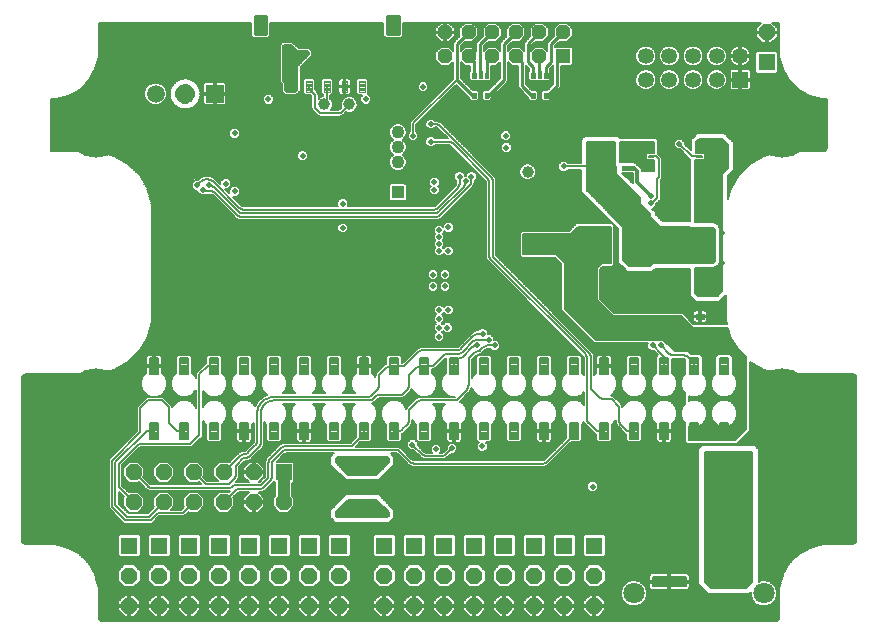
<source format=gts>
G75*
%MOIN*%
%OFA0B0*%
%FSLAX24Y24*%
%IPPOS*%
%LPD*%
%AMOC8*
5,1,8,0,0,1.08239X$1,22.5*
%
%ADD10R,0.1457X0.1457*%
%ADD11C,0.1457*%
%ADD12C,0.0709*%
%ADD13C,0.0071*%
%ADD14R,0.0551X0.0551*%
%ADD15OC8,0.0551*%
%ADD16C,0.0236*%
%ADD17C,0.0031*%
%ADD18R,0.0679X0.0880*%
%ADD19C,0.0079*%
%ADD20R,0.0433X0.0433*%
%ADD21C,0.0433*%
%ADD22C,0.2047*%
%ADD23R,0.0531X0.0531*%
%ADD24C,0.0531*%
%ADD25OC8,0.0531*%
%ADD26C,0.0047*%
%ADD27R,0.0591X0.0591*%
%ADD28C,0.0591*%
%ADD29C,0.0394*%
%ADD30C,0.0030*%
%ADD31C,0.0024*%
%ADD32R,0.0472X0.0472*%
%ADD33OC8,0.0472*%
%ADD34C,0.0098*%
%ADD35C,0.0197*%
%ADD36C,0.0059*%
%ADD37C,0.0236*%
%ADD38C,0.0118*%
%ADD39C,0.0394*%
D10*
X027078Y010248D03*
D11*
X025110Y010248D03*
D12*
X023929Y006311D03*
X028259Y006311D03*
D13*
X027075Y011464D02*
X026791Y011464D01*
X026791Y011984D01*
X027075Y011984D01*
X027075Y011464D01*
X027075Y011534D02*
X026791Y011534D01*
X026791Y011604D02*
X027075Y011604D01*
X027075Y011674D02*
X026791Y011674D01*
X026791Y011744D02*
X027075Y011744D01*
X027075Y011814D02*
X026791Y011814D01*
X026791Y011884D02*
X027075Y011884D01*
X027075Y011954D02*
X026791Y011954D01*
X026075Y011464D02*
X025791Y011464D01*
X025791Y011984D01*
X026075Y011984D01*
X026075Y011464D01*
X026075Y011534D02*
X025791Y011534D01*
X025791Y011604D02*
X026075Y011604D01*
X026075Y011674D02*
X025791Y011674D01*
X025791Y011744D02*
X026075Y011744D01*
X026075Y011814D02*
X025791Y011814D01*
X025791Y011884D02*
X026075Y011884D01*
X026075Y011954D02*
X025791Y011954D01*
X025075Y011464D02*
X024791Y011464D01*
X024791Y011984D01*
X025075Y011984D01*
X025075Y011464D01*
X025075Y011534D02*
X024791Y011534D01*
X024791Y011604D02*
X025075Y011604D01*
X025075Y011674D02*
X024791Y011674D01*
X024791Y011744D02*
X025075Y011744D01*
X025075Y011814D02*
X024791Y011814D01*
X024791Y011884D02*
X025075Y011884D01*
X025075Y011954D02*
X024791Y011954D01*
X024075Y011464D02*
X023791Y011464D01*
X023791Y011984D01*
X024075Y011984D01*
X024075Y011464D01*
X024075Y011534D02*
X023791Y011534D01*
X023791Y011604D02*
X024075Y011604D01*
X024075Y011674D02*
X023791Y011674D01*
X023791Y011744D02*
X024075Y011744D01*
X024075Y011814D02*
X023791Y011814D01*
X023791Y011884D02*
X024075Y011884D01*
X024075Y011954D02*
X023791Y011954D01*
X023075Y011464D02*
X022791Y011464D01*
X022791Y011984D01*
X023075Y011984D01*
X023075Y011464D01*
X023075Y011534D02*
X022791Y011534D01*
X022791Y011604D02*
X023075Y011604D01*
X023075Y011674D02*
X022791Y011674D01*
X022791Y011744D02*
X023075Y011744D01*
X023075Y011814D02*
X022791Y011814D01*
X022791Y011884D02*
X023075Y011884D01*
X023075Y011954D02*
X022791Y011954D01*
X022075Y011464D02*
X021791Y011464D01*
X021791Y011984D01*
X022075Y011984D01*
X022075Y011464D01*
X022075Y011534D02*
X021791Y011534D01*
X021791Y011604D02*
X022075Y011604D01*
X022075Y011674D02*
X021791Y011674D01*
X021791Y011744D02*
X022075Y011744D01*
X022075Y011814D02*
X021791Y011814D01*
X021791Y011884D02*
X022075Y011884D01*
X022075Y011954D02*
X021791Y011954D01*
X021075Y011464D02*
X020791Y011464D01*
X020791Y011984D01*
X021075Y011984D01*
X021075Y011464D01*
X021075Y011534D02*
X020791Y011534D01*
X020791Y011604D02*
X021075Y011604D01*
X021075Y011674D02*
X020791Y011674D01*
X020791Y011744D02*
X021075Y011744D01*
X021075Y011814D02*
X020791Y011814D01*
X020791Y011884D02*
X021075Y011884D01*
X021075Y011954D02*
X020791Y011954D01*
X020075Y011464D02*
X019791Y011464D01*
X019791Y011984D01*
X020075Y011984D01*
X020075Y011464D01*
X020075Y011534D02*
X019791Y011534D01*
X019791Y011604D02*
X020075Y011604D01*
X020075Y011674D02*
X019791Y011674D01*
X019791Y011744D02*
X020075Y011744D01*
X020075Y011814D02*
X019791Y011814D01*
X019791Y011884D02*
X020075Y011884D01*
X020075Y011954D02*
X019791Y011954D01*
X019075Y011464D02*
X018791Y011464D01*
X018791Y011984D01*
X019075Y011984D01*
X019075Y011464D01*
X019075Y011534D02*
X018791Y011534D01*
X018791Y011604D02*
X019075Y011604D01*
X019075Y011674D02*
X018791Y011674D01*
X018791Y011744D02*
X019075Y011744D01*
X019075Y011814D02*
X018791Y011814D01*
X018791Y011884D02*
X019075Y011884D01*
X019075Y011954D02*
X018791Y011954D01*
X018075Y011464D02*
X017791Y011464D01*
X017791Y011984D01*
X018075Y011984D01*
X018075Y011464D01*
X018075Y011534D02*
X017791Y011534D01*
X017791Y011604D02*
X018075Y011604D01*
X018075Y011674D02*
X017791Y011674D01*
X017791Y011744D02*
X018075Y011744D01*
X018075Y011814D02*
X017791Y011814D01*
X017791Y011884D02*
X018075Y011884D01*
X018075Y011954D02*
X017791Y011954D01*
X017075Y011464D02*
X016791Y011464D01*
X016791Y011984D01*
X017075Y011984D01*
X017075Y011464D01*
X017075Y011534D02*
X016791Y011534D01*
X016791Y011604D02*
X017075Y011604D01*
X017075Y011674D02*
X016791Y011674D01*
X016791Y011744D02*
X017075Y011744D01*
X017075Y011814D02*
X016791Y011814D01*
X016791Y011884D02*
X017075Y011884D01*
X017075Y011954D02*
X016791Y011954D01*
X016075Y011464D02*
X015791Y011464D01*
X015791Y011984D01*
X016075Y011984D01*
X016075Y011464D01*
X016075Y011534D02*
X015791Y011534D01*
X015791Y011604D02*
X016075Y011604D01*
X016075Y011674D02*
X015791Y011674D01*
X015791Y011744D02*
X016075Y011744D01*
X016075Y011814D02*
X015791Y011814D01*
X015791Y011884D02*
X016075Y011884D01*
X016075Y011954D02*
X015791Y011954D01*
X015075Y011464D02*
X014791Y011464D01*
X014791Y011984D01*
X015075Y011984D01*
X015075Y011464D01*
X015075Y011534D02*
X014791Y011534D01*
X014791Y011604D02*
X015075Y011604D01*
X015075Y011674D02*
X014791Y011674D01*
X014791Y011744D02*
X015075Y011744D01*
X015075Y011814D02*
X014791Y011814D01*
X014791Y011884D02*
X015075Y011884D01*
X015075Y011954D02*
X014791Y011954D01*
X014075Y011464D02*
X013791Y011464D01*
X013791Y011984D01*
X014075Y011984D01*
X014075Y011464D01*
X014075Y011534D02*
X013791Y011534D01*
X013791Y011604D02*
X014075Y011604D01*
X014075Y011674D02*
X013791Y011674D01*
X013791Y011744D02*
X014075Y011744D01*
X014075Y011814D02*
X013791Y011814D01*
X013791Y011884D02*
X014075Y011884D01*
X014075Y011954D02*
X013791Y011954D01*
X013075Y011464D02*
X012791Y011464D01*
X012791Y011984D01*
X013075Y011984D01*
X013075Y011464D01*
X013075Y011534D02*
X012791Y011534D01*
X012791Y011604D02*
X013075Y011604D01*
X013075Y011674D02*
X012791Y011674D01*
X012791Y011744D02*
X013075Y011744D01*
X013075Y011814D02*
X012791Y011814D01*
X012791Y011884D02*
X013075Y011884D01*
X013075Y011954D02*
X012791Y011954D01*
X012075Y011464D02*
X011791Y011464D01*
X011791Y011984D01*
X012075Y011984D01*
X012075Y011464D01*
X012075Y011534D02*
X011791Y011534D01*
X011791Y011604D02*
X012075Y011604D01*
X012075Y011674D02*
X011791Y011674D01*
X011791Y011744D02*
X012075Y011744D01*
X012075Y011814D02*
X011791Y011814D01*
X011791Y011884D02*
X012075Y011884D01*
X012075Y011954D02*
X011791Y011954D01*
X011075Y011464D02*
X010791Y011464D01*
X010791Y011984D01*
X011075Y011984D01*
X011075Y011464D01*
X011075Y011534D02*
X010791Y011534D01*
X010791Y011604D02*
X011075Y011604D01*
X011075Y011674D02*
X010791Y011674D01*
X010791Y011744D02*
X011075Y011744D01*
X011075Y011814D02*
X010791Y011814D01*
X010791Y011884D02*
X011075Y011884D01*
X011075Y011954D02*
X010791Y011954D01*
X010075Y011464D02*
X009791Y011464D01*
X009791Y011984D01*
X010075Y011984D01*
X010075Y011464D01*
X010075Y011534D02*
X009791Y011534D01*
X009791Y011604D02*
X010075Y011604D01*
X010075Y011674D02*
X009791Y011674D01*
X009791Y011744D02*
X010075Y011744D01*
X010075Y011814D02*
X009791Y011814D01*
X009791Y011884D02*
X010075Y011884D01*
X010075Y011954D02*
X009791Y011954D01*
X009075Y011464D02*
X008791Y011464D01*
X008791Y011984D01*
X009075Y011984D01*
X009075Y011464D01*
X009075Y011534D02*
X008791Y011534D01*
X008791Y011604D02*
X009075Y011604D01*
X009075Y011674D02*
X008791Y011674D01*
X008791Y011744D02*
X009075Y011744D01*
X009075Y011814D02*
X008791Y011814D01*
X008791Y011884D02*
X009075Y011884D01*
X009075Y011954D02*
X008791Y011954D01*
X008075Y011464D02*
X007791Y011464D01*
X007791Y011984D01*
X008075Y011984D01*
X008075Y011464D01*
X008075Y011534D02*
X007791Y011534D01*
X007791Y011604D02*
X008075Y011604D01*
X008075Y011674D02*
X007791Y011674D01*
X007791Y011744D02*
X008075Y011744D01*
X008075Y011814D02*
X007791Y011814D01*
X007791Y011884D02*
X008075Y011884D01*
X008075Y011954D02*
X007791Y011954D01*
X007791Y014149D02*
X008075Y014149D01*
X008075Y013629D01*
X007791Y013629D01*
X007791Y014149D01*
X007791Y013699D02*
X008075Y013699D01*
X008075Y013769D02*
X007791Y013769D01*
X007791Y013839D02*
X008075Y013839D01*
X008075Y013909D02*
X007791Y013909D01*
X007791Y013979D02*
X008075Y013979D01*
X008075Y014049D02*
X007791Y014049D01*
X007791Y014119D02*
X008075Y014119D01*
X008791Y014149D02*
X009075Y014149D01*
X009075Y013629D01*
X008791Y013629D01*
X008791Y014149D01*
X008791Y013699D02*
X009075Y013699D01*
X009075Y013769D02*
X008791Y013769D01*
X008791Y013839D02*
X009075Y013839D01*
X009075Y013909D02*
X008791Y013909D01*
X008791Y013979D02*
X009075Y013979D01*
X009075Y014049D02*
X008791Y014049D01*
X008791Y014119D02*
X009075Y014119D01*
X009791Y014149D02*
X010075Y014149D01*
X010075Y013629D01*
X009791Y013629D01*
X009791Y014149D01*
X009791Y013699D02*
X010075Y013699D01*
X010075Y013769D02*
X009791Y013769D01*
X009791Y013839D02*
X010075Y013839D01*
X010075Y013909D02*
X009791Y013909D01*
X009791Y013979D02*
X010075Y013979D01*
X010075Y014049D02*
X009791Y014049D01*
X009791Y014119D02*
X010075Y014119D01*
X010791Y014149D02*
X011075Y014149D01*
X011075Y013629D01*
X010791Y013629D01*
X010791Y014149D01*
X010791Y013699D02*
X011075Y013699D01*
X011075Y013769D02*
X010791Y013769D01*
X010791Y013839D02*
X011075Y013839D01*
X011075Y013909D02*
X010791Y013909D01*
X010791Y013979D02*
X011075Y013979D01*
X011075Y014049D02*
X010791Y014049D01*
X010791Y014119D02*
X011075Y014119D01*
X011791Y014149D02*
X012075Y014149D01*
X012075Y013629D01*
X011791Y013629D01*
X011791Y014149D01*
X011791Y013699D02*
X012075Y013699D01*
X012075Y013769D02*
X011791Y013769D01*
X011791Y013839D02*
X012075Y013839D01*
X012075Y013909D02*
X011791Y013909D01*
X011791Y013979D02*
X012075Y013979D01*
X012075Y014049D02*
X011791Y014049D01*
X011791Y014119D02*
X012075Y014119D01*
X012791Y014149D02*
X013075Y014149D01*
X013075Y013629D01*
X012791Y013629D01*
X012791Y014149D01*
X012791Y013699D02*
X013075Y013699D01*
X013075Y013769D02*
X012791Y013769D01*
X012791Y013839D02*
X013075Y013839D01*
X013075Y013909D02*
X012791Y013909D01*
X012791Y013979D02*
X013075Y013979D01*
X013075Y014049D02*
X012791Y014049D01*
X012791Y014119D02*
X013075Y014119D01*
X013791Y014149D02*
X014075Y014149D01*
X014075Y013629D01*
X013791Y013629D01*
X013791Y014149D01*
X013791Y013699D02*
X014075Y013699D01*
X014075Y013769D02*
X013791Y013769D01*
X013791Y013839D02*
X014075Y013839D01*
X014075Y013909D02*
X013791Y013909D01*
X013791Y013979D02*
X014075Y013979D01*
X014075Y014049D02*
X013791Y014049D01*
X013791Y014119D02*
X014075Y014119D01*
X014791Y014149D02*
X015075Y014149D01*
X015075Y013629D01*
X014791Y013629D01*
X014791Y014149D01*
X014791Y013699D02*
X015075Y013699D01*
X015075Y013769D02*
X014791Y013769D01*
X014791Y013839D02*
X015075Y013839D01*
X015075Y013909D02*
X014791Y013909D01*
X014791Y013979D02*
X015075Y013979D01*
X015075Y014049D02*
X014791Y014049D01*
X014791Y014119D02*
X015075Y014119D01*
X015791Y014149D02*
X016075Y014149D01*
X016075Y013629D01*
X015791Y013629D01*
X015791Y014149D01*
X015791Y013699D02*
X016075Y013699D01*
X016075Y013769D02*
X015791Y013769D01*
X015791Y013839D02*
X016075Y013839D01*
X016075Y013909D02*
X015791Y013909D01*
X015791Y013979D02*
X016075Y013979D01*
X016075Y014049D02*
X015791Y014049D01*
X015791Y014119D02*
X016075Y014119D01*
X016791Y014149D02*
X017075Y014149D01*
X017075Y013629D01*
X016791Y013629D01*
X016791Y014149D01*
X016791Y013699D02*
X017075Y013699D01*
X017075Y013769D02*
X016791Y013769D01*
X016791Y013839D02*
X017075Y013839D01*
X017075Y013909D02*
X016791Y013909D01*
X016791Y013979D02*
X017075Y013979D01*
X017075Y014049D02*
X016791Y014049D01*
X016791Y014119D02*
X017075Y014119D01*
X017791Y014149D02*
X018075Y014149D01*
X018075Y013629D01*
X017791Y013629D01*
X017791Y014149D01*
X017791Y013699D02*
X018075Y013699D01*
X018075Y013769D02*
X017791Y013769D01*
X017791Y013839D02*
X018075Y013839D01*
X018075Y013909D02*
X017791Y013909D01*
X017791Y013979D02*
X018075Y013979D01*
X018075Y014049D02*
X017791Y014049D01*
X017791Y014119D02*
X018075Y014119D01*
X018791Y014149D02*
X019075Y014149D01*
X019075Y013629D01*
X018791Y013629D01*
X018791Y014149D01*
X018791Y013699D02*
X019075Y013699D01*
X019075Y013769D02*
X018791Y013769D01*
X018791Y013839D02*
X019075Y013839D01*
X019075Y013909D02*
X018791Y013909D01*
X018791Y013979D02*
X019075Y013979D01*
X019075Y014049D02*
X018791Y014049D01*
X018791Y014119D02*
X019075Y014119D01*
X019791Y014149D02*
X020075Y014149D01*
X020075Y013629D01*
X019791Y013629D01*
X019791Y014149D01*
X019791Y013699D02*
X020075Y013699D01*
X020075Y013769D02*
X019791Y013769D01*
X019791Y013839D02*
X020075Y013839D01*
X020075Y013909D02*
X019791Y013909D01*
X019791Y013979D02*
X020075Y013979D01*
X020075Y014049D02*
X019791Y014049D01*
X019791Y014119D02*
X020075Y014119D01*
X020791Y014149D02*
X021075Y014149D01*
X021075Y013629D01*
X020791Y013629D01*
X020791Y014149D01*
X020791Y013699D02*
X021075Y013699D01*
X021075Y013769D02*
X020791Y013769D01*
X020791Y013839D02*
X021075Y013839D01*
X021075Y013909D02*
X020791Y013909D01*
X020791Y013979D02*
X021075Y013979D01*
X021075Y014049D02*
X020791Y014049D01*
X020791Y014119D02*
X021075Y014119D01*
X021791Y014149D02*
X022075Y014149D01*
X022075Y013629D01*
X021791Y013629D01*
X021791Y014149D01*
X021791Y013699D02*
X022075Y013699D01*
X022075Y013769D02*
X021791Y013769D01*
X021791Y013839D02*
X022075Y013839D01*
X022075Y013909D02*
X021791Y013909D01*
X021791Y013979D02*
X022075Y013979D01*
X022075Y014049D02*
X021791Y014049D01*
X021791Y014119D02*
X022075Y014119D01*
X022791Y014149D02*
X023075Y014149D01*
X023075Y013629D01*
X022791Y013629D01*
X022791Y014149D01*
X022791Y013699D02*
X023075Y013699D01*
X023075Y013769D02*
X022791Y013769D01*
X022791Y013839D02*
X023075Y013839D01*
X023075Y013909D02*
X022791Y013909D01*
X022791Y013979D02*
X023075Y013979D01*
X023075Y014049D02*
X022791Y014049D01*
X022791Y014119D02*
X023075Y014119D01*
X023791Y014149D02*
X024075Y014149D01*
X024075Y013629D01*
X023791Y013629D01*
X023791Y014149D01*
X023791Y013699D02*
X024075Y013699D01*
X024075Y013769D02*
X023791Y013769D01*
X023791Y013839D02*
X024075Y013839D01*
X024075Y013909D02*
X023791Y013909D01*
X023791Y013979D02*
X024075Y013979D01*
X024075Y014049D02*
X023791Y014049D01*
X023791Y014119D02*
X024075Y014119D01*
X024791Y014149D02*
X025075Y014149D01*
X025075Y013629D01*
X024791Y013629D01*
X024791Y014149D01*
X024791Y013699D02*
X025075Y013699D01*
X025075Y013769D02*
X024791Y013769D01*
X024791Y013839D02*
X025075Y013839D01*
X025075Y013909D02*
X024791Y013909D01*
X024791Y013979D02*
X025075Y013979D01*
X025075Y014049D02*
X024791Y014049D01*
X024791Y014119D02*
X025075Y014119D01*
X025791Y014149D02*
X026075Y014149D01*
X026075Y013629D01*
X025791Y013629D01*
X025791Y014149D01*
X025791Y013699D02*
X026075Y013699D01*
X026075Y013769D02*
X025791Y013769D01*
X025791Y013839D02*
X026075Y013839D01*
X026075Y013909D02*
X025791Y013909D01*
X025791Y013979D02*
X026075Y013979D01*
X026075Y014049D02*
X025791Y014049D01*
X025791Y014119D02*
X026075Y014119D01*
X026791Y014149D02*
X027075Y014149D01*
X027075Y013629D01*
X026791Y013629D01*
X026791Y014149D01*
X026791Y013699D02*
X027075Y013699D01*
X027075Y013769D02*
X026791Y013769D01*
X026791Y013839D02*
X027075Y013839D01*
X027075Y013909D02*
X026791Y013909D01*
X026791Y013979D02*
X027075Y013979D01*
X027075Y014049D02*
X026791Y014049D01*
X026791Y014119D02*
X027075Y014119D01*
D14*
X022606Y007901D03*
X021606Y007901D03*
X020606Y007901D03*
X019606Y007901D03*
X018606Y007901D03*
X017606Y007901D03*
X016606Y007901D03*
X015606Y007901D03*
X014106Y007901D03*
X013106Y007901D03*
X012106Y007901D03*
X011106Y007901D03*
X010106Y007901D03*
X009106Y007901D03*
X008106Y007901D03*
X007106Y007901D03*
X028358Y024011D03*
D15*
X028358Y025011D03*
X022606Y006901D03*
X022606Y005901D03*
X021606Y005901D03*
X020606Y005901D03*
X019606Y005901D03*
X018606Y005901D03*
X017606Y005901D03*
X016606Y005901D03*
X015606Y005901D03*
X015606Y006901D03*
X016606Y006901D03*
X017606Y006901D03*
X018606Y006901D03*
X019606Y006901D03*
X020606Y006901D03*
X021606Y006901D03*
X014106Y006901D03*
X014106Y005901D03*
X013106Y005901D03*
X012106Y005901D03*
X011106Y005901D03*
X010106Y005901D03*
X009106Y005901D03*
X008106Y005901D03*
X007106Y005901D03*
X007106Y006901D03*
X008106Y006901D03*
X009106Y006901D03*
X010106Y006901D03*
X011106Y006901D03*
X012106Y006901D03*
X013106Y006901D03*
D16*
X022118Y017413D02*
X023062Y017413D01*
X022118Y017413D02*
X022118Y018437D01*
X023062Y018437D01*
X023062Y017413D01*
X023062Y017648D02*
X022118Y017648D01*
X022118Y017883D02*
X023062Y017883D01*
X023062Y018118D02*
X022118Y018118D01*
X022118Y018353D02*
X023062Y018353D01*
X025583Y018437D02*
X026527Y018437D01*
X026527Y017413D01*
X025583Y017413D01*
X025583Y018437D01*
X025583Y017648D02*
X026527Y017648D01*
X026527Y017883D02*
X025583Y017883D01*
X025583Y018118D02*
X026527Y018118D01*
X026527Y018353D02*
X025583Y018353D01*
D17*
X023886Y020557D02*
X023522Y020557D01*
X023886Y020557D02*
X023886Y020431D01*
X023522Y020431D01*
X023522Y020557D01*
X023522Y020461D02*
X023886Y020461D01*
X023886Y020491D02*
X023522Y020491D01*
X023522Y020521D02*
X023886Y020521D01*
X023886Y020551D02*
X023522Y020551D01*
X023522Y020813D02*
X023886Y020813D01*
X023886Y020687D01*
X023522Y020687D01*
X023522Y020813D01*
X023522Y020717D02*
X023886Y020717D01*
X023886Y020747D02*
X023522Y020747D01*
X023522Y020777D02*
X023886Y020777D01*
X023886Y020807D02*
X023522Y020807D01*
X023522Y021069D02*
X023886Y021069D01*
X023886Y020943D01*
X023522Y020943D01*
X023522Y021069D01*
X023522Y020973D02*
X023886Y020973D01*
X023886Y021003D02*
X023522Y021003D01*
X023522Y021033D02*
X023886Y021033D01*
X023886Y021063D02*
X023522Y021063D01*
X023522Y021324D02*
X023886Y021324D01*
X023886Y021198D01*
X023522Y021198D01*
X023522Y021324D01*
X023522Y021228D02*
X023886Y021228D01*
X023886Y021258D02*
X023522Y021258D01*
X023522Y021288D02*
X023886Y021288D01*
X023886Y021318D02*
X023522Y021318D01*
X022760Y021198D02*
X022396Y021198D01*
X022396Y021324D01*
X022760Y021324D01*
X022760Y021198D01*
X022760Y021228D02*
X022396Y021228D01*
X022396Y021258D02*
X022760Y021258D01*
X022760Y021288D02*
X022396Y021288D01*
X022396Y021318D02*
X022760Y021318D01*
X022760Y020943D02*
X022396Y020943D01*
X022396Y021069D01*
X022760Y021069D01*
X022760Y020943D01*
X022760Y020973D02*
X022396Y020973D01*
X022396Y021003D02*
X022760Y021003D01*
X022760Y021033D02*
X022396Y021033D01*
X022396Y021063D02*
X022760Y021063D01*
X022760Y020687D02*
X022396Y020687D01*
X022396Y020813D01*
X022760Y020813D01*
X022760Y020687D01*
X022760Y020717D02*
X022396Y020717D01*
X022396Y020747D02*
X022760Y020747D01*
X022760Y020777D02*
X022396Y020777D01*
X022396Y020807D02*
X022760Y020807D01*
X022760Y020431D02*
X022396Y020431D01*
X022396Y020557D01*
X022760Y020557D01*
X022760Y020431D01*
X022760Y020461D02*
X022396Y020461D01*
X022396Y020491D02*
X022760Y020491D01*
X022760Y020521D02*
X022396Y020521D01*
X022396Y020551D02*
X022760Y020551D01*
D18*
X022919Y020878D03*
D19*
X022578Y020543D02*
X021586Y020543D01*
X022578Y020543D02*
X022578Y020494D01*
X024244Y020425D02*
X024244Y021331D01*
X024322Y021331D01*
X024322Y020425D01*
X024244Y020425D01*
X024244Y020503D02*
X024322Y020503D01*
X024322Y020581D02*
X024244Y020581D01*
X024244Y020659D02*
X024322Y020659D01*
X024322Y020737D02*
X024244Y020737D01*
X024244Y020815D02*
X024322Y020815D01*
X024322Y020893D02*
X024244Y020893D01*
X024244Y020971D02*
X024322Y020971D01*
X024322Y021049D02*
X024244Y021049D01*
X024244Y021127D02*
X024322Y021127D01*
X024322Y021205D02*
X024244Y021205D01*
X024244Y021283D02*
X024322Y021283D01*
X024243Y021331D02*
X024243Y021015D01*
X024243Y021331D02*
X024559Y021331D01*
X024559Y021015D01*
X024243Y021015D01*
X024243Y021093D02*
X024559Y021093D01*
X024559Y021171D02*
X024243Y021171D01*
X024243Y021249D02*
X024559Y021249D01*
X024559Y021327D02*
X024243Y021327D01*
X024480Y020878D02*
X024657Y020878D01*
X024756Y020779D01*
X024756Y020189D01*
X024696Y020130D01*
X024696Y019480D01*
X024529Y019313D01*
X024500Y019313D01*
X024243Y020424D02*
X024243Y020740D01*
X024559Y020740D01*
X024559Y020424D01*
X024243Y020424D01*
X024243Y020502D02*
X024559Y020502D01*
X024559Y020580D02*
X024243Y020580D01*
X024243Y020658D02*
X024559Y020658D01*
X024559Y020736D02*
X024243Y020736D01*
X025444Y021291D02*
X025858Y020878D01*
X026114Y020878D01*
X026291Y020425D02*
X026291Y021331D01*
X026369Y021331D01*
X026369Y020425D01*
X026291Y020425D01*
X026291Y020503D02*
X026369Y020503D01*
X026369Y020581D02*
X026291Y020581D01*
X026291Y020659D02*
X026369Y020659D01*
X026369Y020737D02*
X026291Y020737D01*
X026291Y020815D02*
X026369Y020815D01*
X026369Y020893D02*
X026291Y020893D01*
X026291Y020971D02*
X026369Y020971D01*
X026369Y021049D02*
X026291Y021049D01*
X026291Y021127D02*
X026369Y021127D01*
X026369Y021205D02*
X026291Y021205D01*
X026291Y021283D02*
X026369Y021283D01*
X026054Y021331D02*
X026054Y021015D01*
X026054Y021331D02*
X026370Y021331D01*
X026370Y021015D01*
X026054Y021015D01*
X026054Y021093D02*
X026370Y021093D01*
X026370Y021171D02*
X026054Y021171D01*
X026054Y021249D02*
X026370Y021249D01*
X026370Y021327D02*
X026054Y021327D01*
X026054Y020740D02*
X026054Y020424D01*
X026054Y020740D02*
X026370Y020740D01*
X026370Y020424D01*
X026054Y020424D01*
X026054Y020502D02*
X026370Y020502D01*
X026370Y020580D02*
X026054Y020580D01*
X026054Y020658D02*
X026370Y020658D01*
X026370Y020736D02*
X026054Y020736D01*
X014441Y022610D02*
X014203Y022372D01*
X014064Y022315D02*
X013558Y022315D01*
X013418Y022372D02*
X013356Y022434D01*
X013299Y022573D02*
X013299Y022863D01*
X013241Y023002D02*
X013148Y023095D01*
X013132Y023114D01*
X013119Y023135D01*
X013110Y023157D01*
X013104Y023181D01*
X013102Y023206D01*
X013241Y023002D02*
X013258Y022983D01*
X013273Y022962D01*
X013284Y022938D01*
X013292Y022914D01*
X013297Y022889D01*
X013299Y022863D01*
X013693Y022770D02*
X013691Y022744D01*
X013686Y022719D01*
X013678Y022695D01*
X013667Y022671D01*
X013652Y022650D01*
X013635Y022631D01*
X013614Y022610D01*
X013558Y022314D02*
X013532Y022316D01*
X013507Y022321D01*
X013483Y022329D01*
X013459Y022340D01*
X013438Y022355D01*
X013419Y022372D01*
X013357Y022434D02*
X013340Y022453D01*
X013325Y022474D01*
X013314Y022498D01*
X013306Y022522D01*
X013301Y022547D01*
X013299Y022573D01*
X013693Y022770D02*
X013693Y023206D01*
X014064Y022314D02*
X014090Y022316D01*
X014115Y022321D01*
X014139Y022329D01*
X014163Y022340D01*
X014184Y022355D01*
X014203Y022372D01*
X014421Y010602D02*
X014421Y010286D01*
X014421Y010602D02*
X015327Y010602D01*
X015327Y010286D01*
X014421Y010286D01*
X014421Y010364D02*
X015327Y010364D01*
X015327Y010442D02*
X014421Y010442D01*
X014421Y010520D02*
X015327Y010520D01*
X015327Y010598D02*
X014421Y010598D01*
X014421Y009421D02*
X014421Y009105D01*
X014421Y009421D02*
X015327Y009421D01*
X015327Y009105D01*
X014421Y009105D01*
X014421Y009183D02*
X015327Y009183D01*
X015327Y009261D02*
X014421Y009261D01*
X014421Y009339D02*
X015327Y009339D01*
X015327Y009417D02*
X014421Y009417D01*
X025661Y006862D02*
X025661Y006546D01*
X024559Y006546D01*
X024559Y006862D01*
X025661Y006862D01*
X025661Y006624D02*
X024559Y006624D01*
X024559Y006702D02*
X025661Y006702D01*
X025661Y006780D02*
X024559Y006780D01*
X024559Y006858D02*
X025661Y006858D01*
X027629Y006862D02*
X027629Y006546D01*
X026527Y006546D01*
X026527Y006862D01*
X027629Y006862D01*
X027629Y006624D02*
X026527Y006624D01*
X026527Y006702D02*
X027629Y006702D01*
X027629Y006780D02*
X026527Y006780D01*
X026527Y006858D02*
X027629Y006858D01*
D20*
X016055Y019681D03*
D21*
X016055Y020181D03*
X016055Y020681D03*
X016055Y021181D03*
X016055Y021681D03*
D22*
X006015Y021862D03*
X006015Y012807D03*
X004637Y009067D03*
X028850Y012807D03*
X030228Y009067D03*
X028850Y021862D03*
D23*
X027472Y023437D03*
X012256Y010354D03*
D24*
X024322Y023437D03*
X025110Y023437D03*
X025897Y023437D03*
X025897Y024224D03*
X025110Y024224D03*
X024322Y024224D03*
X026685Y024224D03*
X027472Y024224D03*
X026685Y023437D03*
D25*
X011256Y010354D03*
X010256Y010354D03*
X009256Y010354D03*
X008256Y010354D03*
X007256Y010354D03*
X007256Y009354D03*
X008256Y009354D03*
X009256Y009354D03*
X010256Y009354D03*
X011256Y009354D03*
X012256Y009354D03*
D26*
X025999Y015087D02*
X026267Y015087D01*
X026267Y014897D01*
X025999Y014897D01*
X025999Y015087D01*
X025999Y014943D02*
X026267Y014943D01*
X026267Y014989D02*
X025999Y014989D01*
X025999Y015035D02*
X026267Y015035D01*
X026267Y015081D02*
X025999Y015081D01*
X025999Y015638D02*
X026267Y015638D01*
X026267Y015448D01*
X025999Y015448D01*
X025999Y015638D01*
X025999Y015494D02*
X026267Y015494D01*
X026267Y015540D02*
X025999Y015540D01*
X025999Y015586D02*
X026267Y015586D01*
X026267Y015632D02*
X025999Y015632D01*
X014969Y023380D02*
X014779Y023380D01*
X014969Y023380D02*
X014969Y023032D01*
X014779Y023032D01*
X014779Y023380D01*
X014779Y023078D02*
X014969Y023078D01*
X014969Y023124D02*
X014779Y023124D01*
X014779Y023170D02*
X014969Y023170D01*
X014969Y023216D02*
X014779Y023216D01*
X014779Y023262D02*
X014969Y023262D01*
X014969Y023308D02*
X014779Y023308D01*
X014779Y023354D02*
X014969Y023354D01*
X014378Y023380D02*
X014188Y023380D01*
X014378Y023380D02*
X014378Y023032D01*
X014188Y023032D01*
X014188Y023380D01*
X014188Y023078D02*
X014378Y023078D01*
X014378Y023124D02*
X014188Y023124D01*
X014188Y023170D02*
X014378Y023170D01*
X014378Y023216D02*
X014188Y023216D01*
X014188Y023262D02*
X014378Y023262D01*
X014378Y023308D02*
X014188Y023308D01*
X014188Y023354D02*
X014378Y023354D01*
X013788Y023380D02*
X013598Y023380D01*
X013788Y023380D02*
X013788Y023032D01*
X013598Y023032D01*
X013598Y023380D01*
X013598Y023078D02*
X013788Y023078D01*
X013788Y023124D02*
X013598Y023124D01*
X013598Y023170D02*
X013788Y023170D01*
X013788Y023216D02*
X013598Y023216D01*
X013598Y023262D02*
X013788Y023262D01*
X013788Y023308D02*
X013598Y023308D01*
X013598Y023354D02*
X013788Y023354D01*
X013197Y023380D02*
X013007Y023380D01*
X013197Y023380D02*
X013197Y023032D01*
X013007Y023032D01*
X013007Y023380D01*
X013007Y023078D02*
X013197Y023078D01*
X013197Y023124D02*
X013007Y023124D01*
X013007Y023170D02*
X013197Y023170D01*
X013197Y023216D02*
X013007Y023216D01*
X013007Y023262D02*
X013197Y023262D01*
X013197Y023308D02*
X013007Y023308D01*
X013007Y023354D02*
X013197Y023354D01*
X012606Y023380D02*
X012416Y023380D01*
X012606Y023380D02*
X012606Y023032D01*
X012416Y023032D01*
X012416Y023380D01*
X012416Y023078D02*
X012606Y023078D01*
X012606Y023124D02*
X012416Y023124D01*
X012416Y023170D02*
X012606Y023170D01*
X012606Y023216D02*
X012416Y023216D01*
X012416Y023262D02*
X012606Y023262D01*
X012606Y023308D02*
X012416Y023308D01*
X012416Y023354D02*
X012606Y023354D01*
D27*
X009952Y022964D03*
D28*
X008968Y022964D03*
X007984Y022964D03*
D29*
X013614Y022610D03*
X014441Y022610D03*
X020385Y020366D03*
D30*
X020509Y022988D02*
X020627Y022988D01*
X020627Y022822D01*
X020509Y022822D01*
X020509Y022988D01*
X020509Y022851D02*
X020627Y022851D01*
X020627Y022880D02*
X020509Y022880D01*
X020509Y022909D02*
X020627Y022909D01*
X020627Y022938D02*
X020509Y022938D01*
X020509Y022967D02*
X020627Y022967D01*
X020932Y022988D02*
X021050Y022988D01*
X021050Y022822D01*
X020932Y022822D01*
X020932Y022988D01*
X020932Y022851D02*
X021050Y022851D01*
X021050Y022880D02*
X020932Y022880D01*
X020932Y022909D02*
X021050Y022909D01*
X021050Y022938D02*
X020932Y022938D01*
X020932Y022967D02*
X021050Y022967D01*
X021050Y023491D02*
X020932Y023491D01*
X020932Y023657D01*
X021050Y023657D01*
X021050Y023491D01*
X021050Y023520D02*
X020932Y023520D01*
X020932Y023549D02*
X021050Y023549D01*
X021050Y023578D02*
X020932Y023578D01*
X020932Y023607D02*
X021050Y023607D01*
X021050Y023636D02*
X020932Y023636D01*
X020627Y023491D02*
X020509Y023491D01*
X020509Y023657D01*
X020627Y023657D01*
X020627Y023491D01*
X020627Y023520D02*
X020509Y023520D01*
X020509Y023549D02*
X020627Y023549D01*
X020627Y023578D02*
X020509Y023578D01*
X020509Y023607D02*
X020627Y023607D01*
X020627Y023636D02*
X020509Y023636D01*
X019081Y023491D02*
X018963Y023491D01*
X018963Y023657D01*
X019081Y023657D01*
X019081Y023491D01*
X019081Y023520D02*
X018963Y023520D01*
X018963Y023549D02*
X019081Y023549D01*
X019081Y023578D02*
X018963Y023578D01*
X018963Y023607D02*
X019081Y023607D01*
X019081Y023636D02*
X018963Y023636D01*
X018658Y023491D02*
X018540Y023491D01*
X018540Y023657D01*
X018658Y023657D01*
X018658Y023491D01*
X018658Y023520D02*
X018540Y023520D01*
X018540Y023549D02*
X018658Y023549D01*
X018658Y023578D02*
X018540Y023578D01*
X018540Y023607D02*
X018658Y023607D01*
X018658Y023636D02*
X018540Y023636D01*
X018540Y022988D02*
X018658Y022988D01*
X018658Y022822D01*
X018540Y022822D01*
X018540Y022988D01*
X018540Y022851D02*
X018658Y022851D01*
X018658Y022880D02*
X018540Y022880D01*
X018540Y022909D02*
X018658Y022909D01*
X018658Y022938D02*
X018540Y022938D01*
X018540Y022967D02*
X018658Y022967D01*
X018963Y022988D02*
X019081Y022988D01*
X019081Y022822D01*
X018963Y022822D01*
X018963Y022988D01*
X018963Y022851D02*
X019081Y022851D01*
X019081Y022880D02*
X018963Y022880D01*
X018963Y022909D02*
X019081Y022909D01*
X019081Y022938D02*
X018963Y022938D01*
X018963Y022967D02*
X019081Y022967D01*
D31*
X018858Y022992D02*
X018764Y022992D01*
X018858Y022992D02*
X018858Y022760D01*
X018764Y022760D01*
X018764Y022992D01*
X018764Y022783D02*
X018858Y022783D01*
X018858Y022806D02*
X018764Y022806D01*
X018764Y022829D02*
X018858Y022829D01*
X018858Y022852D02*
X018764Y022852D01*
X018764Y022875D02*
X018858Y022875D01*
X018858Y022898D02*
X018764Y022898D01*
X018764Y022921D02*
X018858Y022921D01*
X018858Y022944D02*
X018764Y022944D01*
X018764Y022967D02*
X018858Y022967D01*
X018858Y022990D02*
X018764Y022990D01*
X018764Y023488D02*
X018858Y023488D01*
X018764Y023488D02*
X018764Y023720D01*
X018858Y023720D01*
X018858Y023488D01*
X018858Y023511D02*
X018764Y023511D01*
X018764Y023534D02*
X018858Y023534D01*
X018858Y023557D02*
X018764Y023557D01*
X018764Y023580D02*
X018858Y023580D01*
X018858Y023603D02*
X018764Y023603D01*
X018764Y023626D02*
X018858Y023626D01*
X018858Y023649D02*
X018764Y023649D01*
X018764Y023672D02*
X018858Y023672D01*
X018858Y023695D02*
X018764Y023695D01*
X018764Y023718D02*
X018858Y023718D01*
X020732Y023488D02*
X020826Y023488D01*
X020732Y023488D02*
X020732Y023720D01*
X020826Y023720D01*
X020826Y023488D01*
X020826Y023511D02*
X020732Y023511D01*
X020732Y023534D02*
X020826Y023534D01*
X020826Y023557D02*
X020732Y023557D01*
X020732Y023580D02*
X020826Y023580D01*
X020826Y023603D02*
X020732Y023603D01*
X020732Y023626D02*
X020826Y023626D01*
X020826Y023649D02*
X020732Y023649D01*
X020732Y023672D02*
X020826Y023672D01*
X020826Y023695D02*
X020732Y023695D01*
X020732Y023718D02*
X020826Y023718D01*
X020826Y022992D02*
X020732Y022992D01*
X020826Y022992D02*
X020826Y022760D01*
X020732Y022760D01*
X020732Y022992D01*
X020732Y022783D02*
X020826Y022783D01*
X020826Y022806D02*
X020732Y022806D01*
X020732Y022829D02*
X020826Y022829D01*
X020826Y022852D02*
X020732Y022852D01*
X020732Y022875D02*
X020826Y022875D01*
X020826Y022898D02*
X020732Y022898D01*
X020732Y022921D02*
X020826Y022921D01*
X020826Y022944D02*
X020732Y022944D01*
X020732Y022967D02*
X020826Y022967D01*
X020826Y022990D02*
X020732Y022990D01*
D32*
X021567Y024224D03*
D33*
X021567Y025011D03*
X020779Y025011D03*
X019992Y025011D03*
X019204Y025011D03*
X019204Y024224D03*
X019992Y024224D03*
X020779Y024224D03*
X018417Y024224D03*
X017630Y024224D03*
X017630Y025011D03*
X018417Y025011D03*
D34*
X018023Y024618D01*
X018023Y023437D01*
X018555Y022905D01*
X018599Y022905D01*
X019022Y022905D02*
X019067Y022905D01*
X019598Y023437D01*
X019598Y024618D01*
X019992Y025011D01*
X020385Y024618D02*
X020779Y025011D01*
X020385Y024618D02*
X020385Y024027D01*
X020568Y023845D01*
X020568Y023574D01*
X020779Y023604D02*
X020779Y024224D01*
X020991Y023845D02*
X021173Y024027D01*
X021173Y024618D01*
X021567Y025011D01*
X021567Y024224D02*
X021370Y024027D01*
X021370Y023240D01*
X021035Y022905D01*
X020991Y022905D01*
X020568Y022905D02*
X020523Y022905D01*
X020189Y023240D01*
X020189Y024027D01*
X019992Y024224D01*
X019204Y024224D02*
X019022Y024042D01*
X019022Y023574D01*
X018811Y023604D02*
X018811Y024618D01*
X019204Y025011D01*
X018417Y024224D02*
X018599Y024042D01*
X018599Y023574D01*
X020991Y023574D02*
X020991Y023845D01*
X016098Y025555D02*
X015704Y025555D01*
X016098Y025555D02*
X016098Y024945D01*
X015704Y024945D01*
X015704Y025555D01*
X015704Y025042D02*
X016098Y025042D01*
X016098Y025139D02*
X015704Y025139D01*
X015704Y025236D02*
X016098Y025236D01*
X016098Y025333D02*
X015704Y025333D01*
X015704Y025430D02*
X016098Y025430D01*
X016098Y025527D02*
X015704Y025527D01*
X011681Y025555D02*
X011287Y025555D01*
X011681Y025555D02*
X011681Y024945D01*
X011287Y024945D01*
X011287Y025555D01*
X011287Y025042D02*
X011681Y025042D01*
X011681Y025139D02*
X011287Y025139D01*
X011287Y025236D02*
X011681Y025236D01*
X011681Y025333D02*
X011287Y025333D01*
X011287Y025430D02*
X011681Y025430D01*
X011681Y025527D02*
X011287Y025527D01*
D35*
X010937Y025208D03*
X012118Y025208D03*
X012315Y024519D03*
X012531Y024441D03*
X012669Y024303D03*
X012846Y024303D03*
X013023Y024303D03*
X013397Y023338D03*
X014027Y022964D03*
X014578Y023141D03*
X014992Y022787D03*
X015346Y022728D03*
X015582Y022984D03*
X015267Y023220D03*
X014578Y024224D03*
X014185Y024224D03*
X014283Y025208D03*
X015070Y025208D03*
X016094Y024145D03*
X016901Y023200D03*
X017511Y022374D03*
X017157Y021960D03*
X016567Y021567D03*
X016842Y021370D03*
X017157Y021370D03*
X017078Y020759D03*
X017275Y020011D03*
X017275Y019756D03*
X017728Y020110D03*
X018122Y020208D03*
X018319Y020051D03*
X018515Y020208D03*
X019322Y020563D03*
X019677Y021173D03*
X019657Y021567D03*
X019322Y022374D03*
X018811Y023200D03*
X018417Y021704D03*
X018653Y021468D03*
X018417Y021232D03*
X018181Y021468D03*
X020641Y021370D03*
X020641Y021576D03*
X020641Y021783D03*
X021921Y022019D03*
X022433Y021783D03*
X021586Y020543D03*
X022118Y019342D03*
X022000Y019165D03*
X022393Y019067D03*
X022610Y019067D03*
X022393Y018752D03*
X022354Y018220D03*
X022157Y018220D03*
X022157Y017964D03*
X022354Y017964D03*
X022354Y017708D03*
X022157Y017708D03*
X021763Y017708D03*
X021567Y017708D03*
X021567Y018220D03*
X021763Y018220D03*
X021173Y018220D03*
X020779Y018220D03*
X020385Y018220D03*
X020385Y017708D03*
X020779Y017708D03*
X021173Y017708D03*
X020425Y019067D03*
X019441Y018082D03*
X018574Y018122D03*
X018319Y018417D03*
X017748Y018515D03*
X017433Y018417D03*
X017433Y018200D03*
X017433Y017964D03*
X017433Y017728D03*
X017748Y017728D03*
X018319Y017826D03*
X018417Y017137D03*
X017630Y016941D03*
X017236Y016941D03*
X017236Y016547D03*
X017630Y016547D03*
X017748Y015759D03*
X017433Y015759D03*
X017433Y015464D03*
X017433Y015169D03*
X017708Y015169D03*
X017433Y014874D03*
X018004Y014696D03*
X018220Y014952D03*
X018220Y015169D03*
X018220Y015385D03*
X018220Y015602D03*
X018889Y014972D03*
X019086Y014775D03*
X019283Y014578D03*
X018693Y014578D03*
X016704Y016015D03*
X015858Y016153D03*
X014283Y016153D03*
X012708Y016153D03*
X011133Y016153D03*
X009559Y016153D03*
X007984Y016153D03*
X007984Y015366D03*
X007984Y014578D03*
X007933Y013889D03*
X009559Y014578D03*
X011133Y014578D03*
X012708Y014578D03*
X014933Y013889D03*
X012933Y011724D03*
X013259Y010622D03*
X013259Y010110D03*
X010933Y011724D03*
X006409Y011429D03*
X004834Y011429D03*
X003653Y011822D03*
X003653Y011035D03*
X003653Y010248D03*
X003653Y008082D03*
X005819Y007492D03*
X006212Y006311D03*
X006212Y005523D03*
X003653Y012610D03*
X003653Y013397D03*
X004342Y013496D03*
X004933Y013496D03*
X007984Y016941D03*
X007984Y017728D03*
X007984Y018515D03*
X007984Y019303D03*
X009362Y019913D03*
X009559Y019756D03*
X009756Y019913D03*
X010326Y019972D03*
X010622Y019716D03*
X010838Y020287D03*
X010838Y021074D03*
X010622Y021645D03*
X010051Y020484D03*
X009362Y021055D03*
X007984Y020878D03*
X007000Y020878D03*
X004637Y021271D03*
X004637Y022059D03*
X004637Y022649D03*
X005819Y023240D03*
X006173Y024421D03*
X006173Y025208D03*
X007196Y025208D03*
X007984Y025208D03*
X008771Y025208D03*
X009559Y025208D03*
X012118Y023220D03*
X012236Y022748D03*
X011744Y022787D03*
X010937Y023043D03*
X012885Y020897D03*
X012334Y019854D03*
X012334Y019618D03*
X014224Y019303D03*
X014224Y018496D03*
X014283Y017728D03*
X012708Y017728D03*
X011133Y017728D03*
X009559Y017728D03*
X009559Y019303D03*
X014283Y020878D03*
X016645Y025208D03*
X020779Y023161D03*
X023338Y023240D03*
X024322Y022452D03*
X024322Y021665D03*
X025444Y021291D03*
X026291Y021271D03*
X026685Y021271D03*
X026881Y021074D03*
X026685Y020878D03*
X026881Y020681D03*
X026685Y020484D03*
X026291Y020484D03*
X026094Y020681D03*
X026350Y020878D03*
X026685Y019893D03*
X027393Y020425D03*
X027866Y020878D03*
X026685Y019303D03*
X026685Y018791D03*
X026881Y018319D03*
X026881Y017334D03*
X026685Y016941D03*
X026685Y016350D03*
X025307Y016350D03*
X025070Y016153D03*
X025070Y016547D03*
X025307Y016744D03*
X025070Y016941D03*
X024559Y016744D03*
X024559Y016448D03*
X024559Y016153D03*
X023732Y016153D03*
X023732Y016448D03*
X023732Y016744D03*
X023968Y017334D03*
X023732Y017551D03*
X023968Y017807D03*
X023732Y018043D03*
X023968Y018279D03*
X024204Y018043D03*
X024441Y018279D03*
X024204Y018515D03*
X023968Y018752D03*
X023732Y018515D03*
X024441Y018752D03*
X024736Y019126D03*
X024500Y019313D03*
X024500Y019569D03*
X025070Y019696D03*
X025110Y019992D03*
X025307Y019992D03*
X025504Y019992D03*
X025307Y019500D03*
X025070Y019303D03*
X025307Y019106D03*
X025070Y018909D03*
X024913Y019992D03*
X023771Y020228D03*
X024441Y017807D03*
X024204Y017551D03*
X024441Y017334D03*
X022905Y016744D03*
X022905Y016448D03*
X022905Y016153D03*
X021960Y015169D03*
X021370Y014578D03*
X022933Y013889D03*
X024303Y014401D03*
X024559Y014578D03*
X024834Y014578D03*
X024933Y011724D03*
X022551Y009874D03*
X023732Y008279D03*
X025307Y008279D03*
X025307Y006704D03*
X025504Y005523D03*
X024716Y005523D03*
X023929Y005523D03*
X023141Y005523D03*
X026291Y005523D03*
X027078Y005523D03*
X027866Y005523D03*
X028653Y005523D03*
X029047Y007492D03*
X028456Y008279D03*
X028456Y009854D03*
X028456Y011429D03*
X030031Y011429D03*
X031212Y011822D03*
X031212Y011035D03*
X031212Y010248D03*
X031212Y008082D03*
X031212Y012610D03*
X031212Y013397D03*
X030523Y013496D03*
X029933Y013496D03*
X021933Y011724D03*
X020933Y011724D03*
X020441Y011232D03*
X018870Y011212D03*
X018850Y010858D03*
X018063Y010326D03*
X018299Y010090D03*
X018299Y009618D03*
X018063Y009381D03*
X017590Y009381D03*
X017354Y009618D03*
X017354Y010090D03*
X017590Y010326D03*
X017334Y011114D03*
X017866Y011153D03*
X018594Y011901D03*
X016547Y011271D03*
X016921Y008948D03*
X018732Y008948D03*
X030228Y021271D03*
X030228Y022059D03*
X030228Y022649D03*
X029047Y023240D03*
X027669Y025208D03*
X026881Y025208D03*
X026094Y025208D03*
X025307Y025208D03*
X024519Y025208D03*
X023732Y025208D03*
X022944Y025208D03*
X025504Y023830D03*
D36*
X006087Y005498D02*
X006106Y005452D01*
X006141Y005417D01*
X006187Y005398D01*
X006212Y005395D01*
X023338Y005395D01*
X023338Y008673D01*
X007943Y008673D01*
X007883Y008614D01*
X006923Y008614D01*
X006864Y008673D01*
X006015Y008673D01*
X006015Y006784D01*
X006084Y006527D01*
X006084Y005523D01*
X006087Y005498D01*
X006084Y005523D01*
X006084Y006527D01*
X005972Y006945D01*
X005972Y006945D01*
X005756Y007320D01*
X005450Y007626D01*
X005450Y007626D01*
X005075Y007842D01*
X004657Y007954D01*
X003653Y007954D01*
X003628Y007957D01*
X003582Y007976D01*
X003547Y008011D01*
X003528Y008057D01*
X003525Y008082D01*
X003525Y013496D01*
X003528Y013521D01*
X003547Y013567D01*
X003582Y013602D01*
X003628Y013621D01*
X003653Y013624D01*
X006087Y013624D01*
X006605Y013762D01*
X007069Y014031D01*
X007069Y014031D01*
X007449Y014410D01*
X007717Y014875D01*
X007856Y015393D01*
X007856Y019276D01*
X007717Y019794D01*
X007449Y020258D01*
X017943Y020258D01*
X017943Y020282D02*
X017943Y020134D01*
X018011Y020065D01*
X018011Y019975D01*
X018010Y019958D01*
X017997Y019927D01*
X017986Y019914D01*
X017954Y019881D01*
X017314Y019242D01*
X017301Y019231D01*
X017270Y019218D01*
X017253Y019216D01*
X014391Y019216D01*
X014403Y019229D01*
X014403Y019377D01*
X014298Y019482D01*
X014150Y019482D01*
X014045Y019377D01*
X014045Y019229D01*
X014057Y019216D01*
X010920Y019216D01*
X010903Y019218D01*
X010872Y019231D01*
X010858Y019242D01*
X010832Y019267D01*
X010826Y019274D01*
X010563Y019537D01*
X010696Y019537D01*
X010801Y019642D01*
X010801Y019790D01*
X010696Y019895D01*
X010547Y019895D01*
X010443Y019790D01*
X010443Y019657D01*
X010307Y019793D01*
X010401Y019793D01*
X010506Y019898D01*
X010506Y020046D01*
X010401Y020151D01*
X010252Y020151D01*
X010147Y020046D01*
X010147Y019953D01*
X009938Y020162D01*
X009938Y020162D01*
X009927Y020173D01*
X009927Y020173D01*
X009814Y020220D01*
X009579Y020220D01*
X009466Y020173D01*
X009455Y020162D01*
X009385Y020092D01*
X009288Y020092D01*
X009183Y019987D01*
X009183Y019839D01*
X009288Y019734D01*
X009380Y019734D01*
X009380Y019681D01*
X009484Y019576D01*
X009633Y019576D01*
X009662Y019606D01*
X009831Y019606D01*
X009848Y019604D01*
X009880Y019591D01*
X009893Y019581D01*
X010592Y018882D01*
X010599Y018874D01*
X010656Y018817D01*
X010667Y018806D01*
X010780Y018759D01*
X017393Y018759D01*
X017505Y018806D01*
X017505Y018806D01*
X017516Y018817D01*
X017516Y018817D01*
X018503Y019804D01*
X018508Y019809D01*
X018568Y019869D01*
X018579Y019880D01*
X018626Y019993D01*
X018626Y020065D01*
X018694Y020134D01*
X018694Y020282D01*
X018590Y020387D01*
X018441Y020387D01*
X018336Y020282D01*
X018336Y020230D01*
X018301Y020230D01*
X018301Y020282D01*
X018196Y020387D01*
X018047Y020387D01*
X017943Y020282D01*
X017976Y020316D02*
X007392Y020316D01*
X007449Y020258D02*
X007069Y020638D01*
X006605Y020906D01*
X006605Y020906D01*
X006087Y021045D01*
X004539Y021045D01*
X004533Y021045D01*
X004523Y021050D01*
X004514Y021058D01*
X004510Y021069D01*
X004509Y021074D01*
X004509Y022777D01*
X004657Y022777D01*
X005075Y022889D01*
X005450Y023106D01*
X005756Y023412D01*
X005972Y023786D01*
X005972Y023786D01*
X006084Y024204D01*
X006084Y025336D01*
X011157Y025336D01*
X011157Y024891D01*
X011233Y024815D01*
X011735Y024815D01*
X011811Y024891D01*
X011811Y025336D01*
X015574Y025336D01*
X015574Y024891D01*
X015651Y024815D01*
X016152Y024815D01*
X016228Y024891D01*
X016228Y025336D01*
X027866Y025336D01*
X027866Y023437D01*
X028811Y023437D01*
X028811Y024094D01*
X028893Y023786D01*
X029047Y023520D01*
X029047Y023240D01*
X027826Y023240D01*
X027826Y023407D01*
X027669Y023407D01*
X027669Y023466D01*
X027826Y023466D01*
X027826Y023720D01*
X027813Y023753D01*
X027788Y023777D01*
X027755Y023791D01*
X027669Y023791D01*
X027669Y023929D01*
X027698Y023949D01*
X027747Y023998D01*
X027786Y024056D01*
X027813Y024121D01*
X027826Y024189D01*
X027826Y024194D01*
X027669Y024194D01*
X027669Y024254D01*
X027826Y024254D01*
X027826Y024259D01*
X027813Y024327D01*
X027786Y024392D01*
X027747Y024450D01*
X027698Y024499D01*
X027669Y024519D01*
X027669Y025336D01*
X028168Y025336D01*
X027994Y025162D01*
X027994Y025041D01*
X028328Y025041D01*
X028328Y024982D01*
X027994Y024982D01*
X027994Y024861D01*
X028207Y024647D01*
X028328Y024647D01*
X028328Y024982D01*
X028387Y024982D01*
X028387Y024647D01*
X028509Y024647D01*
X028722Y024861D01*
X028722Y024982D01*
X028387Y024982D01*
X028387Y025041D01*
X028722Y025041D01*
X028722Y025162D01*
X028548Y025336D01*
X028781Y025336D01*
X028781Y024204D01*
X028893Y023786D01*
X028893Y023786D01*
X029110Y023412D01*
X029110Y023412D01*
X029416Y023106D01*
X029790Y022889D01*
X030208Y022777D01*
X030356Y022777D01*
X030356Y021173D01*
X030353Y021148D01*
X030334Y021102D01*
X030299Y021066D01*
X030253Y021047D01*
X030228Y021045D01*
X028779Y021045D01*
X028260Y020906D01*
X027796Y020638D01*
X027417Y020258D01*
X027148Y019794D01*
X027148Y019794D01*
X027059Y019459D01*
X027059Y020233D01*
X027152Y020326D01*
X027256Y020430D01*
X027256Y021345D01*
X027059Y021541D01*
X026955Y021645D01*
X026021Y021645D01*
X025917Y021541D01*
X025819Y021443D01*
X025819Y021087D01*
X025624Y021282D01*
X025624Y021365D01*
X025519Y021470D01*
X025370Y021470D01*
X025265Y021365D01*
X025265Y021217D01*
X025370Y021112D01*
X025454Y021112D01*
X025738Y020828D01*
X025799Y020767D01*
X025799Y018712D01*
X024888Y018712D01*
X024657Y018943D01*
X024657Y019022D01*
X024545Y019133D01*
X024574Y019133D01*
X024679Y019238D01*
X024679Y019292D01*
X024746Y019360D01*
X024817Y019430D01*
X024817Y020080D01*
X024876Y020139D01*
X024876Y020829D01*
X024777Y020927D01*
X024736Y020969D01*
X024736Y021427D01*
X024655Y021507D01*
X023451Y021507D01*
X023412Y021547D01*
X022281Y021547D01*
X022177Y021443D01*
X022177Y020663D01*
X021719Y020663D01*
X021660Y020722D01*
X021512Y020722D01*
X021407Y020617D01*
X021407Y020469D01*
X021512Y020364D01*
X021660Y020364D01*
X021719Y020423D01*
X022177Y020423D01*
X022177Y019682D01*
X023397Y018462D01*
X023397Y017340D01*
X023594Y017143D01*
X023698Y017039D01*
X024534Y017039D01*
X024632Y017137D01*
X025799Y017137D01*
X025799Y016237D01*
X025897Y016139D01*
X026001Y016035D01*
X026778Y016035D01*
X026955Y016212D01*
X027009Y016267D01*
X027009Y015393D01*
X027033Y015307D01*
X025915Y015307D01*
X025549Y015673D01*
X023266Y015673D01*
X022799Y016140D01*
X022799Y017111D01*
X022892Y017204D01*
X023207Y017204D01*
X023271Y017269D01*
X023271Y018581D01*
X023207Y018645D01*
X022013Y018645D01*
X021948Y018581D01*
X021777Y018409D01*
X020202Y018409D01*
X020137Y018344D01*
X020137Y017564D01*
X020202Y017500D01*
X021304Y017500D01*
X021515Y017289D01*
X021515Y015753D01*
X021580Y015689D01*
X022604Y014665D01*
X024392Y014665D01*
X024380Y014653D01*
X024380Y014504D01*
X024484Y014399D01*
X024582Y014399D01*
X024729Y014252D01*
X024675Y014197D01*
X024675Y013675D01*
X024557Y013558D01*
X024490Y013395D01*
X024490Y013219D01*
X024557Y013056D01*
X024682Y012931D01*
X024845Y012864D01*
X025021Y012864D01*
X025184Y012931D01*
X025308Y013056D01*
X025376Y013219D01*
X025376Y013395D01*
X025308Y013558D01*
X025191Y013675D01*
X025191Y014133D01*
X025599Y014133D01*
X025616Y014132D01*
X025622Y014129D01*
X025622Y013622D01*
X025557Y013558D01*
X025490Y013395D01*
X025490Y013219D01*
X025557Y013056D01*
X025622Y012991D01*
X025622Y012622D01*
X025557Y012558D01*
X025490Y012395D01*
X025490Y012219D01*
X025557Y012056D01*
X025622Y011991D01*
X025622Y011372D01*
X025702Y011291D01*
X027352Y011291D01*
X027787Y011726D01*
X027787Y014040D01*
X027796Y014031D01*
X028260Y013762D01*
X028779Y013624D01*
X031212Y013624D01*
X031237Y013621D01*
X031283Y013602D01*
X031319Y013567D01*
X031338Y013521D01*
X031340Y013496D01*
X031340Y008082D01*
X031338Y008057D01*
X031319Y008011D01*
X031283Y007976D01*
X031237Y007957D01*
X031212Y007954D01*
X030208Y007954D01*
X029790Y007842D01*
X029416Y007626D01*
X029416Y007626D01*
X029110Y007320D01*
X029110Y007320D01*
X028893Y006945D01*
X028781Y006527D01*
X028781Y005523D01*
X028779Y005498D01*
X028760Y005452D01*
X028760Y005452D01*
X028724Y005417D01*
X028678Y005398D01*
X028653Y005395D01*
X023141Y005395D01*
X023141Y008476D01*
X006606Y008476D01*
X006606Y005395D01*
X006212Y005395D01*
X006187Y005398D01*
X006141Y005417D01*
X006106Y005452D01*
X006087Y005498D01*
X006084Y005524D02*
X023338Y005524D01*
X023338Y005581D02*
X022801Y005581D01*
X022757Y005537D02*
X022970Y005750D01*
X022970Y005872D01*
X022635Y005872D01*
X022635Y005537D01*
X022757Y005537D01*
X022635Y005581D02*
X022576Y005581D01*
X022576Y005537D02*
X022576Y005872D01*
X022242Y005872D01*
X022242Y005750D01*
X022455Y005537D01*
X022576Y005537D01*
X022576Y005639D02*
X022635Y005639D01*
X022635Y005696D02*
X022576Y005696D01*
X022576Y005754D02*
X022635Y005754D01*
X022635Y005812D02*
X022576Y005812D01*
X022576Y005869D02*
X022635Y005869D01*
X022635Y005872D02*
X022576Y005872D01*
X022576Y005931D01*
X022242Y005931D01*
X022242Y006052D01*
X022455Y006265D01*
X022576Y006265D01*
X022576Y005931D01*
X022635Y005931D01*
X022635Y006265D01*
X022757Y006265D01*
X022970Y006052D01*
X022970Y005931D01*
X022635Y005931D01*
X022635Y005872D01*
X022635Y005927D02*
X023338Y005927D01*
X023338Y005984D02*
X022970Y005984D01*
X022970Y006042D02*
X023338Y006042D01*
X023338Y006099D02*
X022923Y006099D01*
X022865Y006157D02*
X023338Y006157D01*
X023338Y006214D02*
X022808Y006214D01*
X022635Y006214D02*
X022576Y006214D01*
X022576Y006157D02*
X022635Y006157D01*
X022635Y006099D02*
X022576Y006099D01*
X022576Y006042D02*
X022635Y006042D01*
X022635Y005984D02*
X022576Y005984D01*
X022576Y005927D02*
X021635Y005927D01*
X021635Y005931D02*
X021970Y005931D01*
X021970Y006052D01*
X021757Y006265D01*
X021635Y006265D01*
X021635Y005931D01*
X021576Y005931D01*
X021576Y005872D01*
X021242Y005872D01*
X021242Y005750D01*
X021455Y005537D01*
X021576Y005537D01*
X021576Y005872D01*
X021635Y005872D01*
X021635Y005537D01*
X021757Y005537D01*
X021970Y005750D01*
X021970Y005872D01*
X021635Y005872D01*
X021635Y005931D01*
X021635Y005984D02*
X021576Y005984D01*
X021576Y005931D02*
X021576Y006265D01*
X021455Y006265D01*
X021242Y006052D01*
X021242Y005931D01*
X021576Y005931D01*
X021576Y005927D02*
X020635Y005927D01*
X020635Y005931D02*
X020970Y005931D01*
X020970Y006052D01*
X020757Y006265D01*
X020635Y006265D01*
X020635Y005931D01*
X020576Y005931D01*
X020576Y005872D01*
X020242Y005872D01*
X020242Y005750D01*
X020455Y005537D01*
X020576Y005537D01*
X020576Y005872D01*
X020635Y005872D01*
X020635Y005537D01*
X020757Y005537D01*
X020970Y005750D01*
X020970Y005872D01*
X020635Y005872D01*
X020635Y005931D01*
X020635Y005984D02*
X020576Y005984D01*
X020576Y005931D02*
X020576Y006265D01*
X020455Y006265D01*
X020242Y006052D01*
X020242Y005931D01*
X020576Y005931D01*
X020576Y005927D02*
X019635Y005927D01*
X019635Y005931D02*
X019970Y005931D01*
X019970Y006052D01*
X019757Y006265D01*
X019635Y006265D01*
X019635Y005931D01*
X019576Y005931D01*
X019576Y005872D01*
X019242Y005872D01*
X019242Y005750D01*
X019455Y005537D01*
X019576Y005537D01*
X019576Y005872D01*
X019635Y005872D01*
X019635Y005537D01*
X019757Y005537D01*
X019970Y005750D01*
X019970Y005872D01*
X019635Y005872D01*
X019635Y005931D01*
X019635Y005984D02*
X019576Y005984D01*
X019576Y005931D02*
X019576Y006265D01*
X019455Y006265D01*
X019242Y006052D01*
X019242Y005931D01*
X019576Y005931D01*
X019576Y005927D02*
X018635Y005927D01*
X018635Y005931D02*
X018970Y005931D01*
X018970Y006052D01*
X018757Y006265D01*
X018635Y006265D01*
X018635Y005931D01*
X018576Y005931D01*
X018576Y005872D01*
X018242Y005872D01*
X018242Y005750D01*
X018455Y005537D01*
X018576Y005537D01*
X018576Y005872D01*
X018635Y005872D01*
X018635Y005537D01*
X018757Y005537D01*
X018970Y005750D01*
X018970Y005872D01*
X018635Y005872D01*
X018635Y005931D01*
X018635Y005984D02*
X018576Y005984D01*
X018576Y005931D02*
X018576Y006265D01*
X018455Y006265D01*
X018242Y006052D01*
X018242Y005931D01*
X018576Y005931D01*
X018576Y005927D02*
X017635Y005927D01*
X017635Y005931D02*
X017970Y005931D01*
X017970Y006052D01*
X017757Y006265D01*
X017635Y006265D01*
X017635Y005931D01*
X017576Y005931D01*
X017576Y005872D01*
X017242Y005872D01*
X017242Y005750D01*
X017455Y005537D01*
X017576Y005537D01*
X017576Y005872D01*
X017635Y005872D01*
X017635Y005537D01*
X017757Y005537D01*
X017970Y005750D01*
X017970Y005872D01*
X017635Y005872D01*
X017635Y005931D01*
X017635Y005984D02*
X017576Y005984D01*
X017576Y005931D02*
X017576Y006265D01*
X017455Y006265D01*
X017242Y006052D01*
X017242Y005931D01*
X017576Y005931D01*
X017576Y005927D02*
X016635Y005927D01*
X016635Y005931D02*
X016970Y005931D01*
X016970Y006052D01*
X016757Y006265D01*
X016635Y006265D01*
X016635Y005931D01*
X016576Y005931D01*
X016576Y005872D01*
X016242Y005872D01*
X016242Y005750D01*
X016455Y005537D01*
X016576Y005537D01*
X016576Y005872D01*
X016635Y005872D01*
X016635Y005537D01*
X016757Y005537D01*
X016970Y005750D01*
X016970Y005872D01*
X016635Y005872D01*
X016635Y005931D01*
X016635Y005984D02*
X016576Y005984D01*
X016576Y005931D02*
X016576Y006265D01*
X016455Y006265D01*
X016242Y006052D01*
X016242Y005931D01*
X016576Y005931D01*
X016576Y005927D02*
X015635Y005927D01*
X015635Y005931D02*
X015970Y005931D01*
X015970Y006052D01*
X015757Y006265D01*
X015635Y006265D01*
X015635Y005931D01*
X015576Y005931D01*
X015576Y005872D01*
X015242Y005872D01*
X015242Y005750D01*
X015455Y005537D01*
X015576Y005537D01*
X015576Y005872D01*
X015635Y005872D01*
X015635Y005537D01*
X015757Y005537D01*
X015970Y005750D01*
X015970Y005872D01*
X015635Y005872D01*
X015635Y005931D01*
X015635Y005984D02*
X015576Y005984D01*
X015576Y005931D02*
X015576Y006265D01*
X015455Y006265D01*
X015242Y006052D01*
X015242Y005931D01*
X015576Y005931D01*
X015576Y005927D02*
X014135Y005927D01*
X014135Y005931D02*
X014470Y005931D01*
X014470Y006052D01*
X014257Y006265D01*
X014135Y006265D01*
X014135Y005931D01*
X014076Y005931D01*
X014076Y005872D01*
X013742Y005872D01*
X013742Y005750D01*
X013955Y005537D01*
X014076Y005537D01*
X014076Y005872D01*
X014135Y005872D01*
X014135Y005537D01*
X014257Y005537D01*
X014470Y005750D01*
X014470Y005872D01*
X014135Y005872D01*
X014135Y005931D01*
X014135Y005984D02*
X014076Y005984D01*
X014076Y005931D02*
X014076Y006265D01*
X013955Y006265D01*
X013742Y006052D01*
X013742Y005931D01*
X014076Y005931D01*
X014076Y005927D02*
X013135Y005927D01*
X013135Y005931D02*
X013470Y005931D01*
X013470Y006052D01*
X013257Y006265D01*
X013135Y006265D01*
X013135Y005931D01*
X013076Y005931D01*
X013076Y005872D01*
X012742Y005872D01*
X012742Y005750D01*
X012955Y005537D01*
X013076Y005537D01*
X013076Y005872D01*
X013135Y005872D01*
X013135Y005537D01*
X013257Y005537D01*
X013470Y005750D01*
X013470Y005872D01*
X013135Y005872D01*
X013135Y005931D01*
X013135Y005984D02*
X013076Y005984D01*
X013076Y005931D02*
X013076Y006265D01*
X012955Y006265D01*
X012742Y006052D01*
X012742Y005931D01*
X013076Y005931D01*
X013076Y005927D02*
X012135Y005927D01*
X012135Y005931D02*
X012470Y005931D01*
X012470Y006052D01*
X012257Y006265D01*
X012135Y006265D01*
X012135Y005931D01*
X012076Y005931D01*
X012076Y005872D01*
X011742Y005872D01*
X011742Y005750D01*
X011955Y005537D01*
X012076Y005537D01*
X012076Y005872D01*
X012135Y005872D01*
X012135Y005537D01*
X012257Y005537D01*
X012470Y005750D01*
X012470Y005872D01*
X012135Y005872D01*
X012135Y005931D01*
X012135Y005984D02*
X012076Y005984D01*
X012076Y005931D02*
X012076Y006265D01*
X011955Y006265D01*
X011742Y006052D01*
X011742Y005931D01*
X012076Y005931D01*
X012076Y005927D02*
X011135Y005927D01*
X011135Y005931D02*
X011470Y005931D01*
X011470Y006052D01*
X011257Y006265D01*
X011135Y006265D01*
X011135Y005931D01*
X011076Y005931D01*
X011076Y005872D01*
X010742Y005872D01*
X010742Y005750D01*
X010955Y005537D01*
X011076Y005537D01*
X011076Y005872D01*
X011135Y005872D01*
X011135Y005537D01*
X011257Y005537D01*
X011470Y005750D01*
X011470Y005872D01*
X011135Y005872D01*
X011135Y005931D01*
X011135Y005984D02*
X011076Y005984D01*
X011076Y005931D02*
X011076Y006265D01*
X010955Y006265D01*
X010742Y006052D01*
X010742Y005931D01*
X011076Y005931D01*
X011076Y005927D02*
X010135Y005927D01*
X010135Y005931D02*
X010470Y005931D01*
X010470Y006052D01*
X010257Y006265D01*
X010135Y006265D01*
X010135Y005931D01*
X010076Y005931D01*
X010076Y005872D01*
X009742Y005872D01*
X009742Y005750D01*
X009955Y005537D01*
X010076Y005537D01*
X010076Y005872D01*
X010135Y005872D01*
X010135Y005537D01*
X010257Y005537D01*
X010470Y005750D01*
X010470Y005872D01*
X010135Y005872D01*
X010135Y005931D01*
X010135Y005984D02*
X010076Y005984D01*
X010076Y005931D02*
X010076Y006265D01*
X009955Y006265D01*
X009742Y006052D01*
X009742Y005931D01*
X010076Y005931D01*
X010076Y005927D02*
X009135Y005927D01*
X009135Y005931D02*
X009470Y005931D01*
X009470Y006052D01*
X009257Y006265D01*
X009135Y006265D01*
X009135Y005931D01*
X009076Y005931D01*
X009076Y005872D01*
X008742Y005872D01*
X008742Y005750D01*
X008955Y005537D01*
X009076Y005537D01*
X009076Y005872D01*
X009135Y005872D01*
X009135Y005537D01*
X009257Y005537D01*
X009470Y005750D01*
X009470Y005872D01*
X009135Y005872D01*
X009135Y005931D01*
X009135Y005984D02*
X009076Y005984D01*
X009076Y005931D02*
X009076Y006265D01*
X008955Y006265D01*
X008742Y006052D01*
X008742Y005931D01*
X009076Y005931D01*
X009076Y005927D02*
X008135Y005927D01*
X008135Y005931D02*
X008470Y005931D01*
X008470Y006052D01*
X008257Y006265D01*
X008135Y006265D01*
X008135Y005931D01*
X008076Y005931D01*
X008076Y005872D01*
X007742Y005872D01*
X007742Y005750D01*
X007955Y005537D01*
X008076Y005537D01*
X008076Y005872D01*
X008135Y005872D01*
X008135Y005537D01*
X008257Y005537D01*
X008470Y005750D01*
X008470Y005872D01*
X008135Y005872D01*
X008135Y005931D01*
X008135Y005984D02*
X008076Y005984D01*
X008076Y005931D02*
X008076Y006265D01*
X007955Y006265D01*
X007742Y006052D01*
X007742Y005931D01*
X008076Y005931D01*
X008076Y005927D02*
X007135Y005927D01*
X007135Y005931D02*
X007470Y005931D01*
X007470Y006052D01*
X007257Y006265D01*
X007135Y006265D01*
X007135Y005931D01*
X007076Y005931D01*
X007076Y005872D01*
X006742Y005872D01*
X006742Y005750D01*
X006955Y005537D01*
X007076Y005537D01*
X007076Y005872D01*
X007135Y005872D01*
X007135Y005537D01*
X007257Y005537D01*
X007470Y005750D01*
X007470Y005872D01*
X007135Y005872D01*
X007135Y005931D01*
X007135Y005984D02*
X007076Y005984D01*
X007076Y005931D02*
X007076Y006265D01*
X006955Y006265D01*
X006742Y006052D01*
X006742Y005931D01*
X007076Y005931D01*
X007076Y005927D02*
X006084Y005927D01*
X006606Y005927D01*
X006606Y005984D02*
X006084Y005984D01*
X006742Y005984D01*
X006742Y006042D02*
X006084Y006042D01*
X006606Y006042D01*
X006606Y006099D02*
X006084Y006099D01*
X006789Y006099D01*
X006847Y006157D02*
X006084Y006157D01*
X006606Y006157D01*
X006606Y006214D02*
X006084Y006214D01*
X006904Y006214D01*
X007076Y006214D02*
X007135Y006214D01*
X007135Y006157D02*
X007076Y006157D01*
X007076Y006099D02*
X007135Y006099D01*
X007135Y006042D02*
X007076Y006042D01*
X007076Y005869D02*
X007135Y005869D01*
X007135Y005812D02*
X007076Y005812D01*
X007076Y005754D02*
X007135Y005754D01*
X007135Y005696D02*
X007076Y005696D01*
X007076Y005639D02*
X007135Y005639D01*
X007135Y005581D02*
X007076Y005581D01*
X006911Y005581D02*
X006084Y005581D01*
X006606Y005581D01*
X006606Y005524D02*
X006084Y005524D01*
X006100Y005466D02*
X023338Y005466D01*
X023338Y005409D02*
X006161Y005409D01*
X006606Y005409D01*
X006606Y005466D02*
X006100Y005466D01*
X006084Y005639D02*
X006853Y005639D01*
X006796Y005696D02*
X006084Y005696D01*
X006606Y005696D01*
X006606Y005639D02*
X006084Y005639D01*
X006084Y005754D02*
X006742Y005754D01*
X006742Y005812D02*
X006084Y005812D01*
X006606Y005812D01*
X006606Y005869D02*
X006084Y005869D01*
X006742Y005869D01*
X006606Y005754D02*
X006084Y005754D01*
X006084Y006272D02*
X023338Y006272D01*
X023338Y006330D02*
X006084Y006330D01*
X006606Y006330D01*
X006606Y006387D02*
X006084Y006387D01*
X023338Y006387D01*
X023338Y006445D02*
X006084Y006445D01*
X006606Y006445D01*
X006606Y006502D02*
X006084Y006502D01*
X023338Y006502D01*
X023338Y006560D02*
X022807Y006560D01*
X022765Y006517D02*
X022990Y006742D01*
X022990Y007060D01*
X022765Y007285D01*
X022447Y007285D01*
X022222Y007060D01*
X022222Y006742D01*
X022447Y006517D01*
X022765Y006517D01*
X022865Y006617D02*
X023338Y006617D01*
X023338Y006675D02*
X022922Y006675D01*
X022980Y006732D02*
X023338Y006732D01*
X023338Y006790D02*
X022990Y006790D01*
X022990Y006848D02*
X023338Y006848D01*
X023338Y006905D02*
X022990Y006905D01*
X022990Y006963D02*
X023338Y006963D01*
X023338Y007020D02*
X022990Y007020D01*
X022972Y007078D02*
X023338Y007078D01*
X023338Y007135D02*
X022915Y007135D01*
X022857Y007193D02*
X023338Y007193D01*
X023338Y007250D02*
X022800Y007250D01*
X022926Y007517D02*
X022285Y007517D01*
X022222Y007581D01*
X022222Y008222D01*
X022285Y008285D01*
X022926Y008285D01*
X022990Y008222D01*
X022990Y007581D01*
X022926Y007517D01*
X022947Y007538D02*
X023338Y007538D01*
X023338Y007481D02*
X006015Y007481D01*
X006015Y007538D02*
X006765Y007538D01*
X006785Y007517D02*
X007426Y007517D01*
X007490Y007581D01*
X007490Y008222D01*
X007426Y008285D01*
X006785Y008285D01*
X006722Y008222D01*
X006722Y007581D01*
X006785Y007517D01*
X006722Y007596D02*
X006015Y007596D01*
X006015Y007653D02*
X006722Y007653D01*
X006722Y007711D02*
X006015Y007711D01*
X006015Y007768D02*
X006722Y007768D01*
X006722Y007826D02*
X006015Y007826D01*
X006015Y007884D02*
X006722Y007884D01*
X006722Y007941D02*
X006015Y007941D01*
X006015Y007999D02*
X006722Y007999D01*
X006722Y008056D02*
X006015Y008056D01*
X006015Y008114D02*
X006722Y008114D01*
X006722Y008171D02*
X006015Y008171D01*
X006015Y008229D02*
X006729Y008229D01*
X006606Y008229D02*
X003525Y008229D01*
X003525Y008286D02*
X006606Y008286D01*
X006606Y008344D02*
X003525Y008344D01*
X003525Y008402D02*
X006606Y008402D01*
X006606Y008459D02*
X003525Y008459D01*
X003525Y008517D02*
X026074Y008517D01*
X026074Y008574D02*
X003525Y008574D01*
X003525Y008632D02*
X026074Y008632D01*
X026074Y008689D02*
X015790Y008689D01*
X015774Y008673D02*
X015937Y008836D01*
X015937Y008982D01*
X015937Y009101D01*
X015523Y009514D01*
X015419Y009618D01*
X014328Y009618D01*
X013914Y009204D01*
X013811Y009101D01*
X013811Y008836D01*
X013870Y008777D01*
X013973Y008673D01*
X015774Y008673D01*
X015848Y008747D02*
X026074Y008747D01*
X026074Y008804D02*
X015905Y008804D01*
X015937Y008862D02*
X026074Y008862D01*
X026074Y008920D02*
X015937Y008920D01*
X015937Y008977D02*
X026074Y008977D01*
X026074Y009035D02*
X015937Y009035D01*
X015937Y009092D02*
X026074Y009092D01*
X026074Y009150D02*
X015887Y009150D01*
X015830Y009207D02*
X026074Y009207D01*
X026074Y009265D02*
X015772Y009265D01*
X015715Y009322D02*
X026074Y009322D01*
X026074Y009380D02*
X015657Y009380D01*
X015600Y009438D02*
X026074Y009438D01*
X026074Y009495D02*
X015542Y009495D01*
X015485Y009553D02*
X026074Y009553D01*
X026074Y009610D02*
X015427Y009610D01*
X015346Y009441D02*
X015759Y009027D01*
X015759Y008909D01*
X015700Y008850D01*
X014047Y008850D01*
X013988Y008909D01*
X013988Y009027D01*
X014401Y009441D01*
X015346Y009441D01*
X015349Y009438D02*
X014398Y009438D01*
X014341Y009380D02*
X015407Y009380D01*
X015464Y009322D02*
X014283Y009322D01*
X014226Y009265D02*
X015522Y009265D01*
X015579Y009207D02*
X014168Y009207D01*
X014110Y009150D02*
X015637Y009150D01*
X015694Y009092D02*
X014053Y009092D01*
X013995Y009035D02*
X015752Y009035D01*
X015759Y008977D02*
X013988Y008977D01*
X013988Y008920D02*
X015759Y008920D01*
X015712Y008862D02*
X014035Y008862D01*
X013899Y008747D02*
X007978Y008747D01*
X008035Y008804D02*
X013842Y008804D01*
X013811Y008862D02*
X008093Y008862D01*
X008108Y008878D02*
X008935Y008878D01*
X009088Y009031D01*
X009112Y009007D01*
X009399Y009007D01*
X009602Y009210D01*
X009602Y009497D01*
X009399Y009700D01*
X009112Y009700D01*
X008909Y009497D01*
X008909Y009210D01*
X008933Y009187D01*
X008844Y009098D01*
X008490Y009098D01*
X008602Y009210D01*
X008602Y009497D01*
X008399Y009700D01*
X008112Y009700D01*
X007909Y009497D01*
X007909Y009210D01*
X007933Y009187D01*
X007726Y008980D01*
X007085Y008980D01*
X006756Y009309D01*
X006756Y009698D01*
X006933Y009521D01*
X006909Y009497D01*
X006909Y009210D01*
X007112Y009007D01*
X007399Y009007D01*
X007602Y009210D01*
X007602Y009497D01*
X007399Y009700D01*
X007112Y009700D01*
X007088Y009677D01*
X006874Y009892D01*
X006874Y010576D01*
X007478Y011181D01*
X009191Y011181D01*
X009256Y011245D01*
X009486Y011476D01*
X009551Y011541D01*
X009551Y012071D01*
X009557Y012056D01*
X009675Y011938D01*
X009675Y011416D01*
X009743Y011348D01*
X010123Y011348D01*
X010191Y011416D01*
X010191Y011938D01*
X010308Y012056D01*
X010376Y012219D01*
X010376Y012395D01*
X010308Y012558D01*
X010184Y012682D01*
X010021Y012750D01*
X009845Y012750D01*
X009682Y012682D01*
X009557Y012558D01*
X009551Y012542D01*
X009551Y013071D01*
X009557Y013056D01*
X009682Y012931D01*
X009845Y012864D01*
X010021Y012864D01*
X010184Y012931D01*
X010308Y013056D01*
X010376Y013219D01*
X010376Y013395D01*
X010308Y013558D01*
X010191Y013675D01*
X010191Y014197D01*
X010123Y014265D01*
X009743Y014265D01*
X009675Y014197D01*
X009675Y014000D01*
X009670Y014000D01*
X009330Y013659D01*
X009330Y013504D01*
X009308Y013558D01*
X009191Y013675D01*
X009191Y014197D01*
X009123Y014265D01*
X008743Y014265D01*
X008675Y014197D01*
X008675Y013675D01*
X008557Y013558D01*
X008490Y013395D01*
X008490Y013219D01*
X008557Y013056D01*
X008682Y012931D01*
X008845Y012864D01*
X009021Y012864D01*
X009184Y012931D01*
X009308Y013056D01*
X009330Y013109D01*
X009330Y012504D01*
X009308Y012558D01*
X009184Y012682D01*
X009021Y012750D01*
X008845Y012750D01*
X008682Y012682D01*
X008557Y012558D01*
X008547Y012533D01*
X008547Y012557D01*
X008311Y012793D01*
X008246Y012858D01*
X007682Y012858D01*
X007426Y012602D01*
X007362Y012537D01*
X007362Y011730D01*
X006482Y010850D01*
X006482Y010850D01*
X006417Y010785D01*
X006417Y009159D01*
X006870Y008706D01*
X006934Y008641D01*
X007872Y008641D01*
X008108Y008878D01*
X008063Y008988D02*
X007826Y008752D01*
X006980Y008752D01*
X006527Y009204D01*
X006527Y010740D01*
X007472Y011685D01*
X007472Y012492D01*
X007728Y012748D01*
X008200Y012748D01*
X008437Y012511D01*
X008437Y012000D01*
X008712Y011724D01*
X008933Y011724D01*
X009347Y011337D02*
X011239Y011337D01*
X011234Y011331D02*
X010993Y011090D01*
X010981Y011080D01*
X010952Y011068D01*
X010937Y011067D01*
X010877Y011067D01*
X010766Y011021D01*
X010726Y010980D01*
X010720Y010975D01*
X010692Y010946D01*
X010423Y010677D01*
X010399Y010700D01*
X010112Y010700D01*
X009909Y010497D01*
X009909Y010210D01*
X010057Y010063D01*
X009739Y010063D01*
X009722Y010064D01*
X009691Y010077D01*
X009677Y010088D01*
X009578Y010187D01*
X009602Y010210D01*
X009602Y010497D01*
X009399Y010700D01*
X009112Y010700D01*
X008909Y010497D01*
X008909Y010210D01*
X009112Y010007D01*
X009399Y010007D01*
X009423Y010031D01*
X009509Y009944D01*
X007857Y009944D01*
X007840Y009946D01*
X007840Y009946D01*
X007809Y009959D01*
X007795Y009970D01*
X007768Y009997D01*
X007763Y010002D01*
X007578Y010187D01*
X007602Y010210D01*
X007602Y010497D01*
X007399Y010700D01*
X007112Y010700D01*
X006909Y010497D01*
X006909Y010210D01*
X007112Y010007D01*
X007399Y010007D01*
X007423Y010031D01*
X007607Y009846D01*
X007612Y009841D01*
X007672Y009782D01*
X007683Y009771D01*
X007796Y009724D01*
X010470Y009724D01*
X010423Y009677D01*
X010399Y009700D01*
X010112Y009700D01*
X009909Y009497D01*
X009909Y009210D01*
X010112Y009007D01*
X010399Y009007D01*
X010602Y009210D01*
X010602Y009497D01*
X010578Y009521D01*
X010684Y009627D01*
X010684Y009627D01*
X010717Y009659D01*
X010730Y009670D01*
X010761Y009683D01*
X010778Y009685D01*
X011085Y009685D01*
X010901Y009501D01*
X010901Y009383D01*
X011226Y009383D01*
X011226Y009324D01*
X011285Y009324D01*
X011285Y009000D01*
X011402Y009000D01*
X011610Y009207D01*
X011610Y009324D01*
X011285Y009324D01*
X011285Y009383D01*
X011610Y009383D01*
X011610Y009501D01*
X011426Y009685D01*
X011507Y009685D01*
X011620Y009731D01*
X011630Y009742D01*
X011630Y009742D01*
X011850Y009962D01*
X011858Y009970D01*
X011914Y010026D01*
X011925Y010037D01*
X011926Y010038D01*
X011956Y010007D01*
X011978Y010007D01*
X011978Y009566D01*
X011909Y009497D01*
X011909Y009210D01*
X012112Y009007D01*
X012399Y009007D01*
X012602Y009210D01*
X012602Y009497D01*
X012533Y009566D01*
X012533Y010007D01*
X012555Y010007D01*
X012602Y010055D01*
X012602Y010653D01*
X012555Y010700D01*
X012018Y010700D01*
X012276Y010958D01*
X012289Y010969D01*
X012320Y010982D01*
X012337Y010984D01*
X013922Y010984D01*
X013914Y010976D01*
X013811Y010872D01*
X013811Y010607D01*
X014328Y010090D01*
X015419Y010090D01*
X015833Y010504D01*
X015937Y010607D01*
X015937Y010872D01*
X015878Y010931D01*
X015825Y010984D01*
X015993Y010984D01*
X016010Y010982D01*
X016041Y010969D01*
X016054Y010958D01*
X016359Y010653D01*
X016377Y010636D01*
X016424Y010589D01*
X016435Y010578D01*
X016548Y010531D01*
X020956Y010531D01*
X021068Y010578D01*
X021068Y010578D01*
X021079Y010589D01*
X021079Y010589D01*
X021839Y011348D01*
X022123Y011348D01*
X022191Y011416D01*
X022191Y011938D01*
X022278Y012025D01*
X022310Y011947D01*
X022310Y011947D01*
X022321Y011936D01*
X022321Y011936D01*
X022521Y011736D01*
X022530Y011727D01*
X022585Y011671D01*
X022596Y011661D01*
X022675Y011628D01*
X022675Y011416D01*
X022743Y011348D01*
X023123Y011348D01*
X023191Y011416D01*
X023191Y011938D01*
X023308Y012056D01*
X023326Y012100D01*
X023326Y012000D01*
X023373Y011888D01*
X023373Y011888D01*
X023416Y011844D01*
X023449Y011812D01*
X023525Y011736D01*
X023557Y011704D01*
X023600Y011661D01*
X023675Y011630D01*
X023675Y011416D01*
X023743Y011348D01*
X024123Y011348D01*
X024191Y011416D01*
X024191Y011938D01*
X024308Y012056D01*
X024376Y012219D01*
X024376Y012395D01*
X024308Y012558D01*
X024184Y012682D01*
X024021Y012750D01*
X023845Y012750D01*
X023682Y012682D01*
X023557Y012558D01*
X023546Y012531D01*
X023500Y012643D01*
X023500Y012643D01*
X023489Y012654D01*
X023349Y012795D01*
X023338Y012805D01*
X023284Y012859D01*
X023273Y012870D01*
X023160Y012917D01*
X023149Y012917D01*
X023184Y012931D01*
X023308Y013056D01*
X023376Y013219D01*
X023376Y013395D01*
X023308Y013558D01*
X023198Y013667D01*
X023198Y013860D01*
X022962Y013860D01*
X022962Y013750D01*
X022903Y013750D01*
X022903Y013860D01*
X022667Y013860D01*
X022667Y013667D01*
X022602Y013602D01*
X022602Y014243D01*
X022555Y014356D01*
X022544Y014367D01*
X019392Y017519D01*
X019392Y017519D01*
X019360Y017551D01*
X019349Y017565D01*
X019336Y017596D01*
X019334Y017613D01*
X019334Y020109D01*
X019288Y020222D01*
X019277Y020233D01*
X017561Y021948D01*
X017551Y021959D01*
X017497Y022013D01*
X017486Y022024D01*
X017486Y022024D01*
X017373Y022070D01*
X017300Y022070D01*
X017231Y022139D01*
X017083Y022139D01*
X016978Y022034D01*
X016978Y021886D01*
X017083Y021781D01*
X017231Y021781D01*
X017300Y021850D01*
X017312Y021850D01*
X017329Y021848D01*
X017360Y021835D01*
X017373Y021825D01*
X017395Y021802D01*
X017405Y021792D01*
X017718Y021480D01*
X017300Y021480D01*
X017231Y021549D01*
X017083Y021549D01*
X016978Y021444D01*
X016978Y021295D01*
X017083Y021191D01*
X017231Y021191D01*
X017300Y021259D01*
X017745Y021259D01*
X017762Y021258D01*
X017793Y021245D01*
X017806Y021234D01*
X018938Y020102D01*
X018963Y020077D01*
X018970Y020070D01*
X018981Y020057D01*
X018994Y020026D01*
X018996Y020009D01*
X018996Y017512D01*
X019042Y017399D01*
X019053Y017388D01*
X022206Y014236D01*
X022238Y014204D01*
X022249Y014191D01*
X022262Y014159D01*
X022263Y014142D01*
X022263Y013602D01*
X022191Y013675D01*
X022191Y014197D01*
X022123Y014265D01*
X021743Y014265D01*
X021675Y014197D01*
X021675Y013675D01*
X021557Y013558D01*
X021490Y013395D01*
X021490Y013219D01*
X021557Y013056D01*
X021682Y012931D01*
X021845Y012864D01*
X022021Y012864D01*
X022184Y012931D01*
X022263Y013011D01*
X022263Y012602D01*
X022184Y012682D01*
X022021Y012750D01*
X021845Y012750D01*
X021682Y012682D01*
X021557Y012558D01*
X021490Y012395D01*
X021490Y012219D01*
X021557Y012056D01*
X021675Y011938D01*
X021675Y011496D01*
X020956Y010777D01*
X020943Y010766D01*
X020911Y010753D01*
X020894Y010752D01*
X016609Y010752D01*
X016592Y010753D01*
X016561Y010766D01*
X016547Y010777D01*
X016532Y010792D01*
X016515Y010809D01*
X016178Y011147D01*
X016178Y011147D01*
X016167Y011158D01*
X016167Y011158D01*
X016167Y011158D01*
X016054Y011204D01*
X014667Y011204D01*
X014811Y011348D01*
X015123Y011348D01*
X015191Y011416D01*
X015191Y011938D01*
X015308Y012056D01*
X015376Y012219D01*
X015376Y012395D01*
X015308Y012558D01*
X015211Y012655D01*
X015281Y012684D01*
X015292Y012695D01*
X015386Y012789D01*
X015399Y012800D01*
X015430Y012813D01*
X015447Y012815D01*
X016172Y012815D01*
X016285Y012861D01*
X016296Y012872D01*
X016417Y012993D01*
X016425Y013001D01*
X016481Y013058D01*
X016492Y013069D01*
X016522Y013141D01*
X016557Y013056D01*
X016682Y012931D01*
X016845Y012864D01*
X017021Y012864D01*
X017184Y012931D01*
X017308Y013056D01*
X017376Y013219D01*
X017376Y013395D01*
X017308Y013558D01*
X017191Y013675D01*
X017191Y013779D01*
X017215Y013779D01*
X017328Y013826D01*
X017328Y013826D01*
X017339Y013837D01*
X017339Y013837D01*
X017637Y014135D01*
X017664Y014162D01*
X017670Y014167D01*
X017675Y014171D01*
X017675Y013675D01*
X017557Y013558D01*
X017490Y013395D01*
X017490Y013219D01*
X017557Y013056D01*
X017682Y012931D01*
X017845Y012864D01*
X017949Y012864D01*
X017939Y012860D01*
X017922Y012858D01*
X016764Y012858D01*
X016651Y012811D01*
X016608Y012768D01*
X016576Y012736D01*
X016576Y012736D01*
X016441Y012601D01*
X016441Y012601D01*
X016408Y012568D01*
X016365Y012525D01*
X016343Y012472D01*
X016308Y012558D01*
X016184Y012682D01*
X016021Y012750D01*
X015845Y012750D01*
X015682Y012682D01*
X015557Y012558D01*
X015490Y012395D01*
X015490Y012219D01*
X015557Y012056D01*
X015675Y011938D01*
X015675Y011416D01*
X015743Y011348D01*
X016123Y011348D01*
X016191Y011416D01*
X016191Y011638D01*
X016246Y011661D01*
X016256Y011671D01*
X016256Y011671D01*
X016417Y011832D01*
X016423Y011838D01*
X016481Y011896D01*
X016492Y011907D01*
X016492Y011907D01*
X016539Y012020D01*
X016539Y012100D01*
X016557Y012056D01*
X016675Y011938D01*
X016675Y011416D01*
X016743Y011348D01*
X017123Y011348D01*
X017191Y011416D01*
X017191Y011938D01*
X017308Y012056D01*
X017376Y012219D01*
X017376Y012395D01*
X017308Y012558D01*
X017228Y012637D01*
X017637Y012637D01*
X017557Y012558D01*
X017490Y012395D01*
X017490Y012219D01*
X017557Y012056D01*
X017667Y011946D01*
X017667Y011754D01*
X017903Y011754D01*
X017903Y011694D01*
X017962Y011694D01*
X017962Y011340D01*
X018091Y011340D01*
X018122Y011349D01*
X018151Y011365D01*
X018174Y011388D01*
X018190Y011416D01*
X018198Y011448D01*
X018198Y011694D01*
X017962Y011694D01*
X017962Y011754D01*
X018198Y011754D01*
X018198Y011946D01*
X018308Y012056D01*
X018376Y012219D01*
X018376Y012395D01*
X018308Y012558D01*
X018184Y012682D01*
X018120Y012708D01*
X018405Y012993D01*
X018417Y013006D01*
X018470Y013058D01*
X018480Y013069D01*
X018516Y013155D01*
X018557Y013056D01*
X018682Y012931D01*
X018845Y012864D01*
X019021Y012864D01*
X019184Y012931D01*
X019308Y013056D01*
X019376Y013219D01*
X019376Y013395D01*
X019308Y013558D01*
X019191Y013675D01*
X019191Y014197D01*
X019123Y014265D01*
X018743Y014265D01*
X018675Y014197D01*
X018675Y013675D01*
X018557Y013558D01*
X018527Y013485D01*
X018527Y014064D01*
X018529Y014081D01*
X018542Y014112D01*
X018553Y014125D01*
X018585Y014157D01*
X018585Y014157D01*
X018657Y014230D01*
X018689Y014262D01*
X018694Y014266D01*
X018706Y014271D01*
X018712Y014271D01*
X018762Y014271D01*
X018855Y014310D01*
X018855Y014310D01*
X018859Y014313D01*
X018956Y014410D01*
X018988Y014443D01*
X019002Y014454D01*
X019033Y014466D01*
X019050Y014468D01*
X019140Y014468D01*
X019209Y014399D01*
X019357Y014399D01*
X019462Y014504D01*
X019462Y014653D01*
X019357Y014757D01*
X019265Y014757D01*
X019265Y014849D01*
X019160Y014954D01*
X019069Y014954D01*
X019069Y015046D01*
X018964Y015151D01*
X018815Y015151D01*
X018746Y015082D01*
X018693Y015082D01*
X018580Y015036D01*
X018570Y015025D01*
X018536Y014992D01*
X018505Y014960D01*
X018101Y014556D01*
X018088Y014546D01*
X018057Y014533D01*
X018040Y014531D01*
X016823Y014531D01*
X016710Y014484D01*
X016699Y014473D01*
X016696Y014470D01*
X016667Y014441D01*
X016635Y014409D01*
X016635Y014409D01*
X016251Y014025D01*
X016238Y014014D01*
X016207Y014001D01*
X016191Y014000D01*
X016191Y014197D01*
X016123Y014265D01*
X015743Y014265D01*
X015675Y014197D01*
X015675Y013972D01*
X015628Y013953D01*
X015628Y013953D01*
X015584Y013910D01*
X015552Y013877D01*
X015437Y013762D01*
X015437Y013762D01*
X015405Y013730D01*
X015361Y013687D01*
X015315Y013574D01*
X015315Y013542D01*
X015308Y013558D01*
X015198Y013667D01*
X015198Y013860D01*
X014962Y013860D01*
X014962Y013750D01*
X014903Y013750D01*
X014903Y013860D01*
X014667Y013860D01*
X014667Y013667D01*
X014557Y013558D01*
X014490Y013395D01*
X014490Y013219D01*
X014557Y013056D01*
X014637Y012976D01*
X014228Y012976D01*
X014308Y013056D01*
X014376Y013219D01*
X014376Y013395D01*
X014308Y013558D01*
X014191Y013675D01*
X014191Y014197D01*
X014123Y014265D01*
X013743Y014265D01*
X013675Y014197D01*
X013675Y013675D01*
X013557Y013558D01*
X013490Y013395D01*
X013490Y013219D01*
X013557Y013056D01*
X013637Y012976D01*
X013228Y012976D01*
X013308Y013056D01*
X013376Y013219D01*
X013376Y013395D01*
X013308Y013558D01*
X013191Y013675D01*
X013191Y014197D01*
X013123Y014265D01*
X012743Y014265D01*
X012675Y014197D01*
X012675Y013675D01*
X012557Y013558D01*
X012490Y013395D01*
X012490Y013219D01*
X012557Y013056D01*
X012637Y012976D01*
X012228Y012976D01*
X012308Y013056D01*
X012376Y013219D01*
X012376Y013395D01*
X012308Y013558D01*
X012191Y013675D01*
X012191Y014197D01*
X012123Y014265D01*
X011743Y014265D01*
X011675Y014197D01*
X011675Y013675D01*
X011557Y013558D01*
X011490Y013395D01*
X011490Y013219D01*
X011557Y013056D01*
X011682Y012931D01*
X011689Y012928D01*
X011555Y012872D01*
X011555Y012872D01*
X011363Y012681D01*
X011363Y012681D01*
X011310Y012553D01*
X011308Y012558D01*
X011184Y012682D01*
X011021Y012750D01*
X010845Y012750D01*
X010682Y012682D01*
X010557Y012558D01*
X010490Y012395D01*
X010490Y012219D01*
X010557Y012056D01*
X010667Y011946D01*
X010667Y011754D01*
X010903Y011754D01*
X010903Y011864D01*
X010962Y011864D01*
X010962Y011754D01*
X010903Y011754D01*
X010903Y011694D01*
X010962Y011694D01*
X010962Y011340D01*
X011091Y011340D01*
X011122Y011349D01*
X011151Y011365D01*
X011174Y011388D01*
X011190Y011416D01*
X011198Y011448D01*
X011198Y011694D01*
X010962Y011694D01*
X010962Y011754D01*
X011198Y011754D01*
X011198Y011946D01*
X011259Y012007D01*
X011259Y011392D01*
X011258Y011375D01*
X011245Y011344D01*
X011234Y011331D01*
X011430Y011194D02*
X011447Y011213D01*
X011462Y011234D01*
X011473Y011258D01*
X011481Y011282D01*
X011486Y011307D01*
X011488Y011333D01*
X011488Y012295D01*
X011370Y012295D02*
X011370Y011392D01*
X011259Y011394D02*
X011177Y011394D01*
X011370Y011392D02*
X011368Y011366D01*
X011363Y011341D01*
X011355Y011317D01*
X011344Y011293D01*
X011329Y011272D01*
X011312Y011253D01*
X011071Y011012D01*
X011130Y010894D02*
X011112Y010877D01*
X011091Y010863D01*
X011069Y010852D01*
X011045Y010844D01*
X011021Y010840D01*
X010996Y010838D01*
X010937Y010956D02*
X010912Y010954D01*
X010888Y010950D01*
X010864Y010942D01*
X010842Y010931D01*
X010821Y010917D01*
X010803Y010900D01*
X010802Y010901D02*
X010256Y010354D01*
X010343Y009952D02*
X010369Y009954D01*
X010394Y009959D01*
X010418Y009967D01*
X010442Y009978D01*
X010463Y009993D01*
X010482Y010010D01*
X010603Y010131D01*
X010699Y010071D02*
X011038Y010071D01*
X011085Y010023D02*
X010652Y010023D01*
X010714Y010085D01*
X010725Y010096D01*
X010771Y010209D01*
X010771Y010501D01*
X010773Y010518D01*
X010786Y010549D01*
X010797Y010562D01*
X010824Y010590D01*
X010829Y010594D01*
X010939Y010705D01*
X010951Y010714D01*
X010980Y010726D01*
X010996Y010728D01*
X011055Y010728D01*
X011166Y010774D01*
X011203Y010811D01*
X011476Y011084D01*
X011482Y011090D01*
X011540Y011148D01*
X011551Y011159D01*
X011551Y011159D01*
X011598Y011272D01*
X011598Y012015D01*
X011675Y011938D01*
X011675Y011416D01*
X011743Y011348D01*
X012123Y011348D01*
X012191Y011416D01*
X012191Y011938D01*
X012308Y012056D01*
X012376Y012219D01*
X012376Y012395D01*
X012308Y012558D01*
X012228Y012637D01*
X012637Y012637D01*
X012557Y012558D01*
X012490Y012395D01*
X012490Y012219D01*
X012557Y012056D01*
X012667Y011946D01*
X012667Y011754D01*
X012903Y011754D01*
X012903Y011864D01*
X012962Y011864D01*
X012962Y011754D01*
X012903Y011754D01*
X012903Y011694D01*
X012962Y011694D01*
X012962Y011340D01*
X013091Y011340D01*
X013122Y011349D01*
X013151Y011365D01*
X013174Y011388D01*
X013190Y011416D01*
X013198Y011448D01*
X013198Y011694D01*
X012962Y011694D01*
X012962Y011754D01*
X013198Y011754D01*
X013198Y011946D01*
X013308Y012056D01*
X013376Y012219D01*
X013376Y012395D01*
X013308Y012558D01*
X013228Y012637D01*
X013637Y012637D01*
X013557Y012558D01*
X013490Y012395D01*
X013490Y012219D01*
X013557Y012056D01*
X013675Y011938D01*
X013675Y011416D01*
X013743Y011348D01*
X014123Y011348D01*
X014191Y011416D01*
X014191Y011938D01*
X014308Y012056D01*
X014376Y012219D01*
X014376Y012395D01*
X014308Y012558D01*
X014228Y012637D01*
X014637Y012637D01*
X014557Y012558D01*
X014490Y012395D01*
X014490Y012219D01*
X014557Y012056D01*
X014675Y011938D01*
X014675Y011524D01*
X014499Y011348D01*
X014486Y011337D01*
X014455Y011324D01*
X014438Y011322D01*
X012237Y011322D01*
X012124Y011276D01*
X012124Y011276D01*
X012113Y011265D01*
X011691Y010843D01*
X011680Y010832D01*
X011633Y010719D01*
X011633Y010250D01*
X011632Y010234D01*
X011619Y010202D01*
X011608Y010189D01*
X011584Y010165D01*
X011576Y010157D01*
X011468Y010049D01*
X011454Y010038D01*
X011431Y010028D01*
X011610Y010207D01*
X011610Y010324D01*
X011285Y010324D01*
X011285Y010383D01*
X011610Y010383D01*
X011610Y010501D01*
X011402Y010708D01*
X011285Y010708D01*
X011285Y010383D01*
X011226Y010383D01*
X011226Y010324D01*
X010901Y010324D01*
X010901Y010207D01*
X011085Y010023D01*
X010980Y010128D02*
X010738Y010128D01*
X010725Y010096D02*
X010725Y010096D01*
X010714Y010085D02*
X010714Y010085D01*
X010762Y010186D02*
X010923Y010186D01*
X010901Y010243D02*
X010771Y010243D01*
X010771Y010301D02*
X010901Y010301D01*
X010901Y010383D02*
X011226Y010383D01*
X011226Y010708D01*
X011109Y010708D01*
X010901Y010501D01*
X010901Y010383D01*
X010901Y010416D02*
X010771Y010416D01*
X010771Y010474D02*
X010901Y010474D01*
X010661Y010501D02*
X010663Y010527D01*
X010668Y010552D01*
X010676Y010576D01*
X010687Y010600D01*
X010702Y010621D01*
X010719Y010640D01*
X010861Y010783D01*
X010938Y010704D02*
X011104Y010704D01*
X011136Y010761D02*
X011651Y010761D01*
X011633Y010704D02*
X011407Y010704D01*
X011464Y010646D02*
X011633Y010646D01*
X011633Y010589D02*
X011522Y010589D01*
X011579Y010531D02*
X011633Y010531D01*
X011633Y010474D02*
X011610Y010474D01*
X011610Y010416D02*
X011633Y010416D01*
X011633Y010358D02*
X011285Y010358D01*
X011285Y010416D02*
X011226Y010416D01*
X011226Y010474D02*
X011285Y010474D01*
X011285Y010531D02*
X011226Y010531D01*
X011226Y010589D02*
X011285Y010589D01*
X011285Y010646D02*
X011226Y010646D01*
X011226Y010704D02*
X011285Y010704D01*
X011211Y010819D02*
X011675Y010819D01*
X011680Y010832D02*
X011680Y010832D01*
X011691Y010843D02*
X011691Y010843D01*
X011724Y010876D02*
X011269Y010876D01*
X011326Y010934D02*
X011782Y010934D01*
X011840Y010992D02*
X011384Y010992D01*
X011441Y011049D02*
X011897Y011049D01*
X011955Y011107D02*
X011499Y011107D01*
X011553Y011164D02*
X012012Y011164D01*
X012070Y011222D02*
X011577Y011222D01*
X011598Y011279D02*
X012132Y011279D01*
X012169Y011394D02*
X012688Y011394D01*
X012692Y011388D02*
X012715Y011365D01*
X012743Y011349D01*
X012775Y011340D01*
X012903Y011340D01*
X012903Y011694D01*
X012667Y011694D01*
X012667Y011448D01*
X012675Y011416D01*
X012692Y011388D01*
X012667Y011452D02*
X012191Y011452D01*
X012191Y011510D02*
X012667Y011510D01*
X012667Y011567D02*
X012191Y011567D01*
X012191Y011625D02*
X012667Y011625D01*
X012667Y011682D02*
X012191Y011682D01*
X012191Y011740D02*
X012903Y011740D01*
X012903Y011797D02*
X012962Y011797D01*
X012962Y011740D02*
X013675Y011740D01*
X013675Y011797D02*
X013198Y011797D01*
X013198Y011855D02*
X013675Y011855D01*
X013675Y011912D02*
X013198Y011912D01*
X013222Y011970D02*
X013643Y011970D01*
X013585Y012028D02*
X013280Y012028D01*
X013320Y012085D02*
X013545Y012085D01*
X013521Y012143D02*
X013344Y012143D01*
X013368Y012200D02*
X013497Y012200D01*
X013490Y012258D02*
X013376Y012258D01*
X013376Y012315D02*
X013490Y012315D01*
X013490Y012373D02*
X013376Y012373D01*
X013361Y012430D02*
X013505Y012430D01*
X013528Y012488D02*
X013337Y012488D01*
X013313Y012546D02*
X013552Y012546D01*
X013603Y012603D02*
X013263Y012603D01*
X013258Y013006D02*
X013607Y013006D01*
X013554Y013064D02*
X013311Y013064D01*
X013335Y013121D02*
X013530Y013121D01*
X013506Y013179D02*
X013359Y013179D01*
X013376Y013236D02*
X013490Y013236D01*
X013490Y013294D02*
X013376Y013294D01*
X013376Y013351D02*
X013490Y013351D01*
X013496Y013409D02*
X013370Y013409D01*
X013346Y013466D02*
X013519Y013466D01*
X013543Y013524D02*
X013322Y013524D01*
X013284Y013582D02*
X013581Y013582D01*
X013639Y013639D02*
X013227Y013639D01*
X013191Y013697D02*
X013675Y013697D01*
X013675Y013754D02*
X013191Y013754D01*
X013191Y013812D02*
X013675Y013812D01*
X013675Y013869D02*
X013191Y013869D01*
X013191Y013927D02*
X013675Y013927D01*
X013675Y013984D02*
X013191Y013984D01*
X013191Y014042D02*
X013675Y014042D01*
X013675Y014100D02*
X013191Y014100D01*
X013191Y014157D02*
X013675Y014157D01*
X013692Y014215D02*
X013173Y014215D01*
X012692Y014215D02*
X012173Y014215D01*
X012191Y014157D02*
X012675Y014157D01*
X012675Y014100D02*
X012191Y014100D01*
X012191Y014042D02*
X012675Y014042D01*
X012675Y013984D02*
X012191Y013984D01*
X012191Y013927D02*
X012675Y013927D01*
X012675Y013869D02*
X012191Y013869D01*
X012191Y013812D02*
X012675Y013812D01*
X012675Y013754D02*
X012191Y013754D01*
X012191Y013697D02*
X012675Y013697D01*
X012639Y013639D02*
X012227Y013639D01*
X012284Y013582D02*
X012581Y013582D01*
X012543Y013524D02*
X012322Y013524D01*
X012346Y013466D02*
X012519Y013466D01*
X012496Y013409D02*
X012370Y013409D01*
X012376Y013351D02*
X012490Y013351D01*
X012490Y013294D02*
X012376Y013294D01*
X012376Y013236D02*
X012490Y013236D01*
X012506Y013179D02*
X012359Y013179D01*
X012335Y013121D02*
X012530Y013121D01*
X012554Y013064D02*
X012311Y013064D01*
X012258Y013006D02*
X012607Y013006D01*
X012603Y012603D02*
X012263Y012603D01*
X012313Y012546D02*
X012552Y012546D01*
X012528Y012488D02*
X012337Y012488D01*
X012361Y012430D02*
X012505Y012430D01*
X012490Y012373D02*
X012376Y012373D01*
X012376Y012315D02*
X012490Y012315D01*
X012490Y012258D02*
X012376Y012258D01*
X012368Y012200D02*
X012497Y012200D01*
X012521Y012143D02*
X012344Y012143D01*
X012320Y012085D02*
X012545Y012085D01*
X012585Y012028D02*
X012280Y012028D01*
X012222Y011970D02*
X012643Y011970D01*
X012667Y011912D02*
X012191Y011912D01*
X012191Y011855D02*
X012667Y011855D01*
X012667Y011797D02*
X012191Y011797D01*
X011675Y011797D02*
X011598Y011797D01*
X011598Y011740D02*
X011675Y011740D01*
X011675Y011682D02*
X011598Y011682D01*
X011598Y011625D02*
X011675Y011625D01*
X011675Y011567D02*
X011598Y011567D01*
X011598Y011510D02*
X011675Y011510D01*
X011675Y011452D02*
X011598Y011452D01*
X011598Y011394D02*
X011696Y011394D01*
X011598Y011337D02*
X014485Y011337D01*
X014546Y011394D02*
X014169Y011394D01*
X014191Y011452D02*
X014603Y011452D01*
X014661Y011510D02*
X014191Y011510D01*
X014191Y011567D02*
X014675Y011567D01*
X014675Y011625D02*
X014191Y011625D01*
X014191Y011682D02*
X014675Y011682D01*
X014675Y011740D02*
X014191Y011740D01*
X014191Y011797D02*
X014675Y011797D01*
X014675Y011855D02*
X014191Y011855D01*
X014191Y011912D02*
X014675Y011912D01*
X014643Y011970D02*
X014222Y011970D01*
X014280Y012028D02*
X014585Y012028D01*
X014545Y012085D02*
X014320Y012085D01*
X014344Y012143D02*
X014521Y012143D01*
X014497Y012200D02*
X014368Y012200D01*
X014376Y012258D02*
X014490Y012258D01*
X014490Y012315D02*
X014376Y012315D01*
X014376Y012373D02*
X014490Y012373D01*
X014505Y012430D02*
X014361Y012430D01*
X014337Y012488D02*
X014528Y012488D01*
X014552Y012546D02*
X014313Y012546D01*
X014263Y012603D02*
X014603Y012603D01*
X015048Y012866D02*
X011941Y012866D01*
X011941Y012748D02*
X015107Y012748D01*
X015224Y012661D02*
X015660Y012661D01*
X015603Y012603D02*
X015263Y012603D01*
X015313Y012546D02*
X015552Y012546D01*
X015528Y012488D02*
X015337Y012488D01*
X015361Y012430D02*
X015505Y012430D01*
X015490Y012373D02*
X015376Y012373D01*
X015376Y012315D02*
X015490Y012315D01*
X015490Y012258D02*
X015376Y012258D01*
X015368Y012200D02*
X015497Y012200D01*
X015521Y012143D02*
X015344Y012143D01*
X015320Y012085D02*
X015545Y012085D01*
X015585Y012028D02*
X015280Y012028D01*
X015222Y011970D02*
X015643Y011970D01*
X015675Y011912D02*
X015191Y011912D01*
X015191Y011855D02*
X015675Y011855D01*
X015675Y011797D02*
X015191Y011797D01*
X015191Y011740D02*
X015675Y011740D01*
X015675Y011682D02*
X015191Y011682D01*
X015191Y011625D02*
X015675Y011625D01*
X015675Y011567D02*
X015191Y011567D01*
X015191Y011510D02*
X015675Y011510D01*
X015675Y011452D02*
X015191Y011452D01*
X015169Y011394D02*
X015696Y011394D01*
X015933Y011724D02*
X016072Y011724D01*
X016211Y011782D02*
X016371Y011942D01*
X016440Y011855D02*
X016675Y011855D01*
X016675Y011912D02*
X016494Y011912D01*
X016518Y011970D02*
X016643Y011970D01*
X016585Y012028D02*
X016539Y012028D01*
X016539Y012085D02*
X016545Y012085D01*
X016429Y012081D02*
X016429Y012351D01*
X016486Y012490D02*
X016686Y012690D01*
X016608Y012768D02*
X016608Y012768D01*
X016616Y012776D02*
X015373Y012776D01*
X015315Y012718D02*
X015769Y012718D01*
X015447Y012925D02*
X015421Y012923D01*
X015396Y012918D01*
X015372Y012910D01*
X015348Y012899D01*
X015327Y012884D01*
X015308Y012867D01*
X015246Y012805D01*
X015292Y012695D02*
X015292Y012695D01*
X015281Y012684D02*
X015281Y012684D01*
X015187Y012923D02*
X015367Y013103D01*
X015425Y013243D02*
X015425Y013513D01*
X015318Y013582D02*
X015284Y013582D01*
X015227Y013639D02*
X015342Y013639D01*
X015371Y013697D02*
X015198Y013697D01*
X015198Y013754D02*
X015429Y013754D01*
X015487Y013812D02*
X015198Y013812D01*
X015198Y013919D02*
X015198Y014166D01*
X015190Y014197D01*
X015174Y014225D01*
X015151Y014248D01*
X015122Y014265D01*
X015091Y014273D01*
X014962Y014273D01*
X014962Y013919D01*
X014903Y013919D01*
X014903Y013860D01*
X014962Y013860D01*
X014962Y013919D01*
X015198Y013919D01*
X015198Y013927D02*
X015602Y013927D01*
X015584Y013910D02*
X015584Y013910D01*
X015552Y013877D02*
X015552Y013877D01*
X015544Y013869D02*
X014962Y013869D01*
X014962Y013812D02*
X014903Y013812D01*
X014903Y013869D02*
X014191Y013869D01*
X014191Y013812D02*
X014667Y013812D01*
X014667Y013754D02*
X014191Y013754D01*
X014191Y013697D02*
X014667Y013697D01*
X014639Y013639D02*
X014227Y013639D01*
X014284Y013582D02*
X014581Y013582D01*
X014543Y013524D02*
X014322Y013524D01*
X014346Y013466D02*
X014519Y013466D01*
X014496Y013409D02*
X014370Y013409D01*
X014376Y013351D02*
X014490Y013351D01*
X014490Y013294D02*
X014376Y013294D01*
X014376Y013236D02*
X014490Y013236D01*
X014506Y013179D02*
X014359Y013179D01*
X014335Y013121D02*
X014530Y013121D01*
X014554Y013064D02*
X014311Y013064D01*
X014258Y013006D02*
X014607Y013006D01*
X015048Y012866D02*
X015074Y012868D01*
X015099Y012873D01*
X015123Y012881D01*
X015147Y012892D01*
X015168Y012907D01*
X015187Y012924D01*
X015246Y012805D02*
X015227Y012788D01*
X015206Y012773D01*
X015182Y012762D01*
X015158Y012754D01*
X015133Y012749D01*
X015107Y012747D01*
X015447Y012925D02*
X016111Y012925D01*
X016217Y012833D02*
X016705Y012833D01*
X016651Y012811D02*
X016651Y012811D01*
X016558Y012718D02*
X016097Y012718D01*
X016205Y012661D02*
X016501Y012661D01*
X016443Y012603D02*
X016263Y012603D01*
X016313Y012546D02*
X016386Y012546D01*
X016365Y012525D02*
X016365Y012525D01*
X016350Y012488D02*
X016337Y012488D01*
X016487Y012490D02*
X016470Y012471D01*
X016455Y012450D01*
X016444Y012426D01*
X016436Y012402D01*
X016431Y012377D01*
X016429Y012351D01*
X016429Y012081D02*
X016427Y012055D01*
X016422Y012030D01*
X016414Y012006D01*
X016403Y011982D01*
X016388Y011961D01*
X016371Y011942D01*
X016382Y011797D02*
X016675Y011797D01*
X016675Y011740D02*
X016325Y011740D01*
X016267Y011682D02*
X016675Y011682D01*
X016675Y011625D02*
X016191Y011625D01*
X016191Y011567D02*
X016675Y011567D01*
X016675Y011510D02*
X016191Y011510D01*
X016191Y011452D02*
X016675Y011452D01*
X016621Y011450D02*
X016473Y011450D01*
X016368Y011345D01*
X016368Y011197D01*
X016473Y011092D01*
X016570Y011092D01*
X016818Y010845D01*
X016828Y010834D01*
X016828Y010834D01*
X016941Y010787D01*
X017589Y010787D01*
X017702Y010834D01*
X017702Y010834D01*
X017713Y010845D01*
X017745Y010877D01*
X017778Y010909D01*
X017843Y010974D01*
X017940Y010974D01*
X018045Y011079D01*
X018045Y011227D01*
X017940Y011332D01*
X017792Y011332D01*
X017687Y011227D01*
X017687Y011130D01*
X017622Y011065D01*
X017590Y011033D01*
X017576Y011022D01*
X017545Y011009D01*
X017528Y011007D01*
X017481Y011007D01*
X017513Y011040D01*
X017513Y011188D01*
X017408Y011293D01*
X017260Y011293D01*
X017155Y011188D01*
X017155Y011040D01*
X017187Y011007D01*
X017002Y011007D01*
X016986Y011009D01*
X016954Y011022D01*
X016941Y011033D01*
X016726Y011248D01*
X016726Y011345D01*
X016621Y011450D01*
X016677Y011394D02*
X016696Y011394D01*
X016726Y011337D02*
X018741Y011337D01*
X018743Y011348D02*
X018752Y011348D01*
X018691Y011286D01*
X018691Y011138D01*
X018795Y011033D01*
X018944Y011033D01*
X019049Y011138D01*
X019049Y011286D01*
X018987Y011348D01*
X019123Y011348D01*
X019191Y011416D01*
X019191Y011938D01*
X019308Y012056D01*
X019376Y012219D01*
X019376Y012395D01*
X019308Y012558D01*
X019184Y012682D01*
X019021Y012750D01*
X018845Y012750D01*
X018682Y012682D01*
X018557Y012558D01*
X018490Y012395D01*
X018490Y012219D01*
X018557Y012056D01*
X018675Y011938D01*
X018675Y011416D01*
X018743Y011348D01*
X018696Y011394D02*
X018177Y011394D01*
X018198Y011452D02*
X018675Y011452D01*
X018675Y011510D02*
X018198Y011510D01*
X018198Y011567D02*
X018675Y011567D01*
X018675Y011625D02*
X018198Y011625D01*
X018198Y011682D02*
X018675Y011682D01*
X018675Y011740D02*
X017962Y011740D01*
X017962Y011682D02*
X017903Y011682D01*
X017903Y011694D02*
X017903Y011340D01*
X017775Y011340D01*
X017743Y011349D01*
X017715Y011365D01*
X017692Y011388D01*
X017675Y011416D01*
X017667Y011448D01*
X017667Y011694D01*
X017903Y011694D01*
X017903Y011740D02*
X017191Y011740D01*
X017191Y011797D02*
X017667Y011797D01*
X017667Y011855D02*
X017191Y011855D01*
X017191Y011912D02*
X017667Y011912D01*
X017643Y011970D02*
X017222Y011970D01*
X017280Y012028D02*
X017585Y012028D01*
X017545Y012085D02*
X017320Y012085D01*
X017344Y012143D02*
X017521Y012143D01*
X017497Y012200D02*
X017368Y012200D01*
X017376Y012258D02*
X017490Y012258D01*
X017490Y012315D02*
X017376Y012315D01*
X017376Y012373D02*
X017490Y012373D01*
X017505Y012430D02*
X017361Y012430D01*
X017337Y012488D02*
X017528Y012488D01*
X017552Y012546D02*
X017313Y012546D01*
X017263Y012603D02*
X017603Y012603D01*
X017779Y012891D02*
X017086Y012891D01*
X017201Y012948D02*
X017665Y012948D01*
X017607Y013006D02*
X017258Y013006D01*
X017311Y013064D02*
X017554Y013064D01*
X017530Y013121D02*
X017335Y013121D01*
X017359Y013179D02*
X017506Y013179D01*
X017490Y013236D02*
X017376Y013236D01*
X017376Y013294D02*
X017490Y013294D01*
X017490Y013351D02*
X017376Y013351D01*
X017370Y013409D02*
X017496Y013409D01*
X017519Y013466D02*
X017346Y013466D01*
X017322Y013524D02*
X017543Y013524D01*
X017581Y013582D02*
X017284Y013582D01*
X017227Y013639D02*
X017639Y013639D01*
X017675Y013697D02*
X017191Y013697D01*
X017191Y013754D02*
X017675Y013754D01*
X017675Y013812D02*
X017294Y013812D01*
X017372Y013869D02*
X017675Y013869D01*
X017675Y013927D02*
X017429Y013927D01*
X017487Y013984D02*
X017675Y013984D01*
X017675Y014042D02*
X017544Y014042D01*
X017602Y014100D02*
X017675Y014100D01*
X017592Y014245D02*
X017611Y014262D01*
X017632Y014277D01*
X017656Y014288D01*
X017680Y014296D01*
X017705Y014301D01*
X017731Y014303D01*
X018079Y014303D01*
X018082Y014145D02*
X018107Y014147D01*
X018131Y014151D01*
X018155Y014159D01*
X018177Y014170D01*
X018198Y014184D01*
X018216Y014201D01*
X018217Y014201D02*
X018536Y014521D01*
X018676Y014578D02*
X018693Y014578D01*
X018576Y014717D02*
X018595Y014734D01*
X018616Y014749D01*
X018640Y014760D01*
X018664Y014768D01*
X018689Y014773D01*
X018715Y014775D01*
X019086Y014775D01*
X019209Y014905D02*
X021536Y014905D01*
X021479Y014963D02*
X019069Y014963D01*
X019069Y015020D02*
X021421Y015020D01*
X021364Y015078D02*
X019037Y015078D01*
X018979Y015136D02*
X021306Y015136D01*
X021249Y015193D02*
X017887Y015193D01*
X017887Y015243D02*
X017782Y015348D01*
X017634Y015348D01*
X017570Y015284D01*
X017538Y015317D01*
X017612Y015390D01*
X017612Y015538D01*
X017538Y015612D01*
X017590Y015664D01*
X017673Y015580D01*
X017822Y015580D01*
X017927Y015685D01*
X017927Y015834D01*
X017822Y015939D01*
X017673Y015939D01*
X017590Y015855D01*
X017507Y015939D01*
X017358Y015939D01*
X017254Y015834D01*
X017254Y015685D01*
X017327Y015612D01*
X017254Y015538D01*
X007856Y015538D01*
X007856Y015481D02*
X017254Y015481D01*
X017254Y015538D02*
X017254Y015390D01*
X017327Y015317D01*
X017254Y015243D01*
X017254Y015095D01*
X017327Y015021D01*
X017254Y014948D01*
X017254Y014799D01*
X017358Y014694D01*
X017507Y014694D01*
X017612Y014799D01*
X017612Y014948D01*
X017538Y015021D01*
X017570Y015053D01*
X017634Y014990D01*
X017782Y014990D01*
X017887Y015095D01*
X017887Y015243D01*
X017880Y015251D02*
X021191Y015251D01*
X021134Y015308D02*
X017822Y015308D01*
X017887Y015136D02*
X018800Y015136D01*
X018683Y015078D02*
X017871Y015078D01*
X017813Y015020D02*
X018565Y015020D01*
X018580Y015036D02*
X018580Y015036D01*
X018508Y014963D02*
X017597Y014963D01*
X017603Y015020D02*
X017539Y015020D01*
X017612Y014905D02*
X018450Y014905D01*
X018393Y014848D02*
X017612Y014848D01*
X017603Y014790D02*
X018335Y014790D01*
X018278Y014733D02*
X017545Y014733D01*
X017320Y014733D02*
X007635Y014733D01*
X007668Y014790D02*
X017263Y014790D01*
X017254Y014848D02*
X007702Y014848D01*
X007717Y014875D02*
X007717Y014875D01*
X007725Y014905D02*
X017254Y014905D01*
X017269Y014963D02*
X007741Y014963D01*
X007756Y015020D02*
X017326Y015020D01*
X017270Y015078D02*
X007772Y015078D01*
X007787Y015136D02*
X017254Y015136D01*
X017254Y015193D02*
X007802Y015193D01*
X007818Y015251D02*
X017261Y015251D01*
X017319Y015308D02*
X007833Y015308D01*
X007849Y015366D02*
X017278Y015366D01*
X017254Y015423D02*
X007856Y015423D01*
X007856Y015596D02*
X017311Y015596D01*
X017285Y015654D02*
X007856Y015654D01*
X007856Y015711D02*
X017254Y015711D01*
X017254Y015769D02*
X007856Y015769D01*
X007856Y015826D02*
X017254Y015826D01*
X017304Y015884D02*
X007856Y015884D01*
X007856Y015941D02*
X020500Y015941D01*
X020443Y015999D02*
X007856Y015999D01*
X007856Y016056D02*
X020385Y016056D01*
X020328Y016114D02*
X007856Y016114D01*
X007856Y016172D02*
X020270Y016172D01*
X020213Y016229D02*
X007856Y016229D01*
X007856Y016287D02*
X020155Y016287D01*
X020098Y016344D02*
X007856Y016344D01*
X007856Y016402D02*
X017128Y016402D01*
X017162Y016368D02*
X017310Y016368D01*
X017415Y016473D01*
X017415Y016621D01*
X017310Y016726D01*
X017162Y016726D01*
X017057Y016621D01*
X017057Y016473D01*
X017162Y016368D01*
X017070Y016459D02*
X007856Y016459D01*
X007856Y016517D02*
X017057Y016517D01*
X017057Y016574D02*
X007856Y016574D01*
X007856Y016632D02*
X017068Y016632D01*
X017125Y016690D02*
X007856Y016690D01*
X007856Y016747D02*
X019695Y016747D01*
X019752Y016690D02*
X017740Y016690D01*
X017704Y016726D02*
X017555Y016726D01*
X017450Y016621D01*
X017450Y016473D01*
X017555Y016368D01*
X017704Y016368D01*
X017809Y016473D01*
X017809Y016621D01*
X017704Y016726D01*
X017704Y016761D02*
X017809Y016866D01*
X017809Y017015D01*
X017704Y017120D01*
X017555Y017120D01*
X017450Y017015D01*
X017450Y016866D01*
X017555Y016761D01*
X017704Y016761D01*
X017747Y016805D02*
X019637Y016805D01*
X019580Y016862D02*
X017804Y016862D01*
X017809Y016920D02*
X019522Y016920D01*
X019464Y016977D02*
X017809Y016977D01*
X017789Y017035D02*
X019407Y017035D01*
X019349Y017092D02*
X017731Y017092D01*
X017528Y017092D02*
X017337Y017092D01*
X017310Y017120D02*
X017162Y017120D01*
X017057Y017015D01*
X017057Y016866D01*
X017162Y016761D01*
X017310Y016761D01*
X017415Y016866D01*
X017415Y017015D01*
X017310Y017120D01*
X017395Y017035D02*
X017470Y017035D01*
X017450Y016977D02*
X017415Y016977D01*
X017415Y016920D02*
X017450Y016920D01*
X017455Y016862D02*
X017411Y016862D01*
X017353Y016805D02*
X017512Y016805D01*
X017519Y016690D02*
X017346Y016690D01*
X017404Y016632D02*
X017461Y016632D01*
X017450Y016574D02*
X017415Y016574D01*
X017415Y016517D02*
X017450Y016517D01*
X017464Y016459D02*
X017402Y016459D01*
X017344Y016402D02*
X017521Y016402D01*
X017738Y016402D02*
X020040Y016402D01*
X019982Y016459D02*
X017795Y016459D01*
X017809Y016517D02*
X019925Y016517D01*
X019867Y016574D02*
X017809Y016574D01*
X017798Y016632D02*
X019810Y016632D01*
X020049Y016862D02*
X021515Y016862D01*
X021515Y016805D02*
X020106Y016805D01*
X020164Y016747D02*
X021515Y016747D01*
X021515Y016690D02*
X020221Y016690D01*
X020279Y016632D02*
X021515Y016632D01*
X021515Y016574D02*
X020337Y016574D01*
X020394Y016517D02*
X021515Y016517D01*
X021515Y016459D02*
X020452Y016459D01*
X020509Y016402D02*
X021515Y016402D01*
X021515Y016344D02*
X020567Y016344D01*
X020624Y016287D02*
X021515Y016287D01*
X021515Y016229D02*
X020682Y016229D01*
X020739Y016172D02*
X021515Y016172D01*
X021515Y016114D02*
X020797Y016114D01*
X020855Y016056D02*
X021515Y016056D01*
X021515Y015999D02*
X020912Y015999D01*
X020970Y015941D02*
X021515Y015941D01*
X021515Y015884D02*
X021027Y015884D01*
X021085Y015826D02*
X021515Y015826D01*
X021515Y015769D02*
X021142Y015769D01*
X021200Y015711D02*
X021557Y015711D01*
X021615Y015654D02*
X021257Y015654D01*
X021315Y015596D02*
X021673Y015596D01*
X021730Y015538D02*
X021373Y015538D01*
X021430Y015481D02*
X021788Y015481D01*
X021845Y015423D02*
X021488Y015423D01*
X021545Y015366D02*
X021903Y015366D01*
X021960Y015308D02*
X021603Y015308D01*
X021660Y015251D02*
X022018Y015251D01*
X022075Y015193D02*
X021718Y015193D01*
X021775Y015136D02*
X022133Y015136D01*
X022191Y015078D02*
X021833Y015078D01*
X021891Y015020D02*
X022248Y015020D01*
X022306Y014963D02*
X021948Y014963D01*
X022006Y014905D02*
X022363Y014905D01*
X022421Y014848D02*
X022063Y014848D01*
X022121Y014790D02*
X022478Y014790D01*
X022536Y014733D02*
X022178Y014733D01*
X022236Y014675D02*
X022593Y014675D01*
X022649Y014775D02*
X021626Y015799D01*
X021626Y017334D01*
X021232Y017728D01*
X022885Y017728D01*
X022885Y017354D01*
X022689Y017157D01*
X022689Y016094D01*
X023220Y015563D01*
X025504Y015563D01*
X025897Y015169D01*
X026685Y015169D01*
X026685Y014381D01*
X025307Y014381D01*
X024913Y014775D01*
X022649Y014775D01*
X022634Y014790D02*
X026685Y014790D01*
X026685Y014733D02*
X024956Y014733D01*
X025013Y014675D02*
X026685Y014675D01*
X026685Y014618D02*
X025071Y014618D01*
X025128Y014560D02*
X026685Y014560D01*
X026685Y014502D02*
X025186Y014502D01*
X025243Y014445D02*
X026685Y014445D01*
X026685Y014387D02*
X025301Y014387D01*
X025250Y014244D02*
X025224Y014246D01*
X025199Y014251D01*
X025175Y014259D01*
X025151Y014270D01*
X025130Y014285D01*
X025111Y014302D01*
X025111Y014301D02*
X024834Y014578D01*
X024559Y014578D02*
X024875Y014262D01*
X024933Y014123D02*
X024933Y013889D01*
X025191Y013869D02*
X025622Y013869D01*
X025622Y013812D02*
X025191Y013812D01*
X025191Y013754D02*
X025622Y013754D01*
X025622Y013697D02*
X025191Y013697D01*
X025227Y013639D02*
X025622Y013639D01*
X025581Y013582D02*
X025284Y013582D01*
X025322Y013524D02*
X025543Y013524D01*
X025519Y013466D02*
X025346Y013466D01*
X025370Y013409D02*
X025496Y013409D01*
X025490Y013351D02*
X025376Y013351D01*
X025376Y013294D02*
X025490Y013294D01*
X025490Y013236D02*
X025376Y013236D01*
X025359Y013179D02*
X025506Y013179D01*
X025530Y013121D02*
X025335Y013121D01*
X025311Y013064D02*
X025554Y013064D01*
X025607Y013006D02*
X025258Y013006D01*
X025201Y012948D02*
X025622Y012948D01*
X025622Y012891D02*
X025086Y012891D01*
X025021Y012750D02*
X024845Y012750D01*
X024682Y012682D01*
X024557Y012558D01*
X024490Y012395D01*
X024490Y012219D01*
X024557Y012056D01*
X024667Y011946D01*
X024667Y011754D01*
X024903Y011754D01*
X024903Y011864D01*
X024962Y011864D01*
X024962Y011754D01*
X024903Y011754D01*
X024903Y011694D01*
X024962Y011694D01*
X024962Y011340D01*
X025091Y011340D01*
X025122Y011349D01*
X025151Y011365D01*
X025174Y011388D01*
X025190Y011416D01*
X025198Y011448D01*
X025198Y011694D01*
X024962Y011694D01*
X024962Y011754D01*
X025198Y011754D01*
X025198Y011946D01*
X025308Y012056D01*
X025376Y012219D01*
X025376Y012395D01*
X025308Y012558D01*
X025184Y012682D01*
X025021Y012750D01*
X025097Y012718D02*
X025622Y012718D01*
X025622Y012661D02*
X025205Y012661D01*
X025263Y012603D02*
X025603Y012603D01*
X025552Y012546D02*
X025313Y012546D01*
X025337Y012488D02*
X025528Y012488D01*
X025505Y012430D02*
X025361Y012430D01*
X025376Y012373D02*
X025490Y012373D01*
X025490Y012315D02*
X025376Y012315D01*
X025376Y012258D02*
X025490Y012258D01*
X025497Y012200D02*
X025368Y012200D01*
X025344Y012143D02*
X025521Y012143D01*
X025545Y012085D02*
X025320Y012085D01*
X025280Y012028D02*
X025585Y012028D01*
X025622Y011970D02*
X025222Y011970D01*
X025198Y011912D02*
X025622Y011912D01*
X025622Y011855D02*
X025198Y011855D01*
X025198Y011797D02*
X025622Y011797D01*
X025622Y011740D02*
X024962Y011740D01*
X024962Y011797D02*
X024903Y011797D01*
X024903Y011740D02*
X024191Y011740D01*
X024191Y011797D02*
X024667Y011797D01*
X024667Y011855D02*
X024191Y011855D01*
X024191Y011912D02*
X024667Y011912D01*
X024643Y011970D02*
X024222Y011970D01*
X024280Y012028D02*
X024585Y012028D01*
X024545Y012085D02*
X024320Y012085D01*
X024344Y012143D02*
X024521Y012143D01*
X024497Y012200D02*
X024368Y012200D01*
X024376Y012258D02*
X024490Y012258D01*
X024490Y012315D02*
X024376Y012315D01*
X024376Y012373D02*
X024490Y012373D01*
X024505Y012430D02*
X024361Y012430D01*
X024337Y012488D02*
X024528Y012488D01*
X024552Y012546D02*
X024313Y012546D01*
X024263Y012603D02*
X024603Y012603D01*
X024660Y012661D02*
X024205Y012661D01*
X024097Y012718D02*
X024769Y012718D01*
X024779Y012891D02*
X024086Y012891D01*
X024021Y012864D02*
X024184Y012931D01*
X024308Y013056D01*
X024376Y013219D01*
X024376Y013395D01*
X024308Y013558D01*
X024191Y013675D01*
X024191Y014197D01*
X024123Y014265D01*
X023743Y014265D01*
X023675Y014197D01*
X023675Y013675D01*
X023557Y013558D01*
X023490Y013395D01*
X023490Y013219D01*
X023557Y013056D01*
X023682Y012931D01*
X023845Y012864D01*
X024021Y012864D01*
X024201Y012948D02*
X024665Y012948D01*
X024607Y013006D02*
X024258Y013006D01*
X024311Y013064D02*
X024554Y013064D01*
X024530Y013121D02*
X024335Y013121D01*
X024359Y013179D02*
X024506Y013179D01*
X024490Y013236D02*
X024376Y013236D01*
X024376Y013294D02*
X024490Y013294D01*
X024490Y013351D02*
X024376Y013351D01*
X024370Y013409D02*
X024496Y013409D01*
X024519Y013466D02*
X024346Y013466D01*
X024322Y013524D02*
X024543Y013524D01*
X024581Y013582D02*
X024284Y013582D01*
X024227Y013639D02*
X024639Y013639D01*
X024675Y013697D02*
X024191Y013697D01*
X024191Y013754D02*
X024675Y013754D01*
X024675Y013812D02*
X024191Y013812D01*
X024191Y013869D02*
X024675Y013869D01*
X024675Y013927D02*
X024191Y013927D01*
X024191Y013984D02*
X024675Y013984D01*
X024675Y014042D02*
X024191Y014042D01*
X024191Y014100D02*
X024675Y014100D01*
X024675Y014157D02*
X024191Y014157D01*
X024173Y014215D02*
X024692Y014215D01*
X024709Y014272D02*
X023095Y014272D01*
X023091Y014273D02*
X022962Y014273D01*
X022962Y013919D01*
X022903Y013919D01*
X022903Y013860D01*
X022962Y013860D01*
X022962Y013919D01*
X023198Y013919D01*
X023198Y014166D01*
X023190Y014197D01*
X023174Y014225D01*
X023151Y014248D01*
X023122Y014265D01*
X023091Y014273D01*
X023180Y014215D02*
X023692Y014215D01*
X023675Y014157D02*
X023198Y014157D01*
X023198Y014100D02*
X023675Y014100D01*
X023675Y014042D02*
X023198Y014042D01*
X023198Y013984D02*
X023675Y013984D01*
X023675Y013927D02*
X023198Y013927D01*
X023198Y013812D02*
X023675Y013812D01*
X023675Y013869D02*
X022962Y013869D01*
X022962Y013812D02*
X022903Y013812D01*
X022903Y013869D02*
X022602Y013869D01*
X022602Y013812D02*
X022667Y013812D01*
X022667Y013754D02*
X022602Y013754D01*
X022602Y013697D02*
X022667Y013697D01*
X022639Y013639D02*
X022602Y013639D01*
X022667Y013919D02*
X022903Y013919D01*
X022903Y014273D01*
X022775Y014273D01*
X022743Y014265D01*
X022715Y014248D01*
X022692Y014225D01*
X022675Y014197D01*
X022667Y014166D01*
X022667Y013919D01*
X022667Y013927D02*
X022602Y013927D01*
X022602Y013984D02*
X022667Y013984D01*
X022667Y014042D02*
X022602Y014042D01*
X022602Y014100D02*
X022667Y014100D01*
X022667Y014157D02*
X022602Y014157D01*
X022602Y014215D02*
X022686Y014215D01*
X022602Y014243D02*
X022602Y014243D01*
X022590Y014272D02*
X022771Y014272D01*
X022903Y014272D02*
X022962Y014272D01*
X022962Y014215D02*
X022903Y014215D01*
X022903Y014157D02*
X022962Y014157D01*
X022962Y014100D02*
X022903Y014100D01*
X022903Y014042D02*
X022962Y014042D01*
X022962Y013984D02*
X022903Y013984D01*
X022903Y013927D02*
X022962Y013927D01*
X022962Y013754D02*
X022903Y013754D01*
X023198Y013754D02*
X023675Y013754D01*
X023675Y013697D02*
X023198Y013697D01*
X023227Y013639D02*
X023639Y013639D01*
X023581Y013582D02*
X023284Y013582D01*
X023322Y013524D02*
X023543Y013524D01*
X023519Y013466D02*
X023346Y013466D01*
X023370Y013409D02*
X023496Y013409D01*
X023490Y013351D02*
X023376Y013351D01*
X023376Y013294D02*
X023490Y013294D01*
X023490Y013236D02*
X023376Y013236D01*
X023359Y013179D02*
X023506Y013179D01*
X023530Y013121D02*
X023335Y013121D01*
X023311Y013064D02*
X023554Y013064D01*
X023607Y013006D02*
X023258Y013006D01*
X023201Y012948D02*
X023665Y012948D01*
X023779Y012891D02*
X023223Y012891D01*
X023273Y012870D02*
X023273Y012870D01*
X023310Y012833D02*
X025622Y012833D01*
X025622Y012776D02*
X023368Y012776D01*
X023425Y012718D02*
X023769Y012718D01*
X023660Y012661D02*
X023483Y012661D01*
X023489Y012654D02*
X023489Y012654D01*
X023517Y012603D02*
X023603Y012603D01*
X023552Y012546D02*
X023541Y012546D01*
X023437Y012469D02*
X023437Y012061D01*
X023326Y012085D02*
X023320Y012085D01*
X023326Y012028D02*
X023280Y012028D01*
X023222Y011970D02*
X023339Y011970D01*
X023363Y011912D02*
X023191Y011912D01*
X023191Y011855D02*
X023406Y011855D01*
X023416Y011844D02*
X023416Y011844D01*
X023449Y011812D02*
X023449Y011812D01*
X023463Y011797D02*
X023191Y011797D01*
X023191Y011740D02*
X023521Y011740D01*
X023525Y011736D02*
X023525Y011736D01*
X023578Y011682D02*
X023191Y011682D01*
X023191Y011625D02*
X023675Y011625D01*
X023675Y011567D02*
X023191Y011567D01*
X023191Y011510D02*
X023675Y011510D01*
X023675Y011452D02*
X023191Y011452D01*
X023169Y011394D02*
X023696Y011394D01*
X023774Y011724D02*
X023933Y011724D01*
X023774Y011724D02*
X023748Y011726D01*
X023723Y011731D01*
X023699Y011739D01*
X023675Y011750D01*
X023654Y011765D01*
X023635Y011782D01*
X023494Y011922D01*
X023477Y011941D01*
X023462Y011962D01*
X023451Y011986D01*
X023443Y012010D01*
X023438Y012035D01*
X023436Y012061D01*
X022933Y011724D02*
X022770Y011724D01*
X022675Y011625D02*
X022191Y011625D01*
X022191Y011682D02*
X022574Y011682D01*
X022596Y011661D02*
X022596Y011661D01*
X022517Y011740D02*
X022191Y011740D01*
X022191Y011797D02*
X022459Y011797D01*
X022402Y011855D02*
X022191Y011855D01*
X022191Y011912D02*
X022344Y011912D01*
X022300Y011970D02*
X022222Y011970D01*
X022431Y011981D02*
X022631Y011782D01*
X022650Y011765D01*
X022671Y011750D01*
X022695Y011739D01*
X022719Y011731D01*
X022744Y011726D01*
X022770Y011724D01*
X022675Y011567D02*
X022191Y011567D01*
X022191Y011510D02*
X022675Y011510D01*
X022675Y011452D02*
X022191Y011452D01*
X022169Y011394D02*
X022696Y011394D01*
X022431Y011982D02*
X022414Y012001D01*
X022399Y012022D01*
X022388Y012046D01*
X022380Y012070D01*
X022375Y012095D01*
X022373Y012121D01*
X022374Y012121D02*
X022374Y014142D01*
X022492Y014182D02*
X022490Y014208D01*
X022485Y014233D01*
X022477Y014257D01*
X022466Y014281D01*
X022451Y014302D01*
X022434Y014321D01*
X019282Y017473D01*
X019164Y017434D02*
X019147Y017453D01*
X019132Y017474D01*
X019121Y017498D01*
X019113Y017522D01*
X019108Y017547D01*
X019106Y017573D01*
X019106Y020009D01*
X019224Y020048D02*
X019222Y020074D01*
X019217Y020099D01*
X019209Y020123D01*
X019198Y020147D01*
X019183Y020168D01*
X019166Y020187D01*
X017451Y021903D01*
X017525Y021985D02*
X030356Y021985D01*
X030356Y022042D02*
X017441Y022042D01*
X017312Y021960D02*
X017157Y021960D01*
X017043Y022100D02*
X016842Y022100D01*
X016900Y022157D02*
X030356Y022157D01*
X030356Y022100D02*
X017271Y022100D01*
X016986Y022042D02*
X016785Y022042D01*
X016727Y021985D02*
X016978Y021985D01*
X016978Y021927D02*
X016677Y021927D01*
X016677Y021934D02*
X018009Y023267D01*
X018444Y022832D01*
X018444Y022782D01*
X018500Y022726D01*
X018669Y022726D01*
X018678Y022703D01*
X018707Y022674D01*
X018743Y022659D01*
X018811Y022659D01*
X018878Y022659D01*
X018915Y022674D01*
X018943Y022703D01*
X018953Y022726D01*
X019121Y022726D01*
X019177Y022782D01*
X019177Y022832D01*
X019652Y023307D01*
X019728Y023383D01*
X019728Y024040D01*
X019860Y023907D01*
X020059Y023907D01*
X020059Y023186D01*
X020135Y023110D01*
X020413Y022832D01*
X020413Y022782D01*
X020469Y022726D01*
X020637Y022726D01*
X020647Y022703D01*
X020675Y022674D01*
X020712Y022659D01*
X020779Y022659D01*
X020779Y022876D01*
X020779Y023092D01*
X020712Y023092D01*
X020675Y023077D01*
X020674Y023076D01*
X020666Y023084D01*
X020582Y023084D01*
X020582Y023240D01*
X020976Y023240D01*
X020976Y023084D01*
X020892Y023084D01*
X020836Y023028D01*
X020836Y022782D01*
X020892Y022726D01*
X020976Y022726D01*
X020976Y022649D01*
X020582Y022649D01*
X020582Y022726D01*
X020666Y022726D01*
X020722Y022782D01*
X020722Y023028D01*
X020666Y023084D01*
X020528Y023084D01*
X020319Y023294D01*
X020319Y023910D01*
X020332Y023897D01*
X020438Y023791D01*
X020438Y023722D01*
X020413Y023698D01*
X020413Y023451D01*
X020469Y023395D01*
X020666Y023395D01*
X020680Y023409D01*
X020694Y023395D01*
X020865Y023395D01*
X020878Y023409D01*
X020892Y023395D01*
X021089Y023395D01*
X021145Y023451D01*
X021145Y023698D01*
X021121Y023722D01*
X021121Y023791D01*
X021227Y023897D01*
X021240Y023910D01*
X021240Y023294D01*
X021030Y023084D01*
X020892Y023084D01*
X020884Y023076D01*
X020883Y023077D01*
X020846Y023092D01*
X020779Y023092D01*
X020779Y022876D01*
X020779Y022876D01*
X020779Y022876D01*
X020779Y022659D01*
X020846Y022659D01*
X020883Y022674D01*
X020911Y022703D01*
X020921Y022726D01*
X021089Y022726D01*
X021145Y022782D01*
X021145Y022832D01*
X021424Y023110D01*
X021500Y023186D01*
X021500Y023907D01*
X021836Y023907D01*
X021883Y023954D01*
X021883Y024494D01*
X021836Y024541D01*
X021303Y024541D01*
X021303Y024564D01*
X021434Y024695D01*
X021435Y024694D01*
X021698Y024694D01*
X021883Y024880D01*
X021883Y025143D01*
X021698Y025328D01*
X021435Y025328D01*
X021250Y025143D01*
X021250Y024880D01*
X021251Y024879D01*
X021043Y024672D01*
X021043Y024408D01*
X020910Y024541D01*
X020648Y024541D01*
X020515Y024408D01*
X020515Y024564D01*
X020647Y024695D01*
X020648Y024694D01*
X020910Y024694D01*
X021096Y024880D01*
X021096Y025143D01*
X020910Y025328D01*
X020648Y025328D01*
X020462Y025143D01*
X020462Y024880D01*
X020463Y024879D01*
X020256Y024672D01*
X020256Y024408D01*
X020123Y024541D01*
X019860Y024541D01*
X019728Y024408D01*
X019728Y024564D01*
X019859Y024695D01*
X019860Y024694D01*
X020123Y024694D01*
X020309Y024880D01*
X020309Y025143D01*
X020123Y025328D01*
X019860Y025328D01*
X019675Y025143D01*
X019675Y024880D01*
X019676Y024879D01*
X019468Y024672D01*
X019468Y024408D01*
X019336Y024541D01*
X019073Y024541D01*
X018941Y024408D01*
X018941Y024564D01*
X019072Y024695D01*
X019073Y024694D01*
X019336Y024694D01*
X019521Y024880D01*
X019521Y025143D01*
X019336Y025328D01*
X019073Y025328D01*
X018887Y025143D01*
X018887Y024880D01*
X018888Y024879D01*
X018681Y024672D01*
X018681Y024408D01*
X018548Y024541D01*
X018286Y024541D01*
X018153Y024408D01*
X018153Y024564D01*
X018285Y024695D01*
X018286Y024694D01*
X018548Y024694D01*
X018734Y024880D01*
X018734Y025143D01*
X018548Y025328D01*
X018286Y025328D01*
X018100Y025143D01*
X018100Y024880D01*
X018101Y024879D01*
X017893Y024672D01*
X017893Y024408D01*
X017761Y024541D01*
X017498Y024541D01*
X017313Y024355D01*
X017313Y024093D01*
X017498Y023907D01*
X017761Y023907D01*
X017893Y024040D01*
X017893Y023463D01*
X016456Y022026D01*
X016456Y021710D01*
X016387Y021641D01*
X016387Y021492D01*
X016492Y021387D01*
X016641Y021387D01*
X016746Y021492D01*
X016746Y021641D01*
X016677Y021710D01*
X016677Y021934D01*
X016677Y021870D02*
X016994Y021870D01*
X017052Y021812D02*
X016677Y021812D01*
X016677Y021754D02*
X017443Y021754D01*
X017501Y021697D02*
X016690Y021697D01*
X016746Y021639D02*
X017558Y021639D01*
X017616Y021582D02*
X016746Y021582D01*
X016746Y021524D02*
X017058Y021524D01*
X017001Y021467D02*
X016720Y021467D01*
X016662Y021409D02*
X016978Y021409D01*
X016978Y021352D02*
X016304Y021352D01*
X016307Y021349D02*
X016225Y021431D01*
X016307Y021512D01*
X016352Y021622D01*
X016352Y021740D01*
X016307Y021849D01*
X016223Y021933D01*
X016114Y021978D01*
X015996Y021978D01*
X015886Y021933D01*
X015803Y021849D01*
X015757Y021740D01*
X015757Y021622D01*
X015803Y021512D01*
X015884Y021431D01*
X015803Y021349D01*
X015757Y021240D01*
X015757Y021122D01*
X015803Y021012D01*
X015884Y020931D01*
X015803Y020849D01*
X015757Y020740D01*
X015757Y020622D01*
X015803Y020512D01*
X015886Y020429D01*
X015996Y020383D01*
X016114Y020383D01*
X016223Y020429D01*
X016307Y020512D01*
X016352Y020622D01*
X016352Y020740D01*
X016307Y020849D01*
X016225Y020931D01*
X016307Y021012D01*
X016352Y021122D01*
X016352Y021240D01*
X016307Y021349D01*
X016330Y021294D02*
X016979Y021294D01*
X017037Y021236D02*
X016352Y021236D01*
X016352Y021179D02*
X017861Y021179D01*
X017803Y021236D02*
X017277Y021236D01*
X017157Y021370D02*
X017745Y021370D01*
X017884Y021312D02*
X019048Y020148D01*
X018955Y020085D02*
X018646Y020085D01*
X018626Y020028D02*
X018993Y020028D01*
X018996Y019970D02*
X018616Y019970D01*
X018593Y019913D02*
X018996Y019913D01*
X018996Y019855D02*
X018554Y019855D01*
X018497Y019798D02*
X018996Y019798D01*
X018996Y019740D02*
X018439Y019740D01*
X018382Y019682D02*
X018996Y019682D01*
X018996Y019625D02*
X018324Y019625D01*
X018266Y019567D02*
X018996Y019567D01*
X018996Y019510D02*
X018209Y019510D01*
X018151Y019452D02*
X018996Y019452D01*
X018996Y019395D02*
X018094Y019395D01*
X018036Y019337D02*
X018996Y019337D01*
X018996Y019280D02*
X017979Y019280D01*
X017921Y019222D02*
X018996Y019222D01*
X018996Y019164D02*
X017864Y019164D01*
X017806Y019107D02*
X018996Y019107D01*
X018996Y019049D02*
X017748Y019049D01*
X017691Y018992D02*
X018996Y018992D01*
X018996Y018934D02*
X017633Y018934D01*
X017576Y018877D02*
X018996Y018877D01*
X018996Y018819D02*
X017518Y018819D01*
X017471Y018927D02*
X018458Y019914D01*
X018515Y020054D02*
X018515Y020208D01*
X018694Y020200D02*
X018840Y020200D01*
X018897Y020143D02*
X018694Y020143D01*
X018694Y020258D02*
X018782Y020258D01*
X018725Y020316D02*
X018661Y020316D01*
X018667Y020373D02*
X018604Y020373D01*
X018610Y020431D02*
X016225Y020431D01*
X016283Y020488D02*
X018552Y020488D01*
X018494Y020546D02*
X016321Y020546D01*
X016344Y020603D02*
X018437Y020603D01*
X018379Y020661D02*
X016352Y020661D01*
X016352Y020718D02*
X018322Y020718D01*
X018264Y020776D02*
X016337Y020776D01*
X016313Y020834D02*
X018207Y020834D01*
X018149Y020891D02*
X016265Y020891D01*
X016243Y020949D02*
X018092Y020949D01*
X018034Y021006D02*
X016301Y021006D01*
X016328Y021064D02*
X017976Y021064D01*
X017919Y021121D02*
X016352Y021121D01*
X016247Y021409D02*
X016471Y021409D01*
X016413Y021467D02*
X016261Y021467D01*
X016312Y021524D02*
X016387Y021524D01*
X016387Y021582D02*
X016335Y021582D01*
X016352Y021639D02*
X016387Y021639D01*
X016352Y021697D02*
X016444Y021697D01*
X016456Y021754D02*
X016346Y021754D01*
X016322Y021812D02*
X016456Y021812D01*
X016456Y021870D02*
X016286Y021870D01*
X016229Y021927D02*
X016456Y021927D01*
X016456Y021985D02*
X004509Y021985D01*
X004509Y022042D02*
X016473Y022042D01*
X016530Y022100D02*
X004509Y022100D01*
X004509Y022157D02*
X016588Y022157D01*
X016646Y022215D02*
X014176Y022215D01*
X014127Y022194D02*
X014243Y022243D01*
X014253Y022252D01*
X014348Y022348D01*
X014385Y022332D01*
X014496Y022332D01*
X014598Y022375D01*
X014676Y022453D01*
X014718Y022555D01*
X014718Y022665D01*
X014676Y022767D01*
X014598Y022845D01*
X014496Y022887D01*
X014385Y022887D01*
X014283Y022845D01*
X014205Y022767D01*
X014163Y022665D01*
X014163Y022555D01*
X014178Y022517D01*
X014118Y022457D01*
X014106Y022448D01*
X014079Y022436D01*
X014064Y022435D01*
X013831Y022435D01*
X013849Y022453D01*
X013891Y022555D01*
X013891Y022665D01*
X013849Y022767D01*
X013813Y022804D01*
X013813Y022929D01*
X013830Y022929D01*
X013891Y022990D01*
X013891Y023423D01*
X013830Y023484D01*
X013555Y023484D01*
X013494Y023423D01*
X013494Y022990D01*
X013555Y022929D01*
X013572Y022929D01*
X013572Y022887D01*
X013559Y022887D01*
X013457Y022845D01*
X013419Y022807D01*
X013419Y022926D01*
X013371Y023042D01*
X013361Y023052D01*
X013301Y023112D01*
X013301Y023423D01*
X013240Y023484D01*
X012964Y023484D01*
X012903Y023423D01*
X012903Y022990D01*
X012964Y022929D01*
X013145Y022929D01*
X013156Y022917D01*
X013166Y022906D01*
X013177Y022878D01*
X013179Y022863D01*
X013179Y022510D01*
X013227Y022394D01*
X013227Y022394D01*
X013236Y022384D01*
X013298Y022322D01*
X013310Y022311D01*
X013369Y022252D01*
X013378Y022243D01*
X013494Y022194D01*
X014127Y022194D01*
X014243Y022243D02*
X014243Y022243D01*
X014253Y022252D02*
X014253Y022252D01*
X014273Y022272D02*
X016703Y022272D01*
X016761Y022330D02*
X014330Y022330D01*
X014164Y022503D02*
X013870Y022503D01*
X013891Y022560D02*
X014163Y022560D01*
X014163Y022618D02*
X013891Y022618D01*
X013887Y022675D02*
X014167Y022675D01*
X014191Y022733D02*
X013863Y022733D01*
X013826Y022790D02*
X014229Y022790D01*
X014290Y022848D02*
X013813Y022848D01*
X013813Y022906D02*
X014857Y022906D01*
X014880Y022929D02*
X014736Y022929D01*
X014675Y022990D01*
X014675Y023423D01*
X014736Y023484D01*
X015011Y023484D01*
X015072Y023423D01*
X015072Y022990D01*
X015049Y022966D01*
X015066Y022966D01*
X015171Y022861D01*
X015171Y022713D01*
X015066Y022608D01*
X014918Y022608D01*
X014813Y022713D01*
X014813Y022861D01*
X014880Y022929D01*
X014813Y022848D02*
X014591Y022848D01*
X014653Y022790D02*
X014813Y022790D01*
X014813Y022733D02*
X014690Y022733D01*
X014714Y022675D02*
X014850Y022675D01*
X014908Y022618D02*
X014718Y022618D01*
X014718Y022560D02*
X016991Y022560D01*
X016933Y022503D02*
X014697Y022503D01*
X014668Y022445D02*
X016876Y022445D01*
X016818Y022388D02*
X014611Y022388D01*
X015076Y022618D02*
X017048Y022618D01*
X017106Y022675D02*
X015133Y022675D01*
X015171Y022733D02*
X017164Y022733D01*
X017221Y022790D02*
X015171Y022790D01*
X015171Y022848D02*
X017279Y022848D01*
X017336Y022906D02*
X015127Y022906D01*
X015069Y022963D02*
X017394Y022963D01*
X017451Y023021D02*
X015072Y023021D01*
X015072Y023078D02*
X016770Y023078D01*
X016722Y023126D02*
X016827Y023021D01*
X016975Y023021D01*
X017080Y023126D01*
X017080Y023275D01*
X016975Y023380D01*
X016827Y023380D01*
X016722Y023275D01*
X016722Y023126D01*
X016722Y023136D02*
X015072Y023136D01*
X015072Y023193D02*
X016722Y023193D01*
X016722Y023251D02*
X015072Y023251D01*
X015072Y023308D02*
X016756Y023308D01*
X016813Y023366D02*
X015072Y023366D01*
X015072Y023423D02*
X017854Y023423D01*
X017893Y023481D02*
X015014Y023481D01*
X014733Y023481D02*
X014426Y023481D01*
X014421Y023484D02*
X014392Y023492D01*
X014313Y023492D01*
X014313Y023236D01*
X014490Y023236D01*
X014490Y023394D01*
X014482Y023423D01*
X014467Y023448D01*
X014446Y023469D01*
X014421Y023484D01*
X014482Y023423D02*
X014676Y023423D01*
X014675Y023366D02*
X014490Y023366D01*
X014490Y023308D02*
X014675Y023308D01*
X014675Y023251D02*
X014490Y023251D01*
X014490Y023177D02*
X014313Y023177D01*
X014313Y023236D01*
X014254Y023236D01*
X014254Y023492D01*
X014174Y023492D01*
X014145Y023484D01*
X014120Y023469D01*
X014099Y023448D01*
X014084Y023423D01*
X014076Y023394D01*
X014076Y023236D01*
X014254Y023236D01*
X014254Y023177D01*
X014313Y023177D01*
X014313Y022921D01*
X014392Y022921D01*
X014421Y022929D01*
X014446Y022943D01*
X014467Y022964D01*
X014482Y022990D01*
X014490Y023018D01*
X014490Y023177D01*
X014490Y023136D02*
X014675Y023136D01*
X014675Y023193D02*
X014313Y023193D01*
X014313Y023136D02*
X014254Y023136D01*
X014254Y023177D02*
X014254Y022921D01*
X014174Y022921D01*
X014145Y022929D01*
X014120Y022943D01*
X014099Y022964D01*
X014084Y022990D01*
X014076Y023018D01*
X014076Y023177D01*
X014254Y023177D01*
X014254Y023193D02*
X013891Y023193D01*
X013891Y023136D02*
X014076Y023136D01*
X014076Y023078D02*
X013891Y023078D01*
X013891Y023021D02*
X014076Y023021D01*
X014100Y022963D02*
X013865Y022963D01*
X013891Y023251D02*
X014076Y023251D01*
X014076Y023308D02*
X013891Y023308D01*
X013891Y023366D02*
X014076Y023366D01*
X014084Y023423D02*
X013891Y023423D01*
X013833Y023481D02*
X014140Y023481D01*
X014254Y023481D02*
X014313Y023481D01*
X014313Y023423D02*
X014254Y023423D01*
X014254Y023366D02*
X014313Y023366D01*
X014313Y023308D02*
X014254Y023308D01*
X014254Y023251D02*
X014313Y023251D01*
X014313Y023078D02*
X014254Y023078D01*
X014254Y023021D02*
X014313Y023021D01*
X014313Y022963D02*
X014254Y022963D01*
X014466Y022963D02*
X014702Y022963D01*
X014675Y023021D02*
X014490Y023021D01*
X014490Y023078D02*
X014675Y023078D01*
X014100Y022445D02*
X013842Y022445D01*
X013572Y022906D02*
X013419Y022906D01*
X013419Y022848D02*
X013463Y022848D01*
X013520Y022963D02*
X013404Y022963D01*
X013380Y023021D02*
X013494Y023021D01*
X013494Y023078D02*
X013335Y023078D01*
X013361Y023052D02*
X013361Y023052D01*
X013371Y023042D02*
X013371Y023042D01*
X013301Y023136D02*
X013494Y023136D01*
X013494Y023193D02*
X013301Y023193D01*
X013301Y023251D02*
X013494Y023251D01*
X013494Y023308D02*
X013301Y023308D01*
X013301Y023366D02*
X013494Y023366D01*
X013494Y023423D02*
X013300Y023423D01*
X013242Y023481D02*
X013552Y023481D01*
X012961Y023481D02*
X012819Y023481D01*
X012819Y023423D02*
X012904Y023423D01*
X012903Y023366D02*
X012819Y023366D01*
X012819Y023308D02*
X012903Y023308D01*
X012903Y023251D02*
X012819Y023251D01*
X012819Y023193D02*
X012903Y023193D01*
X012903Y023136D02*
X012819Y023136D01*
X012819Y023078D02*
X012903Y023078D01*
X012903Y023021D02*
X012783Y023021D01*
X012819Y023056D02*
X012740Y022978D01*
X012675Y022913D01*
X012328Y022913D01*
X012269Y022972D01*
X012204Y023037D01*
X012204Y023273D01*
X012190Y023287D01*
X012190Y023287D01*
X012126Y023352D01*
X012126Y024604D01*
X012165Y024644D01*
X012165Y024644D01*
X012230Y024708D01*
X012537Y024708D01*
X012754Y024492D01*
X013108Y024492D01*
X013148Y024452D01*
X013212Y024388D01*
X013212Y024237D01*
X012819Y023844D01*
X012819Y023056D01*
X012708Y023102D02*
X012630Y023023D01*
X012374Y023023D01*
X012315Y023082D01*
X012315Y023319D01*
X012236Y023397D01*
X012236Y024559D01*
X012275Y024598D01*
X012492Y024598D01*
X012708Y024381D01*
X013063Y024381D01*
X013102Y024342D01*
X013102Y024283D01*
X012708Y023889D01*
X012708Y023102D01*
X012684Y023078D02*
X012319Y023078D01*
X012315Y023136D02*
X012708Y023136D01*
X012708Y023193D02*
X012315Y023193D01*
X012315Y023251D02*
X012708Y023251D01*
X012708Y023308D02*
X012315Y023308D01*
X012267Y023366D02*
X012708Y023366D01*
X012708Y023423D02*
X012236Y023423D01*
X012236Y023481D02*
X012708Y023481D01*
X012708Y023539D02*
X012236Y023539D01*
X012236Y023596D02*
X012708Y023596D01*
X012708Y023654D02*
X012236Y023654D01*
X012236Y023711D02*
X012708Y023711D01*
X012708Y023769D02*
X012236Y023769D01*
X012236Y023826D02*
X012708Y023826D01*
X012708Y023884D02*
X012236Y023884D01*
X012236Y023941D02*
X012760Y023941D01*
X012818Y023999D02*
X012236Y023999D01*
X012236Y024057D02*
X012876Y024057D01*
X012933Y024114D02*
X012236Y024114D01*
X012236Y024172D02*
X012991Y024172D01*
X013048Y024229D02*
X012236Y024229D01*
X012236Y024287D02*
X013102Y024287D01*
X013100Y024344D02*
X012236Y024344D01*
X012236Y024402D02*
X012688Y024402D01*
X012630Y024459D02*
X012236Y024459D01*
X012236Y024517D02*
X012573Y024517D01*
X012515Y024575D02*
X012252Y024575D01*
X012153Y024632D02*
X006084Y024632D01*
X006084Y024575D02*
X012126Y024575D01*
X012126Y024517D02*
X006084Y024517D01*
X006084Y024459D02*
X012126Y024459D01*
X012126Y024402D02*
X006084Y024402D01*
X006084Y024344D02*
X012126Y024344D01*
X012126Y024287D02*
X006084Y024287D01*
X006084Y024229D02*
X012126Y024229D01*
X012126Y024172D02*
X006075Y024172D01*
X006060Y024114D02*
X012126Y024114D01*
X012126Y024057D02*
X006045Y024057D01*
X006029Y023999D02*
X012126Y023999D01*
X012126Y023941D02*
X006014Y023941D01*
X005998Y023884D02*
X012126Y023884D01*
X012126Y023826D02*
X005983Y023826D01*
X005962Y023769D02*
X012126Y023769D01*
X012126Y023711D02*
X005929Y023711D01*
X005896Y023654D02*
X012126Y023654D01*
X012126Y023596D02*
X005862Y023596D01*
X005829Y023539D02*
X012126Y023539D01*
X012126Y023481D02*
X009039Y023481D01*
X009036Y023484D02*
X009049Y023473D01*
X009068Y023467D01*
X009088Y023465D01*
X009104Y023470D01*
X009119Y023462D01*
X009136Y023460D01*
X009147Y023447D01*
X009164Y023438D01*
X009183Y023432D01*
X009200Y023434D01*
X009213Y023423D01*
X009230Y023418D01*
X009238Y023403D01*
X009253Y023391D01*
X009270Y023381D01*
X009287Y023380D01*
X009298Y023366D01*
X009313Y023358D01*
X009318Y023342D01*
X009331Y023327D01*
X009346Y023314D01*
X009362Y023309D01*
X009370Y023294D01*
X009384Y023283D01*
X009385Y023266D01*
X009395Y023249D01*
X009407Y023234D01*
X009422Y023226D01*
X009427Y023209D01*
X009438Y023196D01*
X009436Y023179D01*
X009442Y023160D01*
X009451Y023143D01*
X009464Y023132D01*
X009466Y023115D01*
X009474Y023100D01*
X009469Y023084D01*
X009471Y023064D01*
X009477Y023045D01*
X009488Y023032D01*
X009486Y023015D01*
X009491Y022999D01*
X009483Y022984D01*
X009481Y022964D01*
X009483Y022945D01*
X009491Y022930D01*
X009486Y022913D01*
X009488Y022896D01*
X009477Y022883D01*
X009471Y022864D01*
X009469Y022845D01*
X009474Y022828D01*
X009466Y022813D01*
X009464Y022796D01*
X009451Y022785D01*
X009442Y022768D01*
X009436Y022749D01*
X009438Y022732D01*
X009427Y022719D01*
X009422Y022702D01*
X009407Y022694D01*
X009395Y022679D01*
X009385Y022662D01*
X009384Y022645D01*
X009370Y022634D01*
X009362Y022619D01*
X009346Y022614D01*
X009331Y022602D01*
X009318Y022586D01*
X009313Y022570D01*
X009298Y022562D01*
X009287Y022549D01*
X009270Y022547D01*
X009253Y022538D01*
X009238Y022525D01*
X009230Y022510D01*
X009213Y022505D01*
X009200Y022494D01*
X009183Y022496D01*
X009164Y022490D01*
X009147Y022481D01*
X009136Y022468D01*
X009119Y022466D01*
X009104Y022458D01*
X009088Y022463D01*
X009068Y022461D01*
X009049Y022455D01*
X009036Y022445D01*
X009019Y022446D01*
X009003Y022441D01*
X008988Y022449D01*
X008968Y022451D01*
X008949Y022449D01*
X008933Y022441D01*
X008917Y022446D01*
X008900Y022445D01*
X008887Y022455D01*
X008868Y022461D01*
X008849Y022463D01*
X008832Y022458D01*
X008817Y022466D01*
X008800Y022468D01*
X008789Y022481D01*
X008772Y022490D01*
X008753Y022496D01*
X008736Y022494D01*
X008723Y022505D01*
X008706Y022510D01*
X008698Y022525D01*
X008683Y022538D01*
X008666Y022547D01*
X008649Y022549D01*
X008638Y022562D01*
X008623Y022570D01*
X008618Y022586D01*
X008605Y022602D01*
X008590Y022614D01*
X008574Y022619D01*
X008566Y022634D01*
X008553Y022645D01*
X008551Y022662D01*
X008542Y022679D01*
X008529Y022694D01*
X008514Y022702D01*
X008509Y022719D01*
X008498Y022732D01*
X008500Y022749D01*
X008494Y022768D01*
X008485Y022785D01*
X008472Y022796D01*
X008470Y022813D01*
X008462Y022828D01*
X008467Y022845D01*
X008465Y022864D01*
X008459Y022883D01*
X008449Y022896D01*
X008450Y022913D01*
X008445Y022930D01*
X008453Y022945D01*
X008455Y022964D01*
X008453Y022984D01*
X008445Y022999D01*
X008450Y023015D01*
X008449Y023032D01*
X008459Y023045D01*
X008465Y023064D01*
X008467Y023084D01*
X008462Y023100D01*
X008470Y023115D01*
X008472Y023132D01*
X008485Y023143D01*
X008494Y023160D01*
X008500Y023179D01*
X008498Y023196D01*
X008509Y023209D01*
X008514Y023226D01*
X008529Y023234D01*
X008542Y023249D01*
X008551Y023266D01*
X008553Y023283D01*
X008566Y023294D01*
X008574Y023309D01*
X008590Y023314D01*
X008605Y023327D01*
X008618Y023342D01*
X008623Y023358D01*
X008638Y023366D01*
X008649Y023380D01*
X008666Y023381D01*
X008683Y023391D01*
X008698Y023403D01*
X008706Y023418D01*
X008723Y023423D01*
X008736Y023434D01*
X008753Y023432D01*
X008772Y023438D01*
X008789Y023447D01*
X008800Y023460D01*
X008817Y023462D01*
X008832Y023470D01*
X008849Y023465D01*
X008868Y023467D01*
X008887Y023473D01*
X008900Y023484D01*
X008917Y023482D01*
X008933Y023487D01*
X008949Y023479D01*
X008968Y023477D01*
X008988Y023479D01*
X009003Y023487D01*
X009019Y023482D01*
X009036Y023484D01*
X008992Y023481D02*
X008945Y023481D01*
X008897Y023481D02*
X005796Y023481D01*
X005763Y023423D02*
X008723Y023423D01*
X008637Y023366D02*
X005710Y023366D01*
X005756Y023412D02*
X005756Y023412D01*
X005653Y023308D02*
X007832Y023308D01*
X007771Y023283D02*
X007665Y023177D01*
X007608Y023039D01*
X007608Y022889D01*
X007665Y022751D01*
X007771Y022645D01*
X007909Y022588D01*
X008059Y022588D01*
X008197Y022645D01*
X008303Y022751D01*
X008360Y022889D01*
X008360Y023039D01*
X008303Y023177D01*
X008197Y023283D01*
X008059Y023340D01*
X007909Y023340D01*
X007771Y023283D01*
X007739Y023251D02*
X005595Y023251D01*
X005538Y023193D02*
X007681Y023193D01*
X007648Y023136D02*
X005480Y023136D01*
X005450Y023106D02*
X005450Y023106D01*
X005402Y023078D02*
X007624Y023078D01*
X007608Y023021D02*
X005303Y023021D01*
X005203Y022963D02*
X007608Y022963D01*
X007608Y022906D02*
X005103Y022906D01*
X005075Y022889D02*
X005075Y022889D01*
X004921Y022848D02*
X007625Y022848D01*
X007649Y022790D02*
X004706Y022790D01*
X004509Y022733D02*
X007683Y022733D01*
X007741Y022675D02*
X004509Y022675D01*
X004509Y022618D02*
X007838Y022618D01*
X008130Y022618D02*
X008578Y022618D01*
X008544Y022675D02*
X008227Y022675D01*
X008284Y022733D02*
X008498Y022733D01*
X008479Y022790D02*
X008319Y022790D01*
X008343Y022848D02*
X008467Y022848D01*
X008449Y022906D02*
X008360Y022906D01*
X008360Y022963D02*
X008455Y022963D01*
X008450Y023021D02*
X008360Y023021D01*
X008344Y023078D02*
X008466Y023078D01*
X008476Y023136D02*
X008320Y023136D01*
X008286Y023193D02*
X008499Y023193D01*
X008543Y023251D02*
X008229Y023251D01*
X008135Y023308D02*
X008573Y023308D01*
X008759Y023173D02*
X008723Y023128D01*
X008695Y023077D01*
X008679Y023022D01*
X008673Y022964D01*
X008679Y022907D01*
X008695Y022851D01*
X008723Y022800D01*
X008759Y022755D01*
X008804Y022719D01*
X008855Y022691D01*
X008911Y022675D01*
X008968Y022669D01*
X009026Y022675D01*
X009081Y022691D01*
X009132Y022719D01*
X009177Y022755D01*
X009214Y022800D01*
X009241Y022851D01*
X009258Y022907D01*
X009263Y022964D01*
X009258Y023022D01*
X009241Y023077D01*
X009214Y023128D01*
X009177Y023173D01*
X009132Y023210D01*
X009081Y023237D01*
X009026Y023254D01*
X008968Y023259D01*
X008911Y023254D01*
X008855Y023237D01*
X008804Y023210D01*
X008759Y023173D01*
X008784Y023193D02*
X009152Y023193D01*
X009207Y023136D02*
X008729Y023136D01*
X008696Y023078D02*
X009240Y023078D01*
X009258Y023021D02*
X008678Y023021D01*
X008673Y022963D02*
X009263Y022963D01*
X009257Y022906D02*
X008679Y022906D01*
X008697Y022848D02*
X009239Y022848D01*
X009206Y022790D02*
X008731Y022790D01*
X008787Y022733D02*
X009149Y022733D01*
X009028Y022675D02*
X008908Y022675D01*
X008905Y022445D02*
X008921Y022445D01*
X008940Y022445D02*
X008996Y022445D01*
X009015Y022445D02*
X009032Y022445D01*
X009037Y022445D02*
X013206Y022445D01*
X013182Y022503D02*
X009210Y022503D01*
X009297Y022560D02*
X013179Y022560D01*
X013179Y022618D02*
X011828Y022618D01*
X011818Y022608D02*
X011923Y022713D01*
X011923Y022861D01*
X011818Y022966D01*
X011670Y022966D01*
X011565Y022861D01*
X011565Y022713D01*
X011670Y022608D01*
X011818Y022608D01*
X011885Y022675D02*
X013179Y022675D01*
X013179Y022733D02*
X011923Y022733D01*
X011923Y022790D02*
X013179Y022790D01*
X013179Y022848D02*
X011923Y022848D01*
X011879Y022906D02*
X013166Y022906D01*
X012930Y022963D02*
X012725Y022963D01*
X012278Y022963D02*
X011821Y022963D01*
X011666Y022963D02*
X009982Y022963D01*
X009982Y022935D02*
X009982Y022994D01*
X009923Y022994D01*
X009923Y023348D01*
X009639Y023348D01*
X009607Y023335D01*
X009582Y023310D01*
X009569Y023277D01*
X009569Y022994D01*
X009923Y022994D01*
X009923Y022935D01*
X009569Y022935D01*
X009569Y022651D01*
X009582Y022619D01*
X009607Y022594D01*
X009639Y022580D01*
X009923Y022580D01*
X009923Y022935D01*
X009982Y022935D01*
X010336Y022935D01*
X010336Y022651D01*
X010323Y022619D01*
X010298Y022594D01*
X010265Y022580D01*
X009982Y022580D01*
X009982Y022935D01*
X009982Y022906D02*
X009923Y022906D01*
X009923Y022963D02*
X009481Y022963D01*
X009487Y022906D02*
X009569Y022906D01*
X009569Y022848D02*
X009470Y022848D01*
X009457Y022790D02*
X009569Y022790D01*
X009569Y022733D02*
X009438Y022733D01*
X009392Y022675D02*
X009569Y022675D01*
X009583Y022618D02*
X009358Y022618D01*
X008900Y022445D02*
X004509Y022445D01*
X004509Y022388D02*
X013233Y022388D01*
X013236Y022384D02*
X013236Y022384D01*
X013291Y022330D02*
X004509Y022330D01*
X004509Y022272D02*
X013348Y022272D01*
X013378Y022243D02*
X013378Y022243D01*
X013445Y022215D02*
X004509Y022215D01*
X004509Y022503D02*
X008726Y022503D01*
X008639Y022560D02*
X004509Y022560D01*
X004509Y021927D02*
X015881Y021927D01*
X015823Y021870D02*
X004509Y021870D01*
X004509Y021812D02*
X010535Y021812D01*
X010547Y021824D02*
X010443Y021719D01*
X010443Y021571D01*
X010547Y021466D01*
X010696Y021466D01*
X010801Y021571D01*
X010801Y021719D01*
X010696Y021824D01*
X010547Y021824D01*
X010477Y021754D02*
X004509Y021754D01*
X004509Y021697D02*
X010443Y021697D01*
X010443Y021639D02*
X004509Y021639D01*
X004509Y021582D02*
X010443Y021582D01*
X010489Y021524D02*
X004509Y021524D01*
X004509Y021467D02*
X010547Y021467D01*
X010696Y021467D02*
X015848Y021467D01*
X015863Y021409D02*
X004509Y021409D01*
X004509Y021352D02*
X015805Y021352D01*
X015780Y021294D02*
X004509Y021294D01*
X004509Y021236D02*
X015757Y021236D01*
X015757Y021179D02*
X004509Y021179D01*
X004509Y021121D02*
X015758Y021121D01*
X015781Y021064D02*
X012972Y021064D01*
X012960Y021076D02*
X012811Y021076D01*
X012706Y020971D01*
X012706Y020823D01*
X012811Y020718D01*
X012960Y020718D01*
X013065Y020823D01*
X013065Y020971D01*
X012960Y021076D01*
X013030Y021006D02*
X015809Y021006D01*
X015866Y020949D02*
X013065Y020949D01*
X013065Y020891D02*
X015845Y020891D01*
X015796Y020834D02*
X013065Y020834D01*
X013017Y020776D02*
X015772Y020776D01*
X015757Y020718D02*
X012960Y020718D01*
X012811Y020718D02*
X006930Y020718D01*
X007030Y020661D02*
X015757Y020661D01*
X015765Y020603D02*
X007104Y020603D01*
X007069Y020638D02*
X007069Y020638D01*
X007162Y020546D02*
X015789Y020546D01*
X015827Y020488D02*
X007219Y020488D01*
X007277Y020431D02*
X015884Y020431D01*
X015805Y019978D02*
X015757Y019931D01*
X015757Y019431D01*
X015805Y019383D01*
X016305Y019383D01*
X016352Y019431D01*
X016352Y019931D01*
X016305Y019978D01*
X015805Y019978D01*
X015797Y019970D02*
X010506Y019970D01*
X010506Y019913D02*
X015757Y019913D01*
X015757Y019855D02*
X010736Y019855D01*
X010794Y019798D02*
X015757Y019798D01*
X015757Y019740D02*
X010801Y019740D01*
X010801Y019682D02*
X015757Y019682D01*
X015757Y019625D02*
X010784Y019625D01*
X010726Y019567D02*
X015757Y019567D01*
X015757Y019510D02*
X010590Y019510D01*
X010648Y019452D02*
X014120Y019452D01*
X014063Y019395D02*
X010705Y019395D01*
X010763Y019337D02*
X014045Y019337D01*
X014045Y019280D02*
X010820Y019280D01*
X010893Y019222D02*
X014051Y019222D01*
X014397Y019222D02*
X017280Y019222D01*
X017431Y019046D02*
X017412Y019029D01*
X017391Y019014D01*
X017367Y019003D01*
X017343Y018995D01*
X017318Y018990D01*
X017292Y018988D01*
X010880Y018988D01*
X010841Y018870D02*
X010815Y018872D01*
X010790Y018877D01*
X010766Y018885D01*
X010742Y018896D01*
X010721Y018911D01*
X010702Y018928D01*
X010702Y018927D02*
X009971Y019658D01*
X009906Y019567D02*
X007778Y019567D01*
X007793Y019510D02*
X009964Y019510D01*
X010021Y019452D02*
X007809Y019452D01*
X007824Y019395D02*
X010079Y019395D01*
X010136Y019337D02*
X007839Y019337D01*
X007855Y019280D02*
X010194Y019280D01*
X010251Y019222D02*
X007856Y019222D01*
X007856Y019164D02*
X010309Y019164D01*
X010366Y019107D02*
X007856Y019107D01*
X007856Y019049D02*
X010424Y019049D01*
X010481Y018992D02*
X007856Y018992D01*
X007856Y018934D02*
X010539Y018934D01*
X010597Y018877D02*
X007856Y018877D01*
X007856Y018819D02*
X010654Y018819D01*
X010667Y018806D02*
X010667Y018806D01*
X010775Y018762D02*
X007856Y018762D01*
X007856Y018704D02*
X018996Y018704D01*
X018996Y018762D02*
X017398Y018762D01*
X017331Y018870D02*
X010841Y018870D01*
X010741Y019045D02*
X009931Y019855D01*
X009792Y019913D02*
X009756Y019913D01*
X009892Y020052D02*
X009873Y020069D01*
X009852Y020084D01*
X009828Y020095D01*
X009804Y020103D01*
X009779Y020108D01*
X009753Y020110D01*
X009640Y020110D01*
X009532Y020200D02*
X007482Y020200D01*
X007516Y020143D02*
X009436Y020143D01*
X009455Y020162D02*
X009455Y020162D01*
X009466Y020173D02*
X009466Y020173D01*
X009501Y020052D02*
X009362Y019913D01*
X009183Y019913D02*
X007649Y019913D01*
X007615Y019970D02*
X009183Y019970D01*
X009223Y020028D02*
X007582Y020028D01*
X007549Y020085D02*
X009281Y020085D01*
X009183Y019855D02*
X007682Y019855D01*
X007715Y019798D02*
X009224Y019798D01*
X009282Y019740D02*
X007732Y019740D01*
X007717Y019794D02*
X007717Y019794D01*
X007747Y019682D02*
X009380Y019682D01*
X009436Y019625D02*
X007762Y019625D01*
X007449Y020258D02*
X007449Y020258D01*
X007334Y020373D02*
X018033Y020373D01*
X018210Y020373D02*
X018427Y020373D01*
X018369Y020316D02*
X018268Y020316D01*
X018301Y020258D02*
X018336Y020258D01*
X018516Y020054D02*
X018514Y020028D01*
X018509Y020003D01*
X018501Y019979D01*
X018490Y019955D01*
X018475Y019934D01*
X018458Y019915D01*
X018319Y020014D02*
X018319Y020051D01*
X018261Y019875D02*
X017431Y019045D01*
X017470Y018928D02*
X017451Y018911D01*
X017430Y018896D01*
X017406Y018885D01*
X017382Y018877D01*
X017357Y018872D01*
X017331Y018870D01*
X017253Y019106D02*
X010920Y019106D01*
X010880Y018988D02*
X010854Y018990D01*
X010829Y018995D01*
X010805Y019003D01*
X010781Y019014D01*
X010760Y019029D01*
X010741Y019046D01*
X010781Y019164D02*
X009892Y020052D01*
X009957Y020143D02*
X010244Y020143D01*
X010186Y020085D02*
X010015Y020085D01*
X010072Y020028D02*
X010147Y020028D01*
X010147Y019970D02*
X010130Y019970D01*
X010405Y019798D02*
X010450Y019798D01*
X010463Y019855D02*
X010507Y019855D01*
X010443Y019740D02*
X010360Y019740D01*
X010418Y019682D02*
X010443Y019682D01*
X010506Y020028D02*
X017096Y020028D01*
X017096Y020085D02*
X010466Y020085D01*
X010409Y020143D02*
X017153Y020143D01*
X017201Y020191D02*
X017096Y020086D01*
X017096Y019937D01*
X017150Y019883D01*
X017096Y019830D01*
X017096Y019681D01*
X017201Y019576D01*
X017349Y019576D01*
X017454Y019681D01*
X017454Y019830D01*
X017401Y019883D01*
X017454Y019937D01*
X017454Y020086D01*
X017349Y020191D01*
X017201Y020191D01*
X017397Y020143D02*
X017943Y020143D01*
X017943Y020200D02*
X009861Y020200D01*
X009640Y020110D02*
X009614Y020108D01*
X009589Y020103D01*
X009565Y020095D01*
X009541Y020084D01*
X009520Y020069D01*
X009501Y020052D01*
X009559Y019756D02*
X009575Y019743D01*
X009593Y019732D01*
X009613Y019724D01*
X009633Y019719D01*
X009654Y019717D01*
X009654Y019716D02*
X009831Y019716D01*
X009931Y019855D02*
X009912Y019872D01*
X009891Y019887D01*
X009867Y019898D01*
X009843Y019906D01*
X009818Y019911D01*
X009792Y019913D01*
X009831Y019716D02*
X009857Y019714D01*
X009882Y019709D01*
X009906Y019701D01*
X009930Y019690D01*
X009951Y019675D01*
X009970Y019658D01*
X010781Y019164D02*
X010800Y019147D01*
X010821Y019132D01*
X010845Y019121D01*
X010869Y019113D01*
X010894Y019108D01*
X010920Y019106D01*
X012753Y020776D02*
X006830Y020776D01*
X006731Y020834D02*
X012706Y020834D01*
X012706Y020891D02*
X006631Y020891D01*
X006446Y020949D02*
X012706Y020949D01*
X012741Y021006D02*
X006231Y021006D01*
X004512Y021064D02*
X012799Y021064D01*
X011660Y022618D02*
X010322Y022618D01*
X010336Y022675D02*
X011602Y022675D01*
X011565Y022733D02*
X010336Y022733D01*
X010336Y022790D02*
X011565Y022790D01*
X011565Y022848D02*
X010336Y022848D01*
X010336Y022906D02*
X011609Y022906D01*
X012204Y023078D02*
X010336Y023078D01*
X010336Y023021D02*
X012220Y023021D01*
X012204Y023136D02*
X010336Y023136D01*
X010336Y023193D02*
X012204Y023193D01*
X012204Y023251D02*
X010336Y023251D01*
X010336Y023277D02*
X010323Y023310D01*
X010298Y023335D01*
X010265Y023348D01*
X009982Y023348D01*
X009982Y022994D01*
X010336Y022994D01*
X010336Y023277D01*
X010323Y023308D02*
X012169Y023308D01*
X012126Y023366D02*
X009299Y023366D01*
X009363Y023308D02*
X009581Y023308D01*
X009569Y023251D02*
X009394Y023251D01*
X009438Y023193D02*
X009569Y023193D01*
X009569Y023136D02*
X009460Y023136D01*
X009470Y023078D02*
X009569Y023078D01*
X009569Y023021D02*
X009487Y023021D01*
X009923Y023021D02*
X009982Y023021D01*
X009982Y023078D02*
X009923Y023078D01*
X009923Y023136D02*
X009982Y023136D01*
X009982Y023193D02*
X009923Y023193D01*
X009923Y023251D02*
X009982Y023251D01*
X009982Y023308D02*
X009923Y023308D01*
X009923Y022848D02*
X009982Y022848D01*
X009982Y022790D02*
X009923Y022790D01*
X009923Y022733D02*
X009982Y022733D01*
X009982Y022675D02*
X009923Y022675D01*
X009923Y022618D02*
X009982Y022618D01*
X010708Y021812D02*
X015787Y021812D01*
X015764Y021754D02*
X010766Y021754D01*
X010801Y021697D02*
X015757Y021697D01*
X015757Y021639D02*
X010801Y021639D01*
X010801Y021582D02*
X015774Y021582D01*
X015798Y021524D02*
X010754Y021524D01*
X012126Y023423D02*
X009213Y023423D01*
X009035Y023251D02*
X008901Y023251D01*
X011185Y024862D02*
X006084Y024862D01*
X006084Y024805D02*
X017377Y024805D01*
X017434Y024747D02*
X006084Y024747D01*
X006084Y024690D02*
X012211Y024690D01*
X012556Y024690D02*
X017492Y024690D01*
X017495Y024687D02*
X017600Y024687D01*
X017600Y024982D01*
X017305Y024982D01*
X017305Y024877D01*
X017495Y024687D01*
X017600Y024690D02*
X017659Y024690D01*
X017659Y024687D02*
X017764Y024687D01*
X017954Y024877D01*
X017954Y024982D01*
X017659Y024982D01*
X017659Y025041D01*
X017600Y025041D01*
X017600Y025336D01*
X017495Y025336D01*
X017305Y025146D01*
X017305Y025041D01*
X017600Y025041D01*
X017600Y024982D01*
X017659Y024982D01*
X017659Y024687D01*
X017659Y024747D02*
X017600Y024747D01*
X017600Y024805D02*
X017659Y024805D01*
X017659Y024862D02*
X017600Y024862D01*
X017600Y024920D02*
X017659Y024920D01*
X017659Y024977D02*
X017600Y024977D01*
X017600Y025035D02*
X016228Y025035D01*
X016228Y024977D02*
X017305Y024977D01*
X017305Y024920D02*
X016228Y024920D01*
X016200Y024862D02*
X017319Y024862D01*
X017305Y025093D02*
X016228Y025093D01*
X016228Y025150D02*
X017309Y025150D01*
X017366Y025208D02*
X016228Y025208D01*
X016228Y025265D02*
X017424Y025265D01*
X017482Y025323D02*
X016228Y025323D01*
X015574Y025323D02*
X011811Y025323D01*
X011811Y025265D02*
X015574Y025265D01*
X015574Y025208D02*
X011811Y025208D01*
X011811Y025150D02*
X015574Y025150D01*
X015574Y025093D02*
X011811Y025093D01*
X011811Y025035D02*
X015574Y025035D01*
X015574Y024977D02*
X011811Y024977D01*
X011811Y024920D02*
X015574Y024920D01*
X015603Y024862D02*
X011782Y024862D01*
X011157Y024920D02*
X006084Y024920D01*
X006084Y024977D02*
X011157Y024977D01*
X011157Y025035D02*
X006084Y025035D01*
X006084Y025093D02*
X011157Y025093D01*
X011157Y025150D02*
X006084Y025150D01*
X006084Y025208D02*
X011157Y025208D01*
X011157Y025265D02*
X006084Y025265D01*
X006084Y025323D02*
X011157Y025323D01*
X012613Y024632D02*
X017893Y024632D01*
X017893Y024575D02*
X012671Y024575D01*
X012729Y024517D02*
X017474Y024517D01*
X017417Y024459D02*
X013140Y024459D01*
X013198Y024402D02*
X017359Y024402D01*
X017313Y024344D02*
X013212Y024344D01*
X013212Y024287D02*
X017313Y024287D01*
X017313Y024229D02*
X013204Y024229D01*
X013147Y024172D02*
X017313Y024172D01*
X017313Y024114D02*
X013089Y024114D01*
X013031Y024057D02*
X017349Y024057D01*
X017406Y023999D02*
X012974Y023999D01*
X012916Y023941D02*
X017464Y023941D01*
X017795Y023941D02*
X017893Y023941D01*
X017893Y023884D02*
X012859Y023884D01*
X012819Y023826D02*
X017893Y023826D01*
X017893Y023769D02*
X012819Y023769D01*
X012819Y023711D02*
X017893Y023711D01*
X017893Y023654D02*
X012819Y023654D01*
X012819Y023596D02*
X017893Y023596D01*
X017893Y023539D02*
X012819Y023539D01*
X016567Y021980D02*
X016567Y021567D01*
X016567Y021980D02*
X018023Y023437D01*
X018153Y023490D02*
X018153Y024040D01*
X018286Y023907D01*
X018469Y023907D01*
X018469Y023722D01*
X018444Y023698D01*
X018444Y023451D01*
X018500Y023395D01*
X018698Y023395D01*
X018711Y023409D01*
X018725Y023395D01*
X018896Y023395D01*
X018910Y023409D01*
X018924Y023395D01*
X019121Y023395D01*
X019177Y023451D01*
X019177Y023698D01*
X019152Y023722D01*
X019152Y023907D01*
X019336Y023907D01*
X019468Y024040D01*
X019468Y023490D01*
X019062Y023084D01*
X018924Y023084D01*
X018868Y023028D01*
X018868Y022782D01*
X018924Y022726D01*
X019007Y022726D01*
X019007Y022649D01*
X018614Y022649D01*
X018614Y022726D01*
X018698Y022726D01*
X018754Y022782D01*
X018754Y023028D01*
X018698Y023084D01*
X018614Y023084D01*
X018614Y023240D01*
X019007Y023240D01*
X019007Y023084D01*
X018924Y023084D01*
X018915Y023076D01*
X018915Y023077D01*
X018878Y023092D01*
X018811Y023092D01*
X018811Y022876D01*
X018811Y022876D01*
X018811Y023092D01*
X018743Y023092D01*
X018707Y023077D01*
X018706Y023076D01*
X018698Y023084D01*
X018559Y023084D01*
X018153Y023490D01*
X018163Y023481D02*
X018444Y023481D01*
X018444Y023539D02*
X018153Y023539D01*
X018153Y023596D02*
X018444Y023596D01*
X018444Y023654D02*
X018153Y023654D01*
X018153Y023711D02*
X018458Y023711D01*
X018469Y023769D02*
X018153Y023769D01*
X018153Y023826D02*
X018469Y023826D01*
X018469Y023884D02*
X018153Y023884D01*
X018153Y023941D02*
X018251Y023941D01*
X018194Y023999D02*
X018153Y023999D01*
X017893Y023999D02*
X017853Y023999D01*
X017842Y024459D02*
X017893Y024459D01*
X017893Y024517D02*
X017785Y024517D01*
X017767Y024690D02*
X017911Y024690D01*
X017969Y024747D02*
X017825Y024747D01*
X017882Y024805D02*
X018027Y024805D01*
X018084Y024862D02*
X017940Y024862D01*
X017954Y024920D02*
X018100Y024920D01*
X018100Y024977D02*
X017954Y024977D01*
X017954Y025041D02*
X017954Y025146D01*
X017764Y025336D01*
X017659Y025336D01*
X017659Y025041D01*
X017954Y025041D01*
X017954Y025093D02*
X018100Y025093D01*
X018107Y025150D02*
X017950Y025150D01*
X017893Y025208D02*
X018165Y025208D01*
X018223Y025265D02*
X017835Y025265D01*
X017777Y025323D02*
X018280Y025323D01*
X018554Y025323D02*
X019068Y025323D01*
X019010Y025265D02*
X018611Y025265D01*
X018669Y025208D02*
X018952Y025208D01*
X018895Y025150D02*
X018726Y025150D01*
X018734Y025093D02*
X018887Y025093D01*
X018887Y025035D02*
X018734Y025035D01*
X018734Y024977D02*
X018887Y024977D01*
X018887Y024920D02*
X018734Y024920D01*
X018716Y024862D02*
X018872Y024862D01*
X018814Y024805D02*
X018659Y024805D01*
X018601Y024747D02*
X018756Y024747D01*
X018699Y024690D02*
X018279Y024690D01*
X018221Y024632D02*
X018681Y024632D01*
X018681Y024575D02*
X018164Y024575D01*
X018153Y024517D02*
X018262Y024517D01*
X018204Y024459D02*
X018153Y024459D01*
X018572Y024517D02*
X018681Y024517D01*
X018681Y024459D02*
X018630Y024459D01*
X018941Y024459D02*
X018992Y024459D01*
X018941Y024517D02*
X019049Y024517D01*
X018951Y024575D02*
X019468Y024575D01*
X019468Y024632D02*
X019009Y024632D01*
X019066Y024690D02*
X019486Y024690D01*
X019544Y024747D02*
X019388Y024747D01*
X019446Y024805D02*
X019601Y024805D01*
X019659Y024862D02*
X019504Y024862D01*
X019521Y024920D02*
X019675Y024920D01*
X019675Y024977D02*
X019521Y024977D01*
X019521Y025035D02*
X019675Y025035D01*
X019675Y025093D02*
X019521Y025093D01*
X019514Y025150D02*
X019682Y025150D01*
X019740Y025208D02*
X019456Y025208D01*
X019399Y025265D02*
X019797Y025265D01*
X019855Y025323D02*
X019341Y025323D01*
X020129Y025323D02*
X020642Y025323D01*
X020585Y025265D02*
X020186Y025265D01*
X020244Y025208D02*
X020527Y025208D01*
X020470Y025150D02*
X020301Y025150D01*
X020309Y025093D02*
X020462Y025093D01*
X020462Y025035D02*
X020309Y025035D01*
X020309Y024977D02*
X020462Y024977D01*
X020462Y024920D02*
X020309Y024920D01*
X020291Y024862D02*
X020446Y024862D01*
X020389Y024805D02*
X020233Y024805D01*
X020176Y024747D02*
X020331Y024747D01*
X020274Y024690D02*
X019854Y024690D01*
X019796Y024632D02*
X020256Y024632D01*
X020256Y024575D02*
X019739Y024575D01*
X019728Y024517D02*
X019837Y024517D01*
X019779Y024459D02*
X019728Y024459D01*
X019468Y024459D02*
X019417Y024459D01*
X019468Y024517D02*
X019359Y024517D01*
X019428Y023999D02*
X019468Y023999D01*
X019468Y023941D02*
X019370Y023941D01*
X019468Y023884D02*
X019152Y023884D01*
X019152Y023826D02*
X019468Y023826D01*
X019468Y023769D02*
X019152Y023769D01*
X019163Y023711D02*
X019468Y023711D01*
X019468Y023654D02*
X019177Y023654D01*
X019177Y023596D02*
X019468Y023596D01*
X019468Y023539D02*
X019177Y023539D01*
X019177Y023481D02*
X019459Y023481D01*
X019401Y023423D02*
X019149Y023423D01*
X019286Y023308D02*
X018335Y023308D01*
X018393Y023251D02*
X019229Y023251D01*
X019171Y023193D02*
X018450Y023193D01*
X018508Y023136D02*
X019113Y023136D01*
X019007Y023136D02*
X018614Y023136D01*
X018614Y023193D02*
X019007Y023193D01*
X018918Y023078D02*
X018704Y023078D01*
X018710Y023078D01*
X018754Y023021D02*
X018868Y023021D01*
X018811Y023021D02*
X018811Y023021D01*
X018811Y023078D02*
X018811Y023078D01*
X018912Y023078D02*
X018918Y023078D01*
X018868Y022963D02*
X018754Y022963D01*
X018811Y022963D02*
X018811Y022963D01*
X018811Y022906D02*
X018811Y022906D01*
X018811Y022876D02*
X018811Y022659D01*
X018811Y022876D01*
X018811Y022876D01*
X018811Y022848D02*
X018811Y022848D01*
X018754Y022848D02*
X018868Y022848D01*
X018868Y022906D02*
X018754Y022906D01*
X018754Y022790D02*
X018868Y022790D01*
X018811Y022790D02*
X018811Y022790D01*
X018811Y022733D02*
X018811Y022733D01*
X018811Y022675D02*
X018811Y022675D01*
X018916Y022675D02*
X020674Y022675D01*
X020673Y022733D02*
X020885Y022733D01*
X020884Y022675D02*
X030356Y022675D01*
X030356Y022618D02*
X017360Y022618D01*
X017418Y022675D02*
X018706Y022675D01*
X018704Y022733D02*
X018917Y022733D01*
X019007Y022675D02*
X018614Y022675D01*
X018494Y022733D02*
X017475Y022733D01*
X017533Y022790D02*
X018444Y022790D01*
X018428Y022848D02*
X017590Y022848D01*
X017648Y022906D02*
X018371Y022906D01*
X018313Y022963D02*
X017706Y022963D01*
X017763Y023021D02*
X018255Y023021D01*
X018198Y023078D02*
X017821Y023078D01*
X017878Y023136D02*
X018140Y023136D01*
X018083Y023193D02*
X017936Y023193D01*
X017993Y023251D02*
X018025Y023251D01*
X017797Y023366D02*
X016989Y023366D01*
X017047Y023308D02*
X017739Y023308D01*
X017682Y023251D02*
X017080Y023251D01*
X017080Y023193D02*
X017624Y023193D01*
X017566Y023136D02*
X017080Y023136D01*
X017032Y023078D02*
X017509Y023078D01*
X017303Y022560D02*
X030356Y022560D01*
X030356Y022503D02*
X017245Y022503D01*
X017188Y022445D02*
X030356Y022445D01*
X030356Y022388D02*
X017130Y022388D01*
X017072Y022330D02*
X030356Y022330D01*
X030356Y022272D02*
X017015Y022272D01*
X016957Y022215D02*
X030356Y022215D01*
X030356Y021927D02*
X017582Y021927D01*
X017640Y021870D02*
X030356Y021870D01*
X030356Y021812D02*
X017697Y021812D01*
X017755Y021754D02*
X030356Y021754D01*
X030356Y021697D02*
X019780Y021697D01*
X019731Y021746D02*
X019583Y021746D01*
X019478Y021641D01*
X019478Y021492D01*
X019583Y021387D01*
X019731Y021387D01*
X019836Y021492D01*
X019836Y021641D01*
X019731Y021746D01*
X019836Y021639D02*
X026015Y021639D01*
X025957Y021582D02*
X019836Y021582D01*
X019836Y021524D02*
X022258Y021524D01*
X022200Y021467D02*
X019811Y021467D01*
X019753Y021409D02*
X022177Y021409D01*
X022177Y021352D02*
X019751Y021352D01*
X019603Y021352D01*
X019498Y021247D01*
X019498Y021099D01*
X019603Y020994D01*
X019751Y020994D01*
X019856Y021099D01*
X019856Y021247D01*
X019751Y021352D01*
X019809Y021294D02*
X022177Y021294D01*
X022177Y021236D02*
X019856Y021236D01*
X019856Y021179D02*
X022177Y021179D01*
X022177Y021121D02*
X019856Y021121D01*
X019821Y021064D02*
X022177Y021064D01*
X022177Y021006D02*
X019763Y021006D01*
X019590Y021006D02*
X018503Y021006D01*
X018446Y021064D02*
X019533Y021064D01*
X019498Y021121D02*
X018388Y021121D01*
X018331Y021179D02*
X019498Y021179D01*
X019498Y021236D02*
X018273Y021236D01*
X018215Y021294D02*
X019545Y021294D01*
X019602Y021352D02*
X018158Y021352D01*
X018100Y021409D02*
X019561Y021409D01*
X019504Y021467D02*
X018043Y021467D01*
X017985Y021524D02*
X019478Y021524D01*
X019478Y021582D02*
X017928Y021582D01*
X017870Y021639D02*
X019478Y021639D01*
X019534Y021697D02*
X017813Y021697D01*
X017673Y021524D02*
X017256Y021524D01*
X017451Y021902D02*
X017432Y021919D01*
X017411Y021934D01*
X017387Y021945D01*
X017363Y021953D01*
X017338Y021958D01*
X017312Y021960D01*
X017262Y021812D02*
X017386Y021812D01*
X017745Y021370D02*
X017771Y021368D01*
X017796Y021363D01*
X017820Y021355D01*
X017844Y021344D01*
X017865Y021329D01*
X017884Y021312D01*
X018561Y020949D02*
X022177Y020949D01*
X022177Y020891D02*
X018618Y020891D01*
X018676Y020834D02*
X022177Y020834D01*
X022177Y020776D02*
X018733Y020776D01*
X018791Y020718D02*
X021508Y020718D01*
X021451Y020661D02*
X018849Y020661D01*
X018906Y020603D02*
X020234Y020603D01*
X020228Y020601D02*
X020150Y020523D01*
X020108Y020421D01*
X020108Y020311D01*
X020150Y020209D01*
X020228Y020130D01*
X020330Y020088D01*
X020441Y020088D01*
X020543Y020130D01*
X020621Y020209D01*
X020663Y020311D01*
X020663Y020421D01*
X020621Y020523D01*
X020543Y020601D01*
X020441Y020643D01*
X020330Y020643D01*
X020228Y020601D01*
X020173Y020546D02*
X018964Y020546D01*
X019021Y020488D02*
X020136Y020488D01*
X020112Y020431D02*
X019079Y020431D01*
X019136Y020373D02*
X020108Y020373D01*
X020108Y020316D02*
X019194Y020316D01*
X019251Y020258D02*
X020130Y020258D01*
X020158Y020200D02*
X019296Y020200D01*
X019288Y020222D02*
X019288Y020222D01*
X019277Y020233D02*
X019277Y020233D01*
X019320Y020143D02*
X020216Y020143D01*
X020555Y020143D02*
X022177Y020143D01*
X022177Y020200D02*
X020613Y020200D01*
X020641Y020258D02*
X022177Y020258D01*
X022177Y020316D02*
X020663Y020316D01*
X020663Y020373D02*
X021503Y020373D01*
X021445Y020431D02*
X020659Y020431D01*
X020635Y020488D02*
X021407Y020488D01*
X021407Y020546D02*
X020598Y020546D01*
X020537Y020603D02*
X021407Y020603D01*
X021664Y020718D02*
X022177Y020718D01*
X022354Y020718D02*
X023299Y020718D01*
X023299Y020661D02*
X022354Y020661D01*
X022354Y020603D02*
X023299Y020603D01*
X023299Y020568D02*
X023338Y020529D01*
X023338Y020287D01*
X024126Y019500D01*
X024126Y019303D01*
X024480Y018948D01*
X024480Y018870D01*
X024815Y018535D01*
X025799Y018535D01*
X025799Y017315D01*
X024559Y017315D01*
X024460Y017216D01*
X023771Y017216D01*
X023574Y017413D01*
X023574Y018535D01*
X022354Y019756D01*
X022354Y021370D01*
X023299Y021370D01*
X023299Y020568D01*
X023321Y020546D02*
X022354Y020546D01*
X022354Y020488D02*
X023338Y020488D01*
X023338Y020431D02*
X022354Y020431D01*
X022354Y020373D02*
X023338Y020373D01*
X023338Y020316D02*
X022354Y020316D01*
X022354Y020258D02*
X023367Y020258D01*
X023425Y020200D02*
X022354Y020200D01*
X022354Y020143D02*
X023482Y020143D01*
X023540Y020085D02*
X022354Y020085D01*
X022354Y020028D02*
X023597Y020028D01*
X023655Y019970D02*
X022354Y019970D01*
X022354Y019913D02*
X023713Y019913D01*
X023770Y019855D02*
X022354Y019855D01*
X022354Y019798D02*
X023828Y019798D01*
X023885Y019740D02*
X022369Y019740D01*
X022427Y019682D02*
X023943Y019682D01*
X024000Y019625D02*
X022485Y019625D01*
X022542Y019567D02*
X024058Y019567D01*
X024115Y019510D02*
X022600Y019510D01*
X022657Y019452D02*
X024126Y019452D01*
X024126Y019395D02*
X022715Y019395D01*
X022772Y019337D02*
X024126Y019337D01*
X024149Y019280D02*
X022830Y019280D01*
X022887Y019222D02*
X024206Y019222D01*
X024264Y019164D02*
X022945Y019164D01*
X023003Y019107D02*
X024321Y019107D01*
X024379Y019049D02*
X023060Y019049D01*
X023118Y018992D02*
X024437Y018992D01*
X024480Y018934D02*
X023175Y018934D01*
X023233Y018877D02*
X024480Y018877D01*
X024531Y018819D02*
X023290Y018819D01*
X023348Y018762D02*
X024588Y018762D01*
X024646Y018704D02*
X023405Y018704D01*
X023463Y018646D02*
X024703Y018646D01*
X024761Y018589D02*
X023521Y018589D01*
X023574Y018531D02*
X025799Y018531D01*
X025799Y018474D02*
X023574Y018474D01*
X023574Y018416D02*
X025799Y018416D01*
X025799Y018359D02*
X023574Y018359D01*
X023574Y018301D02*
X025799Y018301D01*
X025799Y018244D02*
X023574Y018244D01*
X023574Y018186D02*
X025799Y018186D01*
X025799Y018128D02*
X023574Y018128D01*
X023574Y018071D02*
X025799Y018071D01*
X025799Y018013D02*
X023574Y018013D01*
X023574Y017956D02*
X025799Y017956D01*
X025799Y017898D02*
X023574Y017898D01*
X023574Y017841D02*
X025799Y017841D01*
X025799Y017783D02*
X023574Y017783D01*
X023574Y017726D02*
X025799Y017726D01*
X025799Y017668D02*
X023574Y017668D01*
X023574Y017610D02*
X025799Y017610D01*
X025799Y017553D02*
X023574Y017553D01*
X023574Y017495D02*
X025799Y017495D01*
X025799Y017438D02*
X023574Y017438D01*
X023607Y017380D02*
X025799Y017380D01*
X025799Y017323D02*
X023665Y017323D01*
X023722Y017265D02*
X024509Y017265D01*
X024587Y017092D02*
X025799Y017092D01*
X025799Y017035D02*
X022799Y017035D01*
X022799Y017092D02*
X023644Y017092D01*
X023587Y017150D02*
X022837Y017150D01*
X022739Y017208D02*
X021626Y017208D01*
X021626Y017265D02*
X022797Y017265D01*
X022854Y017323D02*
X021626Y017323D01*
X021580Y017380D02*
X022885Y017380D01*
X022885Y017438D02*
X021522Y017438D01*
X021465Y017495D02*
X022885Y017495D01*
X022885Y017553D02*
X021407Y017553D01*
X021349Y017610D02*
X022885Y017610D01*
X022885Y017668D02*
X021292Y017668D01*
X021234Y017726D02*
X022885Y017726D01*
X023161Y017726D02*
X020248Y017726D01*
X020248Y017783D02*
X023161Y017783D01*
X023161Y017841D02*
X020248Y017841D01*
X020248Y017898D02*
X023161Y017898D01*
X023161Y017956D02*
X020248Y017956D01*
X020248Y018013D02*
X023161Y018013D01*
X023161Y018071D02*
X020248Y018071D01*
X020248Y018128D02*
X023161Y018128D01*
X023161Y018186D02*
X020248Y018186D01*
X020248Y018244D02*
X023161Y018244D01*
X023161Y018301D02*
X021825Y018301D01*
X021822Y018299D02*
X022059Y018535D01*
X023161Y018535D01*
X023161Y017315D01*
X022078Y017315D01*
X021783Y017610D01*
X020248Y017610D01*
X020248Y018299D01*
X021822Y018299D01*
X021882Y018359D02*
X023161Y018359D01*
X023161Y018416D02*
X021940Y018416D01*
X021997Y018474D02*
X023161Y018474D01*
X023161Y018531D02*
X022055Y018531D01*
X021957Y018589D02*
X019334Y018589D01*
X019334Y018646D02*
X023212Y018646D01*
X023263Y018589D02*
X023270Y018589D01*
X023271Y018531D02*
X023328Y018531D01*
X023271Y018474D02*
X023385Y018474D01*
X023397Y018416D02*
X023271Y018416D01*
X023271Y018359D02*
X023397Y018359D01*
X023397Y018301D02*
X023271Y018301D01*
X023271Y018244D02*
X023397Y018244D01*
X023397Y018186D02*
X023271Y018186D01*
X023271Y018128D02*
X023397Y018128D01*
X023397Y018071D02*
X023271Y018071D01*
X023271Y018013D02*
X023397Y018013D01*
X023397Y017956D02*
X023271Y017956D01*
X023271Y017898D02*
X023397Y017898D01*
X023397Y017841D02*
X023271Y017841D01*
X023271Y017783D02*
X023397Y017783D01*
X023397Y017726D02*
X023271Y017726D01*
X023271Y017668D02*
X023397Y017668D01*
X023397Y017610D02*
X023271Y017610D01*
X023271Y017553D02*
X023397Y017553D01*
X023397Y017495D02*
X023271Y017495D01*
X023271Y017438D02*
X023397Y017438D01*
X023397Y017380D02*
X023271Y017380D01*
X023271Y017323D02*
X023414Y017323D01*
X023472Y017265D02*
X023267Y017265D01*
X023210Y017208D02*
X023529Y017208D01*
X023161Y017323D02*
X022070Y017323D01*
X022013Y017380D02*
X023161Y017380D01*
X023161Y017438D02*
X021955Y017438D01*
X021898Y017495D02*
X023161Y017495D01*
X023161Y017553D02*
X021840Y017553D01*
X021481Y017323D02*
X019588Y017323D01*
X019531Y017380D02*
X021424Y017380D01*
X021366Y017438D02*
X019473Y017438D01*
X019416Y017495D02*
X021309Y017495D01*
X021515Y017265D02*
X019646Y017265D01*
X019703Y017208D02*
X021515Y017208D01*
X021515Y017150D02*
X019761Y017150D01*
X019819Y017092D02*
X021515Y017092D01*
X021515Y017035D02*
X019876Y017035D01*
X019934Y016977D02*
X021515Y016977D01*
X021515Y016920D02*
X019991Y016920D01*
X020149Y017553D02*
X019358Y017553D01*
X019334Y017610D02*
X020137Y017610D01*
X020137Y017668D02*
X019334Y017668D01*
X019334Y017726D02*
X020137Y017726D01*
X020137Y017783D02*
X019334Y017783D01*
X019334Y017841D02*
X020137Y017841D01*
X020137Y017898D02*
X019334Y017898D01*
X019334Y017956D02*
X020137Y017956D01*
X020137Y018013D02*
X019334Y018013D01*
X019334Y018071D02*
X020137Y018071D01*
X020137Y018128D02*
X019334Y018128D01*
X019334Y018186D02*
X020137Y018186D01*
X020137Y018244D02*
X019334Y018244D01*
X019334Y018301D02*
X020137Y018301D01*
X020152Y018359D02*
X019334Y018359D01*
X019334Y018416D02*
X021784Y018416D01*
X021841Y018474D02*
X019334Y018474D01*
X019334Y018531D02*
X021899Y018531D01*
X021948Y018581D02*
X021948Y018581D01*
X022637Y019222D02*
X019334Y019222D01*
X019334Y019280D02*
X022579Y019280D01*
X022522Y019337D02*
X019334Y019337D01*
X019334Y019395D02*
X022464Y019395D01*
X022407Y019452D02*
X019334Y019452D01*
X019334Y019510D02*
X022349Y019510D01*
X022292Y019567D02*
X019334Y019567D01*
X019334Y019625D02*
X022234Y019625D01*
X022177Y019682D02*
X019334Y019682D01*
X019334Y019740D02*
X022177Y019740D01*
X022177Y019798D02*
X019334Y019798D01*
X019334Y019855D02*
X022177Y019855D01*
X022177Y019913D02*
X019334Y019913D01*
X019334Y019970D02*
X022177Y019970D01*
X022177Y020028D02*
X019334Y020028D01*
X019334Y020085D02*
X022177Y020085D01*
X022177Y020373D02*
X021670Y020373D01*
X022354Y020776D02*
X023299Y020776D01*
X023299Y020834D02*
X022354Y020834D01*
X022354Y020891D02*
X023299Y020891D01*
X023299Y020949D02*
X022354Y020949D01*
X022354Y021006D02*
X023299Y021006D01*
X023299Y021064D02*
X022354Y021064D01*
X022354Y021121D02*
X023299Y021121D01*
X023299Y021179D02*
X022354Y021179D01*
X022354Y021236D02*
X023299Y021236D01*
X023299Y021294D02*
X022354Y021294D01*
X022354Y021352D02*
X023299Y021352D01*
X023476Y021352D02*
X024598Y021352D01*
X024598Y021370D02*
X023476Y021370D01*
X023476Y020681D01*
X023937Y020681D01*
X023956Y020661D01*
X023988Y020661D01*
X024096Y020553D01*
X024194Y020455D01*
X024194Y020395D01*
X024204Y020385D01*
X024598Y020385D01*
X024598Y020759D01*
X024303Y020759D01*
X024303Y020996D01*
X024598Y020996D01*
X024598Y021370D01*
X024598Y021294D02*
X023476Y021294D01*
X023476Y021236D02*
X024598Y021236D01*
X024598Y021179D02*
X023476Y021179D01*
X023476Y021121D02*
X024598Y021121D01*
X024598Y021064D02*
X023476Y021064D01*
X023476Y021006D02*
X024598Y021006D01*
X024578Y020897D02*
X024578Y020858D01*
X024421Y020858D01*
X024421Y020897D01*
X024578Y020897D01*
X024578Y020891D02*
X024421Y020891D01*
X024303Y020891D02*
X023476Y020891D01*
X023476Y020834D02*
X024303Y020834D01*
X024303Y020776D02*
X023476Y020776D01*
X023476Y020718D02*
X024598Y020718D01*
X024598Y020661D02*
X023988Y020661D01*
X024046Y020603D02*
X024598Y020603D01*
X024598Y020546D02*
X024103Y020546D01*
X024161Y020488D02*
X024598Y020488D01*
X024598Y020431D02*
X024194Y020431D01*
X023887Y020328D02*
X023887Y019988D01*
X023541Y020334D01*
X023881Y020334D01*
X023887Y020328D01*
X023887Y020316D02*
X023560Y020316D01*
X023618Y020258D02*
X023887Y020258D01*
X023887Y020200D02*
X023675Y020200D01*
X023733Y020143D02*
X023887Y020143D01*
X023887Y020085D02*
X023790Y020085D01*
X023848Y020028D02*
X023887Y020028D01*
X024817Y020028D02*
X025799Y020028D01*
X025799Y020085D02*
X024822Y020085D01*
X024876Y020143D02*
X025799Y020143D01*
X025799Y020200D02*
X024876Y020200D01*
X024876Y020258D02*
X025799Y020258D01*
X025799Y020316D02*
X024876Y020316D01*
X024876Y020373D02*
X025799Y020373D01*
X025799Y020431D02*
X024876Y020431D01*
X024876Y020488D02*
X025799Y020488D01*
X025799Y020546D02*
X024876Y020546D01*
X024876Y020603D02*
X025799Y020603D01*
X025799Y020661D02*
X024876Y020661D01*
X024876Y020718D02*
X025799Y020718D01*
X025790Y020776D02*
X024876Y020776D01*
X024871Y020834D02*
X025732Y020834D01*
X025675Y020891D02*
X024813Y020891D01*
X024756Y020949D02*
X025617Y020949D01*
X025559Y021006D02*
X024736Y021006D01*
X024736Y021064D02*
X025502Y021064D01*
X025361Y021121D02*
X024736Y021121D01*
X024736Y021179D02*
X025303Y021179D01*
X025265Y021236D02*
X024736Y021236D01*
X024736Y021294D02*
X025265Y021294D01*
X025265Y021352D02*
X024736Y021352D01*
X024736Y021409D02*
X025309Y021409D01*
X025367Y021467D02*
X024696Y021467D01*
X024303Y020949D02*
X023476Y020949D01*
X023434Y021524D02*
X025900Y021524D01*
X025917Y021541D02*
X025917Y021541D01*
X025842Y021467D02*
X025522Y021467D01*
X025580Y021409D02*
X025819Y021409D01*
X025819Y021352D02*
X025624Y021352D01*
X025624Y021294D02*
X025819Y021294D01*
X025819Y021236D02*
X025669Y021236D01*
X025726Y021179D02*
X025819Y021179D01*
X025819Y021121D02*
X025784Y021121D01*
X025996Y021121D02*
X027078Y021121D01*
X027078Y021064D02*
X025996Y021064D01*
X025996Y021006D02*
X027078Y021006D01*
X027078Y020949D02*
X026291Y020949D01*
X026291Y020996D02*
X026291Y020759D01*
X025976Y020759D01*
X025976Y018702D01*
X026580Y018702D01*
X026678Y018662D01*
X026752Y018587D01*
X026793Y018489D01*
X026793Y017360D01*
X026752Y017262D01*
X026678Y017188D01*
X026580Y017147D01*
X025976Y017147D01*
X025976Y016311D01*
X026074Y016212D01*
X026704Y016212D01*
X026881Y016389D01*
X026881Y020307D01*
X027078Y020504D01*
X027078Y021271D01*
X026881Y021468D01*
X026094Y021468D01*
X025996Y021370D01*
X025996Y020996D01*
X026291Y020996D01*
X026291Y020891D02*
X027078Y020891D01*
X027078Y020834D02*
X026291Y020834D01*
X026291Y020776D02*
X027078Y020776D01*
X027078Y020718D02*
X025976Y020718D01*
X025976Y020661D02*
X027078Y020661D01*
X027078Y020603D02*
X025976Y020603D01*
X025976Y020546D02*
X027078Y020546D01*
X027063Y020488D02*
X025976Y020488D01*
X025976Y020431D02*
X027005Y020431D01*
X026948Y020373D02*
X025976Y020373D01*
X025976Y020316D02*
X026890Y020316D01*
X026881Y020258D02*
X025976Y020258D01*
X025976Y020200D02*
X026881Y020200D01*
X026881Y020143D02*
X025976Y020143D01*
X025976Y020085D02*
X026881Y020085D01*
X026881Y020028D02*
X025976Y020028D01*
X025976Y019970D02*
X026881Y019970D01*
X026881Y019913D02*
X025976Y019913D01*
X025976Y019855D02*
X026881Y019855D01*
X026881Y019798D02*
X025976Y019798D01*
X025976Y019740D02*
X026881Y019740D01*
X026881Y019682D02*
X025976Y019682D01*
X025976Y019625D02*
X026881Y019625D01*
X026881Y019567D02*
X025976Y019567D01*
X025976Y019510D02*
X026881Y019510D01*
X026881Y019452D02*
X025976Y019452D01*
X025976Y019395D02*
X026881Y019395D01*
X026881Y019337D02*
X025976Y019337D01*
X025976Y019280D02*
X026881Y019280D01*
X026881Y019222D02*
X025976Y019222D01*
X025976Y019164D02*
X026881Y019164D01*
X026881Y019107D02*
X025976Y019107D01*
X025976Y019049D02*
X026881Y019049D01*
X026881Y018992D02*
X025976Y018992D01*
X025976Y018934D02*
X026881Y018934D01*
X026881Y018877D02*
X025976Y018877D01*
X025976Y018819D02*
X026881Y018819D01*
X026881Y018762D02*
X025976Y018762D01*
X025976Y018704D02*
X026881Y018704D01*
X026881Y018646D02*
X026693Y018646D01*
X026751Y018589D02*
X026881Y018589D01*
X026881Y018531D02*
X026776Y018531D01*
X026793Y018474D02*
X026881Y018474D01*
X026881Y018416D02*
X026793Y018416D01*
X026793Y018359D02*
X026881Y018359D01*
X026881Y018301D02*
X026793Y018301D01*
X026793Y018244D02*
X026881Y018244D01*
X026881Y018186D02*
X026793Y018186D01*
X026793Y018128D02*
X026881Y018128D01*
X026881Y018071D02*
X026793Y018071D01*
X026793Y018013D02*
X026881Y018013D01*
X026881Y017956D02*
X026793Y017956D01*
X026793Y017898D02*
X026881Y017898D01*
X026881Y017841D02*
X026793Y017841D01*
X026793Y017783D02*
X026881Y017783D01*
X026881Y017726D02*
X026793Y017726D01*
X026793Y017668D02*
X026881Y017668D01*
X026881Y017610D02*
X026793Y017610D01*
X026793Y017553D02*
X026881Y017553D01*
X026881Y017495D02*
X026793Y017495D01*
X026793Y017438D02*
X026881Y017438D01*
X026881Y017380D02*
X026793Y017380D01*
X026777Y017323D02*
X026881Y017323D01*
X026881Y017265D02*
X026754Y017265D01*
X026698Y017208D02*
X026881Y017208D01*
X026881Y017150D02*
X026587Y017150D01*
X026881Y017092D02*
X025976Y017092D01*
X025976Y017035D02*
X026881Y017035D01*
X026881Y016977D02*
X025976Y016977D01*
X025976Y016920D02*
X026881Y016920D01*
X026881Y016862D02*
X025976Y016862D01*
X025976Y016805D02*
X026881Y016805D01*
X026881Y016747D02*
X025976Y016747D01*
X025976Y016690D02*
X026881Y016690D01*
X026881Y016632D02*
X025976Y016632D01*
X025976Y016574D02*
X026881Y016574D01*
X026881Y016517D02*
X025976Y016517D01*
X025976Y016459D02*
X026881Y016459D01*
X026881Y016402D02*
X025976Y016402D01*
X025976Y016344D02*
X026836Y016344D01*
X026779Y016287D02*
X026000Y016287D01*
X026058Y016229D02*
X026721Y016229D01*
X026857Y016114D02*
X027009Y016114D01*
X027009Y016172D02*
X026914Y016172D01*
X026972Y016229D02*
X027009Y016229D01*
X027009Y016056D02*
X026799Y016056D01*
X027009Y015999D02*
X022940Y015999D01*
X022997Y015941D02*
X027009Y015941D01*
X027009Y015884D02*
X023055Y015884D01*
X023112Y015826D02*
X027009Y015826D01*
X027009Y015769D02*
X023170Y015769D01*
X023227Y015711D02*
X025915Y015711D01*
X025910Y015706D02*
X025895Y015681D01*
X025887Y015652D01*
X025887Y015572D01*
X026104Y015572D01*
X026104Y015513D01*
X026163Y015513D01*
X026163Y015336D01*
X026282Y015336D01*
X026311Y015344D01*
X026336Y015359D01*
X026357Y015380D01*
X026372Y015405D01*
X026380Y015434D01*
X026380Y015513D01*
X026163Y015513D01*
X026163Y015572D01*
X026380Y015572D01*
X026380Y015652D01*
X026372Y015681D01*
X026357Y015706D01*
X026336Y015727D01*
X026311Y015742D01*
X026282Y015750D01*
X026163Y015750D01*
X026163Y015572D01*
X026104Y015572D01*
X026104Y015750D01*
X025985Y015750D01*
X025956Y015742D01*
X025931Y015727D01*
X025910Y015706D01*
X025888Y015654D02*
X025569Y015654D01*
X025626Y015596D02*
X025887Y015596D01*
X025887Y015513D02*
X025887Y015434D01*
X025895Y015405D01*
X025910Y015380D01*
X025931Y015359D01*
X025956Y015344D01*
X025985Y015336D01*
X026104Y015336D01*
X026104Y015513D01*
X025887Y015513D01*
X025887Y015481D02*
X025741Y015481D01*
X025684Y015538D02*
X026104Y015538D01*
X026104Y015481D02*
X026163Y015481D01*
X026163Y015538D02*
X027009Y015538D01*
X027009Y015481D02*
X026380Y015481D01*
X026377Y015423D02*
X027009Y015423D01*
X027017Y015366D02*
X026343Y015366D01*
X026163Y015366D02*
X026104Y015366D01*
X026104Y015423D02*
X026163Y015423D01*
X026163Y015596D02*
X026104Y015596D01*
X026104Y015654D02*
X026163Y015654D01*
X026163Y015711D02*
X026104Y015711D01*
X026352Y015711D02*
X027009Y015711D01*
X027009Y015654D02*
X026379Y015654D01*
X026380Y015596D02*
X027009Y015596D01*
X027032Y015308D02*
X025914Y015308D01*
X025924Y015366D02*
X025856Y015366D01*
X025890Y015423D02*
X025799Y015423D01*
X025700Y015366D02*
X022059Y015366D01*
X022116Y015308D02*
X025758Y015308D01*
X025816Y015251D02*
X022174Y015251D01*
X022231Y015193D02*
X025873Y015193D01*
X025759Y015169D02*
X027069Y015169D01*
X027148Y014875D01*
X027148Y014875D01*
X027417Y014410D01*
X027649Y014177D01*
X027649Y011783D01*
X027295Y011429D01*
X025759Y011429D01*
X025759Y011899D01*
X025845Y011864D01*
X026021Y011864D01*
X026184Y011931D01*
X026308Y012056D01*
X026376Y012219D01*
X026376Y012395D01*
X026308Y012558D01*
X026184Y012682D01*
X026021Y012750D01*
X025845Y012750D01*
X025759Y012714D01*
X025759Y012899D01*
X025845Y012864D01*
X026021Y012864D01*
X026184Y012931D01*
X026308Y013056D01*
X026376Y013219D01*
X026376Y013395D01*
X026308Y013558D01*
X026218Y013648D01*
X026218Y014209D01*
X026134Y014293D01*
X025826Y014293D01*
X025795Y014324D01*
X025789Y014331D01*
X025789Y014331D01*
X025759Y014343D01*
X025759Y015169D01*
X025759Y015136D02*
X027078Y015136D01*
X027094Y015078D02*
X025759Y015078D01*
X025759Y015020D02*
X027109Y015020D01*
X027125Y014963D02*
X025759Y014963D01*
X025759Y014905D02*
X027140Y014905D01*
X027164Y014848D02*
X025759Y014848D01*
X025759Y014790D02*
X027197Y014790D01*
X027230Y014733D02*
X025759Y014733D01*
X025759Y014675D02*
X027263Y014675D01*
X027297Y014618D02*
X025759Y014618D01*
X025759Y014560D02*
X027330Y014560D01*
X027363Y014502D02*
X025759Y014502D01*
X025759Y014445D02*
X027396Y014445D01*
X027417Y014410D02*
X027417Y014410D01*
X027439Y014387D02*
X025759Y014387D01*
X025790Y014330D02*
X027497Y014330D01*
X027554Y014272D02*
X027155Y014272D01*
X027134Y014293D02*
X026731Y014293D01*
X026647Y014209D01*
X026647Y013648D01*
X026557Y013558D01*
X026490Y013395D01*
X026490Y013219D01*
X026557Y013056D01*
X026682Y012931D01*
X026845Y012864D01*
X027021Y012864D01*
X027184Y012931D01*
X027308Y013056D01*
X027376Y013219D01*
X027376Y013395D01*
X027308Y013558D01*
X027218Y013648D01*
X027218Y014209D01*
X027134Y014293D01*
X027212Y014215D02*
X027612Y014215D01*
X027649Y014157D02*
X027218Y014157D01*
X027218Y014100D02*
X027649Y014100D01*
X027649Y014042D02*
X027218Y014042D01*
X027218Y013984D02*
X027649Y013984D01*
X027649Y013927D02*
X027218Y013927D01*
X027218Y013869D02*
X027649Y013869D01*
X027649Y013812D02*
X027218Y013812D01*
X027218Y013754D02*
X027649Y013754D01*
X027649Y013697D02*
X027218Y013697D01*
X027227Y013639D02*
X027649Y013639D01*
X027649Y013582D02*
X027284Y013582D01*
X027322Y013524D02*
X027649Y013524D01*
X027649Y013466D02*
X027346Y013466D01*
X027370Y013409D02*
X027649Y013409D01*
X027649Y013351D02*
X027376Y013351D01*
X027376Y013294D02*
X027649Y013294D01*
X027649Y013236D02*
X027376Y013236D01*
X027359Y013179D02*
X027649Y013179D01*
X027649Y013121D02*
X027335Y013121D01*
X027311Y013064D02*
X027649Y013064D01*
X027649Y013006D02*
X027258Y013006D01*
X027201Y012948D02*
X027649Y012948D01*
X027649Y012891D02*
X027086Y012891D01*
X027021Y012750D02*
X026845Y012750D01*
X026682Y012682D01*
X026557Y012558D01*
X026490Y012395D01*
X026490Y012219D01*
X026557Y012056D01*
X026682Y011931D01*
X026845Y011864D01*
X027021Y011864D01*
X027184Y011931D01*
X027308Y012056D01*
X027376Y012219D01*
X027376Y012395D01*
X027308Y012558D01*
X027184Y012682D01*
X027021Y012750D01*
X027097Y012718D02*
X027649Y012718D01*
X027649Y012661D02*
X027205Y012661D01*
X027263Y012603D02*
X027649Y012603D01*
X027649Y012546D02*
X027313Y012546D01*
X027337Y012488D02*
X027649Y012488D01*
X027649Y012430D02*
X027361Y012430D01*
X027376Y012373D02*
X027649Y012373D01*
X027649Y012315D02*
X027376Y012315D01*
X027376Y012258D02*
X027649Y012258D01*
X027649Y012200D02*
X027368Y012200D01*
X027344Y012143D02*
X027649Y012143D01*
X027649Y012085D02*
X027320Y012085D01*
X027280Y012028D02*
X027649Y012028D01*
X027649Y011970D02*
X027222Y011970D01*
X027138Y011912D02*
X027649Y011912D01*
X027649Y011855D02*
X025759Y011855D01*
X025759Y011797D02*
X027649Y011797D01*
X027606Y011740D02*
X025759Y011740D01*
X025759Y011682D02*
X027548Y011682D01*
X027491Y011625D02*
X025759Y011625D01*
X025759Y011567D02*
X027433Y011567D01*
X027376Y011510D02*
X025759Y011510D01*
X025759Y011452D02*
X027318Y011452D01*
X027398Y011337D02*
X031340Y011337D01*
X031340Y011394D02*
X027455Y011394D01*
X027513Y011452D02*
X031340Y011452D01*
X031340Y011510D02*
X027571Y011510D01*
X027628Y011567D02*
X031340Y011567D01*
X031340Y011625D02*
X027686Y011625D01*
X027743Y011682D02*
X031340Y011682D01*
X031340Y011740D02*
X027787Y011740D01*
X027787Y011797D02*
X031340Y011797D01*
X031340Y011855D02*
X027787Y011855D01*
X027787Y011912D02*
X031340Y011912D01*
X031340Y011970D02*
X027787Y011970D01*
X027787Y012028D02*
X031340Y012028D01*
X031340Y012085D02*
X027787Y012085D01*
X027787Y012143D02*
X031340Y012143D01*
X031340Y012200D02*
X027787Y012200D01*
X027787Y012258D02*
X031340Y012258D01*
X031340Y012315D02*
X027787Y012315D01*
X027787Y012373D02*
X031340Y012373D01*
X031340Y012430D02*
X027787Y012430D01*
X027787Y012488D02*
X031340Y012488D01*
X031340Y012546D02*
X027787Y012546D01*
X027787Y012603D02*
X031340Y012603D01*
X031340Y012661D02*
X027787Y012661D01*
X027787Y012718D02*
X031340Y012718D01*
X031340Y012776D02*
X027787Y012776D01*
X027787Y012833D02*
X031340Y012833D01*
X031340Y012891D02*
X027787Y012891D01*
X027787Y012948D02*
X031340Y012948D01*
X031340Y013006D02*
X027787Y013006D01*
X027787Y013064D02*
X031340Y013064D01*
X031340Y013121D02*
X027787Y013121D01*
X027787Y013179D02*
X031340Y013179D01*
X031340Y013236D02*
X027787Y013236D01*
X027787Y013294D02*
X031340Y013294D01*
X031340Y013351D02*
X027787Y013351D01*
X027787Y013409D02*
X031340Y013409D01*
X031340Y013466D02*
X027787Y013466D01*
X027787Y013524D02*
X031336Y013524D01*
X031304Y013582D02*
X027787Y013582D01*
X027787Y013639D02*
X028721Y013639D01*
X028506Y013697D02*
X027787Y013697D01*
X027787Y013754D02*
X028291Y013754D01*
X028175Y013812D02*
X027787Y013812D01*
X027787Y013869D02*
X028075Y013869D01*
X027976Y013927D02*
X027787Y013927D01*
X027787Y013984D02*
X027876Y013984D01*
X027796Y014031D02*
X027796Y014031D01*
X026711Y014272D02*
X026155Y014272D01*
X026212Y014215D02*
X026653Y014215D01*
X026647Y014157D02*
X026218Y014157D01*
X026218Y014100D02*
X026647Y014100D01*
X026647Y014042D02*
X026218Y014042D01*
X026218Y013984D02*
X026647Y013984D01*
X026647Y013927D02*
X026218Y013927D01*
X026218Y013869D02*
X026647Y013869D01*
X026647Y013812D02*
X026218Y013812D01*
X026218Y013754D02*
X026647Y013754D01*
X026647Y013697D02*
X026218Y013697D01*
X026227Y013639D02*
X026639Y013639D01*
X026581Y013582D02*
X026284Y013582D01*
X026322Y013524D02*
X026543Y013524D01*
X026519Y013466D02*
X026346Y013466D01*
X026370Y013409D02*
X026496Y013409D01*
X026490Y013351D02*
X026376Y013351D01*
X026376Y013294D02*
X026490Y013294D01*
X026490Y013236D02*
X026376Y013236D01*
X026359Y013179D02*
X026506Y013179D01*
X026530Y013121D02*
X026335Y013121D01*
X026311Y013064D02*
X026554Y013064D01*
X026607Y013006D02*
X026258Y013006D01*
X026201Y012948D02*
X026665Y012948D01*
X026779Y012891D02*
X026086Y012891D01*
X026097Y012718D02*
X026769Y012718D01*
X026660Y012661D02*
X026205Y012661D01*
X026263Y012603D02*
X026603Y012603D01*
X026552Y012546D02*
X026313Y012546D01*
X026337Y012488D02*
X026528Y012488D01*
X026505Y012430D02*
X026361Y012430D01*
X026376Y012373D02*
X026490Y012373D01*
X026490Y012315D02*
X026376Y012315D01*
X026376Y012258D02*
X026490Y012258D01*
X026497Y012200D02*
X026368Y012200D01*
X026344Y012143D02*
X026521Y012143D01*
X026545Y012085D02*
X026320Y012085D01*
X026280Y012028D02*
X026585Y012028D01*
X026643Y011970D02*
X026222Y011970D01*
X026138Y011912D02*
X026727Y011912D01*
X026201Y011252D02*
X026074Y011125D01*
X026074Y006615D01*
X026201Y006488D01*
X026398Y006291D01*
X027759Y006291D01*
X027824Y006357D01*
X027824Y006224D01*
X027891Y006064D01*
X028013Y005942D01*
X028173Y005876D01*
X028346Y005876D01*
X028506Y005942D01*
X028628Y006064D01*
X028694Y006224D01*
X028694Y006397D01*
X028628Y006557D01*
X028506Y006679D01*
X028346Y006746D01*
X028173Y006746D01*
X028082Y006708D01*
X028082Y011125D01*
X027955Y011252D01*
X026201Y011252D01*
X026171Y011222D02*
X021712Y011222D01*
X021655Y011164D02*
X026114Y011164D01*
X026074Y011107D02*
X021597Y011107D01*
X021540Y011049D02*
X026074Y011049D01*
X026074Y010992D02*
X021482Y010992D01*
X021425Y010934D02*
X026074Y010934D01*
X026074Y010876D02*
X021367Y010876D01*
X021309Y010819D02*
X026074Y010819D01*
X026074Y010761D02*
X021252Y010761D01*
X021194Y010704D02*
X026074Y010704D01*
X026074Y010646D02*
X021137Y010646D01*
X021079Y010589D02*
X026074Y010589D01*
X026074Y010531D02*
X015860Y010531D01*
X015833Y010504D02*
X015833Y010504D01*
X015803Y010474D02*
X026074Y010474D01*
X026074Y010416D02*
X015745Y010416D01*
X015688Y010358D02*
X026074Y010358D01*
X026074Y010301D02*
X015630Y010301D01*
X015573Y010243D02*
X026074Y010243D01*
X026074Y010186D02*
X015515Y010186D01*
X015457Y010128D02*
X026074Y010128D01*
X026074Y010071D02*
X012602Y010071D01*
X012602Y010128D02*
X014290Y010128D01*
X014232Y010186D02*
X012602Y010186D01*
X012602Y010243D02*
X014175Y010243D01*
X014117Y010301D02*
X012602Y010301D01*
X012602Y010358D02*
X014060Y010358D01*
X014002Y010416D02*
X012602Y010416D01*
X012602Y010474D02*
X013944Y010474D01*
X013887Y010531D02*
X012602Y010531D01*
X012602Y010589D02*
X013829Y010589D01*
X013811Y010646D02*
X012602Y010646D01*
X012337Y011094D02*
X012311Y011092D01*
X012286Y011087D01*
X012262Y011079D01*
X012238Y011068D01*
X012217Y011053D01*
X012198Y011036D01*
X011919Y010758D01*
X011802Y010797D02*
X011785Y010778D01*
X011770Y010757D01*
X011759Y010733D01*
X011751Y010709D01*
X011746Y010684D01*
X011744Y010658D01*
X011744Y010250D01*
X011862Y010211D02*
X011860Y010185D01*
X011855Y010160D01*
X011847Y010136D01*
X011836Y010112D01*
X011821Y010091D01*
X011804Y010072D01*
X011585Y009853D01*
X011671Y009783D02*
X011978Y009783D01*
X011978Y009840D02*
X011729Y009840D01*
X011786Y009898D02*
X011978Y009898D01*
X011978Y009956D02*
X011844Y009956D01*
X011901Y010013D02*
X011951Y010013D01*
X011925Y010037D02*
X011925Y010037D01*
X011862Y010211D02*
X011862Y010619D01*
X012021Y010704D02*
X013811Y010704D01*
X013811Y010761D02*
X012079Y010761D01*
X012136Y010819D02*
X013811Y010819D01*
X013815Y010876D02*
X012194Y010876D01*
X012251Y010934D02*
X013872Y010934D01*
X013914Y010976D02*
X013914Y010976D01*
X014047Y010858D02*
X015700Y010858D01*
X015759Y010799D01*
X015759Y010681D01*
X015346Y010267D01*
X014401Y010267D01*
X013988Y010681D01*
X013988Y010799D01*
X014047Y010858D01*
X014008Y010819D02*
X015739Y010819D01*
X015759Y010761D02*
X013988Y010761D01*
X013988Y010704D02*
X015759Y010704D01*
X015725Y010646D02*
X014022Y010646D01*
X014080Y010589D02*
X015667Y010589D01*
X015610Y010531D02*
X014137Y010531D01*
X014195Y010474D02*
X015552Y010474D01*
X015495Y010416D02*
X014253Y010416D01*
X014310Y010358D02*
X015437Y010358D01*
X015380Y010301D02*
X014368Y010301D01*
X014320Y009610D02*
X012533Y009610D01*
X012533Y009668D02*
X026074Y009668D01*
X026074Y009725D02*
X022656Y009725D01*
X022625Y009694D02*
X022730Y009799D01*
X022730Y009948D01*
X022625Y010053D01*
X022477Y010053D01*
X022372Y009948D01*
X022372Y009799D01*
X022477Y009694D01*
X022625Y009694D01*
X022713Y009783D02*
X026074Y009783D01*
X026074Y009840D02*
X022730Y009840D01*
X022730Y009898D02*
X026074Y009898D01*
X026074Y009956D02*
X022722Y009956D01*
X022665Y010013D02*
X026074Y010013D01*
X026291Y010013D02*
X027866Y010013D01*
X027866Y009956D02*
X026291Y009956D01*
X026291Y009898D02*
X027866Y009898D01*
X027866Y009840D02*
X026291Y009840D01*
X026291Y009783D02*
X027866Y009783D01*
X027866Y009725D02*
X026291Y009725D01*
X026291Y009668D02*
X027866Y009668D01*
X027866Y009610D02*
X026291Y009610D01*
X026291Y009553D02*
X027866Y009553D01*
X027866Y009495D02*
X026291Y009495D01*
X026291Y009438D02*
X027866Y009438D01*
X027866Y009380D02*
X026291Y009380D01*
X026291Y009322D02*
X027866Y009322D01*
X027866Y009265D02*
X026291Y009265D01*
X026291Y009207D02*
X027866Y009207D01*
X027866Y009150D02*
X026291Y009150D01*
X026291Y009092D02*
X027866Y009092D01*
X027866Y009035D02*
X026291Y009035D01*
X026291Y008977D02*
X027866Y008977D01*
X027866Y008920D02*
X026291Y008920D01*
X026291Y008862D02*
X027866Y008862D01*
X027866Y008804D02*
X026291Y008804D01*
X026291Y008747D02*
X027866Y008747D01*
X027866Y008689D02*
X026291Y008689D01*
X026291Y008632D02*
X027866Y008632D01*
X027866Y008574D02*
X026291Y008574D01*
X026291Y008517D02*
X027866Y008517D01*
X027866Y008459D02*
X026291Y008459D01*
X026291Y008402D02*
X027866Y008402D01*
X027866Y008344D02*
X026291Y008344D01*
X026291Y008286D02*
X027866Y008286D01*
X027866Y008229D02*
X026291Y008229D01*
X026291Y008171D02*
X027866Y008171D01*
X027866Y008114D02*
X026291Y008114D01*
X026291Y008056D02*
X027866Y008056D01*
X027866Y007999D02*
X026291Y007999D01*
X026291Y007941D02*
X027866Y007941D01*
X027866Y007884D02*
X026291Y007884D01*
X026291Y007826D02*
X027866Y007826D01*
X027866Y007768D02*
X026291Y007768D01*
X026291Y007711D02*
X027866Y007711D01*
X027866Y007653D02*
X026291Y007653D01*
X026291Y007596D02*
X027866Y007596D01*
X027866Y007538D02*
X026291Y007538D01*
X026291Y007481D02*
X027866Y007481D01*
X027866Y007423D02*
X026291Y007423D01*
X026291Y007366D02*
X027866Y007366D01*
X027866Y007308D02*
X026291Y007308D01*
X026291Y007250D02*
X027866Y007250D01*
X027866Y007193D02*
X026291Y007193D01*
X026291Y007135D02*
X027866Y007135D01*
X027866Y007078D02*
X026291Y007078D01*
X026291Y007020D02*
X027866Y007020D01*
X027866Y006963D02*
X026291Y006963D01*
X026291Y006905D02*
X027866Y006905D01*
X027866Y006848D02*
X026291Y006848D01*
X026291Y006790D02*
X027866Y006790D01*
X027866Y006732D02*
X026291Y006732D01*
X026291Y006704D02*
X026291Y011035D01*
X027866Y011035D01*
X027866Y006704D01*
X027669Y006507D01*
X026488Y006507D01*
X026291Y006704D01*
X026320Y006675D02*
X027836Y006675D01*
X027779Y006617D02*
X026378Y006617D01*
X026435Y006560D02*
X027721Y006560D01*
X027797Y006330D02*
X027824Y006330D01*
X027824Y006272D02*
X024364Y006272D01*
X024364Y006224D02*
X024298Y006064D01*
X024175Y005942D01*
X024015Y005876D01*
X023842Y005876D01*
X023682Y005942D01*
X023560Y006064D01*
X023494Y006224D01*
X023494Y006397D01*
X023560Y006557D01*
X023682Y006679D01*
X023842Y006746D01*
X024015Y006746D01*
X024175Y006679D01*
X024298Y006557D01*
X024364Y006397D01*
X024364Y006224D01*
X024360Y006214D02*
X027828Y006214D01*
X027852Y006157D02*
X024336Y006157D01*
X024312Y006099D02*
X027876Y006099D01*
X027913Y006042D02*
X024275Y006042D01*
X024218Y005984D02*
X027971Y005984D01*
X028050Y005927D02*
X024139Y005927D01*
X023719Y005927D02*
X023141Y005927D01*
X023141Y005984D02*
X023640Y005984D01*
X023582Y006042D02*
X023141Y006042D01*
X023141Y006099D02*
X023545Y006099D01*
X023522Y006157D02*
X023141Y006157D01*
X023141Y006214D02*
X023498Y006214D01*
X023494Y006272D02*
X023141Y006272D01*
X023141Y006330D02*
X023494Y006330D01*
X023494Y006387D02*
X023141Y006387D01*
X023141Y006445D02*
X023513Y006445D01*
X023537Y006502D02*
X023141Y006502D01*
X023141Y006560D02*
X023563Y006560D01*
X023620Y006617D02*
X023141Y006617D01*
X023141Y006675D02*
X023678Y006675D01*
X023810Y006732D02*
X023141Y006732D01*
X023141Y006790D02*
X024431Y006790D01*
X024431Y006734D02*
X024431Y006879D01*
X024439Y006911D01*
X024456Y006940D01*
X024480Y006964D01*
X024509Y006981D01*
X024542Y006990D01*
X025080Y006990D01*
X025080Y006734D01*
X025080Y006675D01*
X024180Y006675D01*
X024237Y006617D02*
X024431Y006617D01*
X024431Y006560D02*
X024295Y006560D01*
X024320Y006502D02*
X024438Y006502D01*
X024439Y006497D02*
X024456Y006468D01*
X024480Y006444D01*
X024509Y006428D01*
X024542Y006419D01*
X025080Y006419D01*
X025080Y006675D01*
X024431Y006675D01*
X024431Y006530D01*
X024439Y006497D01*
X024480Y006445D02*
X024344Y006445D01*
X024364Y006387D02*
X026302Y006387D01*
X026359Y006330D02*
X024364Y006330D01*
X024431Y006734D02*
X025080Y006734D01*
X025139Y006734D01*
X025139Y006990D01*
X025678Y006990D01*
X025710Y006981D01*
X025740Y006964D01*
X025763Y006940D01*
X025780Y006911D01*
X025789Y006879D01*
X025789Y006734D01*
X025139Y006734D01*
X025139Y006675D01*
X026074Y006675D01*
X026074Y006732D02*
X025139Y006732D01*
X025139Y006675D02*
X025789Y006675D01*
X025789Y006530D01*
X025780Y006497D01*
X025763Y006468D01*
X025740Y006444D01*
X025710Y006428D01*
X025678Y006419D01*
X025139Y006419D01*
X025139Y006675D01*
X025080Y006675D01*
X025080Y006732D02*
X024047Y006732D01*
X024431Y006848D02*
X023141Y006848D01*
X023141Y006905D02*
X024438Y006905D01*
X024479Y006963D02*
X023141Y006963D01*
X023141Y007020D02*
X026074Y007020D01*
X026074Y006963D02*
X025741Y006963D01*
X025782Y006905D02*
X026074Y006905D01*
X026074Y006848D02*
X025789Y006848D01*
X025789Y006790D02*
X026074Y006790D01*
X026074Y006617D02*
X025789Y006617D01*
X025789Y006560D02*
X026129Y006560D01*
X026187Y006502D02*
X025782Y006502D01*
X025740Y006445D02*
X026244Y006445D01*
X026074Y007078D02*
X023141Y007078D01*
X023141Y007135D02*
X026074Y007135D01*
X026074Y007193D02*
X023141Y007193D01*
X023141Y007250D02*
X026074Y007250D01*
X026074Y007308D02*
X023141Y007308D01*
X023141Y007366D02*
X026074Y007366D01*
X026074Y007423D02*
X023141Y007423D01*
X023141Y007481D02*
X026074Y007481D01*
X026074Y007538D02*
X023141Y007538D01*
X023141Y007596D02*
X026074Y007596D01*
X026074Y007653D02*
X023141Y007653D01*
X023141Y007711D02*
X026074Y007711D01*
X026074Y007768D02*
X023141Y007768D01*
X023141Y007826D02*
X026074Y007826D01*
X026074Y007884D02*
X023141Y007884D01*
X023141Y007941D02*
X026074Y007941D01*
X026074Y007999D02*
X023141Y007999D01*
X023141Y008056D02*
X026074Y008056D01*
X026074Y008114D02*
X023141Y008114D01*
X023141Y008171D02*
X026074Y008171D01*
X026074Y008229D02*
X023141Y008229D01*
X023141Y008286D02*
X026074Y008286D01*
X026074Y008344D02*
X023141Y008344D01*
X023141Y008402D02*
X026074Y008402D01*
X026074Y008459D02*
X023141Y008459D01*
X023338Y008459D02*
X006015Y008459D01*
X006015Y008402D02*
X023338Y008402D01*
X023338Y008344D02*
X006015Y008344D01*
X006015Y008286D02*
X023338Y008286D01*
X023338Y008229D02*
X022982Y008229D01*
X022990Y008171D02*
X023338Y008171D01*
X023338Y008114D02*
X022990Y008114D01*
X022990Y008056D02*
X023338Y008056D01*
X023338Y007999D02*
X022990Y007999D01*
X022990Y007941D02*
X023338Y007941D01*
X023338Y007884D02*
X022990Y007884D01*
X022990Y007826D02*
X023338Y007826D01*
X023338Y007768D02*
X022990Y007768D01*
X022990Y007711D02*
X023338Y007711D01*
X023338Y007653D02*
X022990Y007653D01*
X022990Y007596D02*
X023338Y007596D01*
X023338Y007423D02*
X006015Y007423D01*
X006015Y007366D02*
X023338Y007366D01*
X023338Y007308D02*
X006015Y007308D01*
X006015Y007250D02*
X006912Y007250D01*
X006947Y007285D02*
X006722Y007060D01*
X006722Y006742D01*
X006947Y006517D01*
X007265Y006517D01*
X007490Y006742D01*
X007490Y007060D01*
X007265Y007285D01*
X006947Y007285D01*
X006855Y007193D02*
X006015Y007193D01*
X006015Y007135D02*
X006797Y007135D01*
X006740Y007078D02*
X006015Y007078D01*
X006015Y007020D02*
X006722Y007020D01*
X006722Y006963D02*
X006015Y006963D01*
X005962Y006963D02*
X006606Y006963D01*
X006606Y007020D02*
X005929Y007020D01*
X005896Y007078D02*
X006606Y007078D01*
X006606Y007135D02*
X005862Y007135D01*
X005829Y007193D02*
X006606Y007193D01*
X006606Y007250D02*
X005796Y007250D01*
X005763Y007308D02*
X006606Y007308D01*
X006606Y007366D02*
X005710Y007366D01*
X005756Y007320D02*
X005756Y007320D01*
X005653Y007423D02*
X006606Y007423D01*
X006606Y007481D02*
X005595Y007481D01*
X005538Y007538D02*
X006606Y007538D01*
X006606Y007596D02*
X005480Y007596D01*
X005402Y007653D02*
X006606Y007653D01*
X006606Y007711D02*
X005303Y007711D01*
X005203Y007768D02*
X006606Y007768D01*
X006606Y007826D02*
X005103Y007826D01*
X005075Y007842D02*
X005075Y007842D01*
X004921Y007884D02*
X006606Y007884D01*
X006606Y007941D02*
X004706Y007941D01*
X003559Y007999D02*
X006606Y007999D01*
X006606Y008056D02*
X003528Y008056D01*
X003525Y008114D02*
X006606Y008114D01*
X006606Y008171D02*
X003525Y008171D01*
X003525Y008689D02*
X006886Y008689D01*
X006905Y008632D02*
X006015Y008632D01*
X006015Y008574D02*
X023338Y008574D01*
X023338Y008517D02*
X006015Y008517D01*
X006541Y009035D02*
X003525Y009035D01*
X003525Y009092D02*
X006483Y009092D01*
X006426Y009150D02*
X003525Y009150D01*
X003525Y009207D02*
X006417Y009207D01*
X006417Y009265D02*
X003525Y009265D01*
X003525Y009322D02*
X006417Y009322D01*
X006417Y009380D02*
X003525Y009380D01*
X003525Y009438D02*
X006417Y009438D01*
X006417Y009495D02*
X003525Y009495D01*
X003525Y009553D02*
X006417Y009553D01*
X006417Y009610D02*
X003525Y009610D01*
X003525Y009668D02*
X006417Y009668D01*
X006417Y009725D02*
X003525Y009725D01*
X003525Y009783D02*
X006417Y009783D01*
X006417Y009840D02*
X003525Y009840D01*
X003525Y009898D02*
X006417Y009898D01*
X006417Y009956D02*
X003525Y009956D01*
X003525Y010013D02*
X006417Y010013D01*
X006417Y010071D02*
X003525Y010071D01*
X003525Y010128D02*
X006417Y010128D01*
X006417Y010186D02*
X003525Y010186D01*
X003525Y010243D02*
X006417Y010243D01*
X006417Y010301D02*
X003525Y010301D01*
X003525Y010358D02*
X006417Y010358D01*
X006417Y010416D02*
X003525Y010416D01*
X003525Y010474D02*
X006417Y010474D01*
X006417Y010531D02*
X003525Y010531D01*
X003525Y010589D02*
X006417Y010589D01*
X006417Y010646D02*
X003525Y010646D01*
X003525Y010704D02*
X006417Y010704D01*
X006417Y010761D02*
X003525Y010761D01*
X003525Y010819D02*
X006450Y010819D01*
X006508Y010876D02*
X003525Y010876D01*
X003525Y010934D02*
X006565Y010934D01*
X006623Y010992D02*
X003525Y010992D01*
X003525Y011049D02*
X006681Y011049D01*
X006738Y011107D02*
X003525Y011107D01*
X003525Y011164D02*
X006796Y011164D01*
X006853Y011222D02*
X003525Y011222D01*
X003525Y011279D02*
X006911Y011279D01*
X006968Y011337D02*
X003525Y011337D01*
X003525Y011394D02*
X007026Y011394D01*
X007083Y011452D02*
X003525Y011452D01*
X003525Y011510D02*
X007141Y011510D01*
X007199Y011567D02*
X003525Y011567D01*
X003525Y011625D02*
X007256Y011625D01*
X007314Y011682D02*
X003525Y011682D01*
X003525Y011740D02*
X007362Y011740D01*
X007362Y011797D02*
X003525Y011797D01*
X003525Y011855D02*
X007362Y011855D01*
X007362Y011912D02*
X003525Y011912D01*
X003525Y011970D02*
X007
... [114300 chars truncated]
</source>
